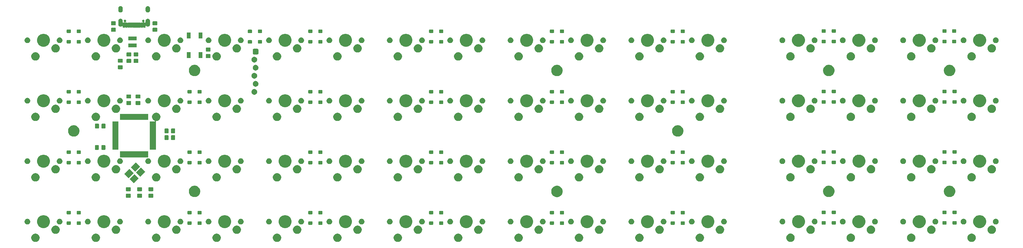
<source format=gbr>
G04 #@! TF.GenerationSoftware,KiCad,Pcbnew,(5.1.2-1)-1*
G04 #@! TF.CreationDate,2020-01-25T14:32:53-06:00*
G04 #@! TF.ProjectId,therick64BA,74686572-6963-46b3-9634-42412e6b6963,rev?*
G04 #@! TF.SameCoordinates,Original*
G04 #@! TF.FileFunction,Soldermask,Bot*
G04 #@! TF.FilePolarity,Negative*
%FSLAX46Y46*%
G04 Gerber Fmt 4.6, Leading zero omitted, Abs format (unit mm)*
G04 Created by KiCad (PCBNEW (5.1.2-1)-1) date 2020-01-25 14:32:53*
%MOMM*%
%LPD*%
G04 APERTURE LIST*
%ADD10C,0.100000*%
G04 APERTURE END LIST*
D10*
G36*
X348529815Y-105397083D02*
G01*
X348657422Y-105422465D01*
X348798248Y-105480797D01*
X348897827Y-105522044D01*
X348897828Y-105522045D01*
X349114189Y-105666612D01*
X349298188Y-105850611D01*
X349394785Y-105995179D01*
X349442756Y-106066973D01*
X349484003Y-106166552D01*
X349542335Y-106307378D01*
X349542335Y-106307380D01*
X349590574Y-106549891D01*
X349593100Y-106562593D01*
X349593100Y-106822807D01*
X349542335Y-107078022D01*
X349484003Y-107218848D01*
X349442756Y-107318427D01*
X349442755Y-107318428D01*
X349298188Y-107534789D01*
X349114189Y-107718788D01*
X348969621Y-107815385D01*
X348897827Y-107863356D01*
X348798248Y-107904603D01*
X348657422Y-107962935D01*
X348529814Y-107988318D01*
X348402209Y-108013700D01*
X348141991Y-108013700D01*
X348014386Y-107988318D01*
X347886778Y-107962935D01*
X347745952Y-107904603D01*
X347646373Y-107863356D01*
X347574579Y-107815385D01*
X347430011Y-107718788D01*
X347246012Y-107534789D01*
X347101445Y-107318428D01*
X347101444Y-107318427D01*
X347060197Y-107218848D01*
X347001865Y-107078022D01*
X346951100Y-106822807D01*
X346951100Y-106562593D01*
X346953627Y-106549891D01*
X347001865Y-106307380D01*
X347001865Y-106307378D01*
X347060197Y-106166552D01*
X347101444Y-106066973D01*
X347149415Y-105995179D01*
X347246012Y-105850611D01*
X347430011Y-105666612D01*
X347646372Y-105522045D01*
X347646373Y-105522044D01*
X347745952Y-105480797D01*
X347886778Y-105422465D01*
X348014386Y-105397082D01*
X348141991Y-105371700D01*
X348402209Y-105371700D01*
X348529815Y-105397083D01*
X348529815Y-105397083D01*
G37*
G36*
X329479815Y-105397083D02*
G01*
X329607422Y-105422465D01*
X329748248Y-105480797D01*
X329847827Y-105522044D01*
X329847828Y-105522045D01*
X330064189Y-105666612D01*
X330248188Y-105850611D01*
X330344785Y-105995179D01*
X330392756Y-106066973D01*
X330434003Y-106166552D01*
X330492335Y-106307378D01*
X330492335Y-106307380D01*
X330540574Y-106549891D01*
X330543100Y-106562593D01*
X330543100Y-106822807D01*
X330492335Y-107078022D01*
X330434003Y-107218848D01*
X330392756Y-107318427D01*
X330392755Y-107318428D01*
X330248188Y-107534789D01*
X330064189Y-107718788D01*
X329919621Y-107815385D01*
X329847827Y-107863356D01*
X329748248Y-107904603D01*
X329607422Y-107962935D01*
X329479814Y-107988318D01*
X329352209Y-108013700D01*
X329091991Y-108013700D01*
X328964386Y-107988318D01*
X328836778Y-107962935D01*
X328695952Y-107904603D01*
X328596373Y-107863356D01*
X328524579Y-107815385D01*
X328380011Y-107718788D01*
X328196012Y-107534789D01*
X328051445Y-107318428D01*
X328051444Y-107318427D01*
X328010197Y-107218848D01*
X327951865Y-107078022D01*
X327901100Y-106822807D01*
X327901100Y-106562593D01*
X327903627Y-106549891D01*
X327951865Y-106307380D01*
X327951865Y-106307378D01*
X328010197Y-106166552D01*
X328051444Y-106066973D01*
X328099415Y-105995179D01*
X328196012Y-105850611D01*
X328380011Y-105666612D01*
X328596372Y-105522045D01*
X328596373Y-105522044D01*
X328695952Y-105480797D01*
X328836778Y-105422465D01*
X328964386Y-105397082D01*
X329091991Y-105371700D01*
X329352209Y-105371700D01*
X329479815Y-105397083D01*
X329479815Y-105397083D01*
G37*
G36*
X310429815Y-105397083D02*
G01*
X310557422Y-105422465D01*
X310698248Y-105480797D01*
X310797827Y-105522044D01*
X310797828Y-105522045D01*
X311014189Y-105666612D01*
X311198188Y-105850611D01*
X311294785Y-105995179D01*
X311342756Y-106066973D01*
X311384003Y-106166552D01*
X311442335Y-106307378D01*
X311442335Y-106307380D01*
X311490574Y-106549891D01*
X311493100Y-106562593D01*
X311493100Y-106822807D01*
X311442335Y-107078022D01*
X311384003Y-107218848D01*
X311342756Y-107318427D01*
X311342755Y-107318428D01*
X311198188Y-107534789D01*
X311014189Y-107718788D01*
X310869621Y-107815385D01*
X310797827Y-107863356D01*
X310698248Y-107904603D01*
X310557422Y-107962935D01*
X310429814Y-107988318D01*
X310302209Y-108013700D01*
X310041991Y-108013700D01*
X309914386Y-107988318D01*
X309786778Y-107962935D01*
X309645952Y-107904603D01*
X309546373Y-107863356D01*
X309474579Y-107815385D01*
X309330011Y-107718788D01*
X309146012Y-107534789D01*
X309001445Y-107318428D01*
X309001444Y-107318427D01*
X308960197Y-107218848D01*
X308901865Y-107078022D01*
X308851100Y-106822807D01*
X308851100Y-106562593D01*
X308853627Y-106549891D01*
X308901865Y-106307380D01*
X308901865Y-106307378D01*
X308960197Y-106166552D01*
X309001444Y-106066973D01*
X309049415Y-105995179D01*
X309146012Y-105850611D01*
X309330011Y-105666612D01*
X309546372Y-105522045D01*
X309546373Y-105522044D01*
X309645952Y-105480797D01*
X309786778Y-105422465D01*
X309914386Y-105397082D01*
X310041991Y-105371700D01*
X310302209Y-105371700D01*
X310429815Y-105397083D01*
X310429815Y-105397083D01*
G37*
G36*
X262804815Y-105397083D02*
G01*
X262932422Y-105422465D01*
X263073248Y-105480797D01*
X263172827Y-105522044D01*
X263172828Y-105522045D01*
X263389189Y-105666612D01*
X263573188Y-105850611D01*
X263669785Y-105995179D01*
X263717756Y-106066973D01*
X263759003Y-106166552D01*
X263817335Y-106307378D01*
X263817335Y-106307380D01*
X263865574Y-106549891D01*
X263868100Y-106562593D01*
X263868100Y-106822807D01*
X263817335Y-107078022D01*
X263759003Y-107218848D01*
X263717756Y-107318427D01*
X263717755Y-107318428D01*
X263573188Y-107534789D01*
X263389189Y-107718788D01*
X263244621Y-107815385D01*
X263172827Y-107863356D01*
X263073248Y-107904603D01*
X262932422Y-107962935D01*
X262804814Y-107988318D01*
X262677209Y-108013700D01*
X262416991Y-108013700D01*
X262289386Y-107988318D01*
X262161778Y-107962935D01*
X262020952Y-107904603D01*
X261921373Y-107863356D01*
X261849579Y-107815385D01*
X261705011Y-107718788D01*
X261521012Y-107534789D01*
X261376445Y-107318428D01*
X261376444Y-107318427D01*
X261335197Y-107218848D01*
X261276865Y-107078022D01*
X261226100Y-106822807D01*
X261226100Y-106562593D01*
X261228627Y-106549891D01*
X261276865Y-106307380D01*
X261276865Y-106307378D01*
X261335197Y-106166552D01*
X261376444Y-106066973D01*
X261424415Y-105995179D01*
X261521012Y-105850611D01*
X261705011Y-105666612D01*
X261921372Y-105522045D01*
X261921373Y-105522044D01*
X262020952Y-105480797D01*
X262161778Y-105422465D01*
X262289386Y-105397082D01*
X262416991Y-105371700D01*
X262677209Y-105371700D01*
X262804815Y-105397083D01*
X262804815Y-105397083D01*
G37*
G36*
X243754815Y-105397083D02*
G01*
X243882422Y-105422465D01*
X244023248Y-105480797D01*
X244122827Y-105522044D01*
X244122828Y-105522045D01*
X244339189Y-105666612D01*
X244523188Y-105850611D01*
X244619785Y-105995179D01*
X244667756Y-106066973D01*
X244709003Y-106166552D01*
X244767335Y-106307378D01*
X244767335Y-106307380D01*
X244815574Y-106549891D01*
X244818100Y-106562593D01*
X244818100Y-106822807D01*
X244767335Y-107078022D01*
X244709003Y-107218848D01*
X244667756Y-107318427D01*
X244667755Y-107318428D01*
X244523188Y-107534789D01*
X244339189Y-107718788D01*
X244194621Y-107815385D01*
X244122827Y-107863356D01*
X244023248Y-107904603D01*
X243882422Y-107962935D01*
X243754814Y-107988318D01*
X243627209Y-108013700D01*
X243366991Y-108013700D01*
X243239386Y-107988318D01*
X243111778Y-107962935D01*
X242970952Y-107904603D01*
X242871373Y-107863356D01*
X242799579Y-107815385D01*
X242655011Y-107718788D01*
X242471012Y-107534789D01*
X242326445Y-107318428D01*
X242326444Y-107318427D01*
X242285197Y-107218848D01*
X242226865Y-107078022D01*
X242176100Y-106822807D01*
X242176100Y-106562593D01*
X242178627Y-106549891D01*
X242226865Y-106307380D01*
X242226865Y-106307378D01*
X242285197Y-106166552D01*
X242326444Y-106066973D01*
X242374415Y-105995179D01*
X242471012Y-105850611D01*
X242655011Y-105666612D01*
X242871372Y-105522045D01*
X242871373Y-105522044D01*
X242970952Y-105480797D01*
X243111778Y-105422465D01*
X243239386Y-105397082D01*
X243366991Y-105371700D01*
X243627209Y-105371700D01*
X243754815Y-105397083D01*
X243754815Y-105397083D01*
G37*
G36*
X224704815Y-105397083D02*
G01*
X224832422Y-105422465D01*
X224973248Y-105480797D01*
X225072827Y-105522044D01*
X225072828Y-105522045D01*
X225289189Y-105666612D01*
X225473188Y-105850611D01*
X225569785Y-105995179D01*
X225617756Y-106066973D01*
X225659003Y-106166552D01*
X225717335Y-106307378D01*
X225717335Y-106307380D01*
X225765574Y-106549891D01*
X225768100Y-106562593D01*
X225768100Y-106822807D01*
X225717335Y-107078022D01*
X225659003Y-107218848D01*
X225617756Y-107318427D01*
X225617755Y-107318428D01*
X225473188Y-107534789D01*
X225289189Y-107718788D01*
X225144621Y-107815385D01*
X225072827Y-107863356D01*
X224973248Y-107904603D01*
X224832422Y-107962935D01*
X224704814Y-107988318D01*
X224577209Y-108013700D01*
X224316991Y-108013700D01*
X224189386Y-107988318D01*
X224061778Y-107962935D01*
X223920952Y-107904603D01*
X223821373Y-107863356D01*
X223749579Y-107815385D01*
X223605011Y-107718788D01*
X223421012Y-107534789D01*
X223276445Y-107318428D01*
X223276444Y-107318427D01*
X223235197Y-107218848D01*
X223176865Y-107078022D01*
X223126100Y-106822807D01*
X223126100Y-106562593D01*
X223128627Y-106549891D01*
X223176865Y-106307380D01*
X223176865Y-106307378D01*
X223235197Y-106166552D01*
X223276444Y-106066973D01*
X223324415Y-105995179D01*
X223421012Y-105850611D01*
X223605011Y-105666612D01*
X223821372Y-105522045D01*
X223821373Y-105522044D01*
X223920952Y-105480797D01*
X224061778Y-105422465D01*
X224189386Y-105397082D01*
X224316991Y-105371700D01*
X224577209Y-105371700D01*
X224704815Y-105397083D01*
X224704815Y-105397083D01*
G37*
G36*
X205654815Y-105397083D02*
G01*
X205782422Y-105422465D01*
X205923248Y-105480797D01*
X206022827Y-105522044D01*
X206022828Y-105522045D01*
X206239189Y-105666612D01*
X206423188Y-105850611D01*
X206519785Y-105995179D01*
X206567756Y-106066973D01*
X206609003Y-106166552D01*
X206667335Y-106307378D01*
X206667335Y-106307380D01*
X206715574Y-106549891D01*
X206718100Y-106562593D01*
X206718100Y-106822807D01*
X206667335Y-107078022D01*
X206609003Y-107218848D01*
X206567756Y-107318427D01*
X206567755Y-107318428D01*
X206423188Y-107534789D01*
X206239189Y-107718788D01*
X206094621Y-107815385D01*
X206022827Y-107863356D01*
X205923248Y-107904603D01*
X205782422Y-107962935D01*
X205654814Y-107988318D01*
X205527209Y-108013700D01*
X205266991Y-108013700D01*
X205139386Y-107988318D01*
X205011778Y-107962935D01*
X204870952Y-107904603D01*
X204771373Y-107863356D01*
X204699579Y-107815385D01*
X204555011Y-107718788D01*
X204371012Y-107534789D01*
X204226445Y-107318428D01*
X204226444Y-107318427D01*
X204185197Y-107218848D01*
X204126865Y-107078022D01*
X204076100Y-106822807D01*
X204076100Y-106562593D01*
X204078627Y-106549891D01*
X204126865Y-106307380D01*
X204126865Y-106307378D01*
X204185197Y-106166552D01*
X204226444Y-106066973D01*
X204274415Y-105995179D01*
X204371012Y-105850611D01*
X204555011Y-105666612D01*
X204771372Y-105522045D01*
X204771373Y-105522044D01*
X204870952Y-105480797D01*
X205011778Y-105422465D01*
X205139386Y-105397082D01*
X205266991Y-105371700D01*
X205527209Y-105371700D01*
X205654815Y-105397083D01*
X205654815Y-105397083D01*
G37*
G36*
X186604815Y-105397083D02*
G01*
X186732422Y-105422465D01*
X186873248Y-105480797D01*
X186972827Y-105522044D01*
X186972828Y-105522045D01*
X187189189Y-105666612D01*
X187373188Y-105850611D01*
X187469785Y-105995179D01*
X187517756Y-106066973D01*
X187559003Y-106166552D01*
X187617335Y-106307378D01*
X187617335Y-106307380D01*
X187665574Y-106549891D01*
X187668100Y-106562593D01*
X187668100Y-106822807D01*
X187617335Y-107078022D01*
X187559003Y-107218848D01*
X187517756Y-107318427D01*
X187517755Y-107318428D01*
X187373188Y-107534789D01*
X187189189Y-107718788D01*
X187044621Y-107815385D01*
X186972827Y-107863356D01*
X186873248Y-107904603D01*
X186732422Y-107962935D01*
X186604814Y-107988318D01*
X186477209Y-108013700D01*
X186216991Y-108013700D01*
X186089386Y-107988318D01*
X185961778Y-107962935D01*
X185820952Y-107904603D01*
X185721373Y-107863356D01*
X185649579Y-107815385D01*
X185505011Y-107718788D01*
X185321012Y-107534789D01*
X185176445Y-107318428D01*
X185176444Y-107318427D01*
X185135197Y-107218848D01*
X185076865Y-107078022D01*
X185026100Y-106822807D01*
X185026100Y-106562593D01*
X185028627Y-106549891D01*
X185076865Y-106307380D01*
X185076865Y-106307378D01*
X185135197Y-106166552D01*
X185176444Y-106066973D01*
X185224415Y-105995179D01*
X185321012Y-105850611D01*
X185505011Y-105666612D01*
X185721372Y-105522045D01*
X185721373Y-105522044D01*
X185820952Y-105480797D01*
X185961778Y-105422465D01*
X186089386Y-105397082D01*
X186216991Y-105371700D01*
X186477209Y-105371700D01*
X186604815Y-105397083D01*
X186604815Y-105397083D01*
G37*
G36*
X167554815Y-105397083D02*
G01*
X167682422Y-105422465D01*
X167823248Y-105480797D01*
X167922827Y-105522044D01*
X167922828Y-105522045D01*
X168139189Y-105666612D01*
X168323188Y-105850611D01*
X168419785Y-105995179D01*
X168467756Y-106066973D01*
X168509003Y-106166552D01*
X168567335Y-106307378D01*
X168567335Y-106307380D01*
X168615574Y-106549891D01*
X168618100Y-106562593D01*
X168618100Y-106822807D01*
X168567335Y-107078022D01*
X168509003Y-107218848D01*
X168467756Y-107318427D01*
X168467755Y-107318428D01*
X168323188Y-107534789D01*
X168139189Y-107718788D01*
X167994621Y-107815385D01*
X167922827Y-107863356D01*
X167823248Y-107904603D01*
X167682422Y-107962935D01*
X167554814Y-107988318D01*
X167427209Y-108013700D01*
X167166991Y-108013700D01*
X167039386Y-107988318D01*
X166911778Y-107962935D01*
X166770952Y-107904603D01*
X166671373Y-107863356D01*
X166599579Y-107815385D01*
X166455011Y-107718788D01*
X166271012Y-107534789D01*
X166126445Y-107318428D01*
X166126444Y-107318427D01*
X166085197Y-107218848D01*
X166026865Y-107078022D01*
X165976100Y-106822807D01*
X165976100Y-106562593D01*
X165978627Y-106549891D01*
X166026865Y-106307380D01*
X166026865Y-106307378D01*
X166085197Y-106166552D01*
X166126444Y-106066973D01*
X166174415Y-105995179D01*
X166271012Y-105850611D01*
X166455011Y-105666612D01*
X166671372Y-105522045D01*
X166671373Y-105522044D01*
X166770952Y-105480797D01*
X166911778Y-105422465D01*
X167039386Y-105397082D01*
X167166991Y-105371700D01*
X167427209Y-105371700D01*
X167554815Y-105397083D01*
X167554815Y-105397083D01*
G37*
G36*
X148504815Y-105397083D02*
G01*
X148632422Y-105422465D01*
X148773248Y-105480797D01*
X148872827Y-105522044D01*
X148872828Y-105522045D01*
X149089189Y-105666612D01*
X149273188Y-105850611D01*
X149369785Y-105995179D01*
X149417756Y-106066973D01*
X149459003Y-106166552D01*
X149517335Y-106307378D01*
X149517335Y-106307380D01*
X149565574Y-106549891D01*
X149568100Y-106562593D01*
X149568100Y-106822807D01*
X149517335Y-107078022D01*
X149459003Y-107218848D01*
X149417756Y-107318427D01*
X149417755Y-107318428D01*
X149273188Y-107534789D01*
X149089189Y-107718788D01*
X148944621Y-107815385D01*
X148872827Y-107863356D01*
X148773248Y-107904603D01*
X148632422Y-107962935D01*
X148504814Y-107988318D01*
X148377209Y-108013700D01*
X148116991Y-108013700D01*
X147989386Y-107988318D01*
X147861778Y-107962935D01*
X147720952Y-107904603D01*
X147621373Y-107863356D01*
X147549579Y-107815385D01*
X147405011Y-107718788D01*
X147221012Y-107534789D01*
X147076445Y-107318428D01*
X147076444Y-107318427D01*
X147035197Y-107218848D01*
X146976865Y-107078022D01*
X146926100Y-106822807D01*
X146926100Y-106562593D01*
X146928627Y-106549891D01*
X146976865Y-106307380D01*
X146976865Y-106307378D01*
X147035197Y-106166552D01*
X147076444Y-106066973D01*
X147124415Y-105995179D01*
X147221012Y-105850611D01*
X147405011Y-105666612D01*
X147621372Y-105522045D01*
X147621373Y-105522044D01*
X147720952Y-105480797D01*
X147861778Y-105422465D01*
X147989386Y-105397082D01*
X148116991Y-105371700D01*
X148377209Y-105371700D01*
X148504815Y-105397083D01*
X148504815Y-105397083D01*
G37*
G36*
X129454815Y-105397083D02*
G01*
X129582422Y-105422465D01*
X129723248Y-105480797D01*
X129822827Y-105522044D01*
X129822828Y-105522045D01*
X130039189Y-105666612D01*
X130223188Y-105850611D01*
X130319785Y-105995179D01*
X130367756Y-106066973D01*
X130409003Y-106166552D01*
X130467335Y-106307378D01*
X130467335Y-106307380D01*
X130515574Y-106549891D01*
X130518100Y-106562593D01*
X130518100Y-106822807D01*
X130467335Y-107078022D01*
X130409003Y-107218848D01*
X130367756Y-107318427D01*
X130367755Y-107318428D01*
X130223188Y-107534789D01*
X130039189Y-107718788D01*
X129894621Y-107815385D01*
X129822827Y-107863356D01*
X129723248Y-107904603D01*
X129582422Y-107962935D01*
X129454814Y-107988318D01*
X129327209Y-108013700D01*
X129066991Y-108013700D01*
X128939386Y-107988318D01*
X128811778Y-107962935D01*
X128670952Y-107904603D01*
X128571373Y-107863356D01*
X128499579Y-107815385D01*
X128355011Y-107718788D01*
X128171012Y-107534789D01*
X128026445Y-107318428D01*
X128026444Y-107318427D01*
X127985197Y-107218848D01*
X127926865Y-107078022D01*
X127876100Y-106822807D01*
X127876100Y-106562593D01*
X127878627Y-106549891D01*
X127926865Y-106307380D01*
X127926865Y-106307378D01*
X127985197Y-106166552D01*
X128026444Y-106066973D01*
X128074415Y-105995179D01*
X128171012Y-105850611D01*
X128355011Y-105666612D01*
X128571372Y-105522045D01*
X128571373Y-105522044D01*
X128670952Y-105480797D01*
X128811778Y-105422465D01*
X128939386Y-105397082D01*
X129066991Y-105371700D01*
X129327209Y-105371700D01*
X129454815Y-105397083D01*
X129454815Y-105397083D01*
G37*
G36*
X110404815Y-105397083D02*
G01*
X110532422Y-105422465D01*
X110673248Y-105480797D01*
X110772827Y-105522044D01*
X110772828Y-105522045D01*
X110989189Y-105666612D01*
X111173188Y-105850611D01*
X111269785Y-105995179D01*
X111317756Y-106066973D01*
X111359003Y-106166552D01*
X111417335Y-106307378D01*
X111417335Y-106307380D01*
X111465574Y-106549891D01*
X111468100Y-106562593D01*
X111468100Y-106822807D01*
X111417335Y-107078022D01*
X111359003Y-107218848D01*
X111317756Y-107318427D01*
X111317755Y-107318428D01*
X111173188Y-107534789D01*
X110989189Y-107718788D01*
X110844621Y-107815385D01*
X110772827Y-107863356D01*
X110673248Y-107904603D01*
X110532422Y-107962935D01*
X110404814Y-107988318D01*
X110277209Y-108013700D01*
X110016991Y-108013700D01*
X109889386Y-107988318D01*
X109761778Y-107962935D01*
X109620952Y-107904603D01*
X109521373Y-107863356D01*
X109449579Y-107815385D01*
X109305011Y-107718788D01*
X109121012Y-107534789D01*
X108976445Y-107318428D01*
X108976444Y-107318427D01*
X108935197Y-107218848D01*
X108876865Y-107078022D01*
X108826100Y-106822807D01*
X108826100Y-106562593D01*
X108828627Y-106549891D01*
X108876865Y-106307380D01*
X108876865Y-106307378D01*
X108935197Y-106166552D01*
X108976444Y-106066973D01*
X109024415Y-105995179D01*
X109121012Y-105850611D01*
X109305011Y-105666612D01*
X109521372Y-105522045D01*
X109521373Y-105522044D01*
X109620952Y-105480797D01*
X109761778Y-105422465D01*
X109889386Y-105397082D01*
X110016991Y-105371700D01*
X110277209Y-105371700D01*
X110404815Y-105397083D01*
X110404815Y-105397083D01*
G37*
G36*
X91354815Y-105397083D02*
G01*
X91482422Y-105422465D01*
X91623248Y-105480797D01*
X91722827Y-105522044D01*
X91722828Y-105522045D01*
X91939189Y-105666612D01*
X92123188Y-105850611D01*
X92219785Y-105995179D01*
X92267756Y-106066973D01*
X92309003Y-106166552D01*
X92367335Y-106307378D01*
X92367335Y-106307380D01*
X92415574Y-106549891D01*
X92418100Y-106562593D01*
X92418100Y-106822807D01*
X92367335Y-107078022D01*
X92309003Y-107218848D01*
X92267756Y-107318427D01*
X92267755Y-107318428D01*
X92123188Y-107534789D01*
X91939189Y-107718788D01*
X91794621Y-107815385D01*
X91722827Y-107863356D01*
X91623248Y-107904603D01*
X91482422Y-107962935D01*
X91354814Y-107988318D01*
X91227209Y-108013700D01*
X90966991Y-108013700D01*
X90839386Y-107988318D01*
X90711778Y-107962935D01*
X90570952Y-107904603D01*
X90471373Y-107863356D01*
X90399579Y-107815385D01*
X90255011Y-107718788D01*
X90071012Y-107534789D01*
X89926445Y-107318428D01*
X89926444Y-107318427D01*
X89885197Y-107218848D01*
X89826865Y-107078022D01*
X89776100Y-106822807D01*
X89776100Y-106562593D01*
X89778627Y-106549891D01*
X89826865Y-106307380D01*
X89826865Y-106307378D01*
X89885197Y-106166552D01*
X89926444Y-106066973D01*
X89974415Y-105995179D01*
X90071012Y-105850611D01*
X90255011Y-105666612D01*
X90471372Y-105522045D01*
X90471373Y-105522044D01*
X90570952Y-105480797D01*
X90711778Y-105422465D01*
X90839386Y-105397082D01*
X90966991Y-105371700D01*
X91227209Y-105371700D01*
X91354815Y-105397083D01*
X91354815Y-105397083D01*
G37*
G36*
X72304815Y-105397083D02*
G01*
X72432422Y-105422465D01*
X72573248Y-105480797D01*
X72672827Y-105522044D01*
X72672828Y-105522045D01*
X72889189Y-105666612D01*
X73073188Y-105850611D01*
X73169785Y-105995179D01*
X73217756Y-106066973D01*
X73259003Y-106166552D01*
X73317335Y-106307378D01*
X73317335Y-106307380D01*
X73365574Y-106549891D01*
X73368100Y-106562593D01*
X73368100Y-106822807D01*
X73317335Y-107078022D01*
X73259003Y-107218848D01*
X73217756Y-107318427D01*
X73217755Y-107318428D01*
X73073188Y-107534789D01*
X72889189Y-107718788D01*
X72744621Y-107815385D01*
X72672827Y-107863356D01*
X72573248Y-107904603D01*
X72432422Y-107962935D01*
X72304814Y-107988318D01*
X72177209Y-108013700D01*
X71916991Y-108013700D01*
X71789386Y-107988318D01*
X71661778Y-107962935D01*
X71520952Y-107904603D01*
X71421373Y-107863356D01*
X71349579Y-107815385D01*
X71205011Y-107718788D01*
X71021012Y-107534789D01*
X70876445Y-107318428D01*
X70876444Y-107318427D01*
X70835197Y-107218848D01*
X70776865Y-107078022D01*
X70726100Y-106822807D01*
X70726100Y-106562593D01*
X70728627Y-106549891D01*
X70776865Y-106307380D01*
X70776865Y-106307378D01*
X70835197Y-106166552D01*
X70876444Y-106066973D01*
X70924415Y-105995179D01*
X71021012Y-105850611D01*
X71205011Y-105666612D01*
X71421372Y-105522045D01*
X71421373Y-105522044D01*
X71520952Y-105480797D01*
X71661778Y-105422465D01*
X71789386Y-105397082D01*
X71916991Y-105371700D01*
X72177209Y-105371700D01*
X72304815Y-105397083D01*
X72304815Y-105397083D01*
G37*
G36*
X53254815Y-105397083D02*
G01*
X53382422Y-105422465D01*
X53523248Y-105480797D01*
X53622827Y-105522044D01*
X53622828Y-105522045D01*
X53839189Y-105666612D01*
X54023188Y-105850611D01*
X54119785Y-105995179D01*
X54167756Y-106066973D01*
X54209003Y-106166552D01*
X54267335Y-106307378D01*
X54267335Y-106307380D01*
X54315574Y-106549891D01*
X54318100Y-106562593D01*
X54318100Y-106822807D01*
X54267335Y-107078022D01*
X54209003Y-107218848D01*
X54167756Y-107318427D01*
X54167755Y-107318428D01*
X54023188Y-107534789D01*
X53839189Y-107718788D01*
X53694621Y-107815385D01*
X53622827Y-107863356D01*
X53523248Y-107904603D01*
X53382422Y-107962935D01*
X53254814Y-107988318D01*
X53127209Y-108013700D01*
X52866991Y-108013700D01*
X52739386Y-107988318D01*
X52611778Y-107962935D01*
X52470952Y-107904603D01*
X52371373Y-107863356D01*
X52299579Y-107815385D01*
X52155011Y-107718788D01*
X51971012Y-107534789D01*
X51826445Y-107318428D01*
X51826444Y-107318427D01*
X51785197Y-107218848D01*
X51726865Y-107078022D01*
X51676100Y-106822807D01*
X51676100Y-106562593D01*
X51678627Y-106549891D01*
X51726865Y-106307380D01*
X51726865Y-106307378D01*
X51785197Y-106166552D01*
X51826444Y-106066973D01*
X51874415Y-105995179D01*
X51971012Y-105850611D01*
X52155011Y-105666612D01*
X52371372Y-105522045D01*
X52371373Y-105522044D01*
X52470952Y-105480797D01*
X52611778Y-105422465D01*
X52739386Y-105397082D01*
X52866991Y-105371700D01*
X53127209Y-105371700D01*
X53254815Y-105397083D01*
X53254815Y-105397083D01*
G37*
G36*
X291405214Y-105384382D02*
G01*
X291532822Y-105409765D01*
X291673648Y-105468097D01*
X291773227Y-105509344D01*
X291773228Y-105509345D01*
X291989589Y-105653912D01*
X292173588Y-105837911D01*
X292182074Y-105850612D01*
X292318156Y-106054273D01*
X292323416Y-106066972D01*
X292417735Y-106294678D01*
X292443117Y-106422285D01*
X292468500Y-106549891D01*
X292468500Y-106810109D01*
X292443117Y-106937715D01*
X292417735Y-107065322D01*
X292412475Y-107078020D01*
X292318156Y-107305727D01*
X292318155Y-107305728D01*
X292173588Y-107522089D01*
X291989589Y-107706088D01*
X291845021Y-107802685D01*
X291773227Y-107850656D01*
X291673648Y-107891903D01*
X291532822Y-107950235D01*
X291405215Y-107975617D01*
X291277609Y-108001000D01*
X291017391Y-108001000D01*
X290889785Y-107975617D01*
X290762178Y-107950235D01*
X290621352Y-107891903D01*
X290521773Y-107850656D01*
X290449979Y-107802685D01*
X290305411Y-107706088D01*
X290121412Y-107522089D01*
X289976845Y-107305728D01*
X289976844Y-107305727D01*
X289882525Y-107078020D01*
X289877265Y-107065322D01*
X289851883Y-106937715D01*
X289826500Y-106810109D01*
X289826500Y-106549891D01*
X289851883Y-106422285D01*
X289877265Y-106294678D01*
X289971584Y-106066972D01*
X289976844Y-106054273D01*
X290112926Y-105850612D01*
X290121412Y-105837911D01*
X290305411Y-105653912D01*
X290521772Y-105509345D01*
X290521773Y-105509344D01*
X290621352Y-105468097D01*
X290762178Y-105409765D01*
X290889785Y-105384383D01*
X291017391Y-105359000D01*
X291277609Y-105359000D01*
X291405214Y-105384382D01*
X291405214Y-105384382D01*
G37*
G36*
X59604815Y-102857083D02*
G01*
X59732422Y-102882465D01*
X59873248Y-102940797D01*
X59972827Y-102982044D01*
X59972828Y-102982045D01*
X60189189Y-103126612D01*
X60373188Y-103310611D01*
X60441045Y-103412167D01*
X60517756Y-103526973D01*
X60559003Y-103626552D01*
X60617335Y-103767378D01*
X60617335Y-103767380D01*
X60665574Y-104009891D01*
X60668100Y-104022593D01*
X60668100Y-104282807D01*
X60617335Y-104538022D01*
X60559003Y-104678848D01*
X60517756Y-104778427D01*
X60517755Y-104778428D01*
X60373188Y-104994789D01*
X60189189Y-105178788D01*
X60044621Y-105275385D01*
X59972827Y-105323356D01*
X59886774Y-105359000D01*
X59732422Y-105422935D01*
X59604815Y-105448317D01*
X59477209Y-105473700D01*
X59216991Y-105473700D01*
X59089385Y-105448317D01*
X58961778Y-105422935D01*
X58807426Y-105359000D01*
X58721373Y-105323356D01*
X58649579Y-105275385D01*
X58505011Y-105178788D01*
X58321012Y-104994789D01*
X58176445Y-104778428D01*
X58176444Y-104778427D01*
X58135197Y-104678848D01*
X58076865Y-104538022D01*
X58026100Y-104282807D01*
X58026100Y-104022593D01*
X58028627Y-104009891D01*
X58076865Y-103767380D01*
X58076865Y-103767378D01*
X58135197Y-103626552D01*
X58176444Y-103526973D01*
X58253155Y-103412167D01*
X58321012Y-103310611D01*
X58505011Y-103126612D01*
X58721372Y-102982045D01*
X58721373Y-102982044D01*
X58820952Y-102940797D01*
X58961778Y-102882465D01*
X59089385Y-102857083D01*
X59216991Y-102831700D01*
X59477209Y-102831700D01*
X59604815Y-102857083D01*
X59604815Y-102857083D01*
G37*
G36*
X135804815Y-102857083D02*
G01*
X135932422Y-102882465D01*
X136073248Y-102940797D01*
X136172827Y-102982044D01*
X136172828Y-102982045D01*
X136389189Y-103126612D01*
X136573188Y-103310611D01*
X136641045Y-103412167D01*
X136717756Y-103526973D01*
X136759003Y-103626552D01*
X136817335Y-103767378D01*
X136817335Y-103767380D01*
X136865574Y-104009891D01*
X136868100Y-104022593D01*
X136868100Y-104282807D01*
X136817335Y-104538022D01*
X136759003Y-104678848D01*
X136717756Y-104778427D01*
X136717755Y-104778428D01*
X136573188Y-104994789D01*
X136389189Y-105178788D01*
X136244621Y-105275385D01*
X136172827Y-105323356D01*
X136086774Y-105359000D01*
X135932422Y-105422935D01*
X135804815Y-105448317D01*
X135677209Y-105473700D01*
X135416991Y-105473700D01*
X135289385Y-105448317D01*
X135161778Y-105422935D01*
X135007426Y-105359000D01*
X134921373Y-105323356D01*
X134849579Y-105275385D01*
X134705011Y-105178788D01*
X134521012Y-104994789D01*
X134376445Y-104778428D01*
X134376444Y-104778427D01*
X134335197Y-104678848D01*
X134276865Y-104538022D01*
X134226100Y-104282807D01*
X134226100Y-104022593D01*
X134228627Y-104009891D01*
X134276865Y-103767380D01*
X134276865Y-103767378D01*
X134335197Y-103626552D01*
X134376444Y-103526973D01*
X134453155Y-103412167D01*
X134521012Y-103310611D01*
X134705011Y-103126612D01*
X134921372Y-102982045D01*
X134921373Y-102982044D01*
X135020952Y-102940797D01*
X135161778Y-102882465D01*
X135289385Y-102857083D01*
X135416991Y-102831700D01*
X135677209Y-102831700D01*
X135804815Y-102857083D01*
X135804815Y-102857083D01*
G37*
G36*
X354879815Y-102857083D02*
G01*
X355007422Y-102882465D01*
X355148248Y-102940797D01*
X355247827Y-102982044D01*
X355247828Y-102982045D01*
X355464189Y-103126612D01*
X355648188Y-103310611D01*
X355716045Y-103412167D01*
X355792756Y-103526973D01*
X355834003Y-103626552D01*
X355892335Y-103767378D01*
X355892335Y-103767380D01*
X355940574Y-104009891D01*
X355943100Y-104022593D01*
X355943100Y-104282807D01*
X355892335Y-104538022D01*
X355834003Y-104678848D01*
X355792756Y-104778427D01*
X355792755Y-104778428D01*
X355648188Y-104994789D01*
X355464189Y-105178788D01*
X355319621Y-105275385D01*
X355247827Y-105323356D01*
X355161774Y-105359000D01*
X355007422Y-105422935D01*
X354879815Y-105448317D01*
X354752209Y-105473700D01*
X354491991Y-105473700D01*
X354364385Y-105448317D01*
X354236778Y-105422935D01*
X354082426Y-105359000D01*
X353996373Y-105323356D01*
X353924579Y-105275385D01*
X353780011Y-105178788D01*
X353596012Y-104994789D01*
X353451445Y-104778428D01*
X353451444Y-104778427D01*
X353410197Y-104678848D01*
X353351865Y-104538022D01*
X353301100Y-104282807D01*
X353301100Y-104022593D01*
X353303627Y-104009891D01*
X353351865Y-103767380D01*
X353351865Y-103767378D01*
X353410197Y-103626552D01*
X353451444Y-103526973D01*
X353528155Y-103412167D01*
X353596012Y-103310611D01*
X353780011Y-103126612D01*
X353996372Y-102982045D01*
X353996373Y-102982044D01*
X354095952Y-102940797D01*
X354236778Y-102882465D01*
X354364385Y-102857083D01*
X354491991Y-102831700D01*
X354752209Y-102831700D01*
X354879815Y-102857083D01*
X354879815Y-102857083D01*
G37*
G36*
X78654815Y-102857083D02*
G01*
X78782422Y-102882465D01*
X78923248Y-102940797D01*
X79022827Y-102982044D01*
X79022828Y-102982045D01*
X79239189Y-103126612D01*
X79423188Y-103310611D01*
X79491045Y-103412167D01*
X79567756Y-103526973D01*
X79609003Y-103626552D01*
X79667335Y-103767378D01*
X79667335Y-103767380D01*
X79715574Y-104009891D01*
X79718100Y-104022593D01*
X79718100Y-104282807D01*
X79667335Y-104538022D01*
X79609003Y-104678848D01*
X79567756Y-104778427D01*
X79567755Y-104778428D01*
X79423188Y-104994789D01*
X79239189Y-105178788D01*
X79094621Y-105275385D01*
X79022827Y-105323356D01*
X78936774Y-105359000D01*
X78782422Y-105422935D01*
X78654815Y-105448317D01*
X78527209Y-105473700D01*
X78266991Y-105473700D01*
X78139385Y-105448317D01*
X78011778Y-105422935D01*
X77857426Y-105359000D01*
X77771373Y-105323356D01*
X77699579Y-105275385D01*
X77555011Y-105178788D01*
X77371012Y-104994789D01*
X77226445Y-104778428D01*
X77226444Y-104778427D01*
X77185197Y-104678848D01*
X77126865Y-104538022D01*
X77076100Y-104282807D01*
X77076100Y-104022593D01*
X77078627Y-104009891D01*
X77126865Y-103767380D01*
X77126865Y-103767378D01*
X77185197Y-103626552D01*
X77226444Y-103526973D01*
X77303155Y-103412167D01*
X77371012Y-103310611D01*
X77555011Y-103126612D01*
X77771372Y-102982045D01*
X77771373Y-102982044D01*
X77870952Y-102940797D01*
X78011778Y-102882465D01*
X78139385Y-102857083D01*
X78266991Y-102831700D01*
X78527209Y-102831700D01*
X78654815Y-102857083D01*
X78654815Y-102857083D01*
G37*
G36*
X335829815Y-102857083D02*
G01*
X335957422Y-102882465D01*
X336098248Y-102940797D01*
X336197827Y-102982044D01*
X336197828Y-102982045D01*
X336414189Y-103126612D01*
X336598188Y-103310611D01*
X336666045Y-103412167D01*
X336742756Y-103526973D01*
X336784003Y-103626552D01*
X336842335Y-103767378D01*
X336842335Y-103767380D01*
X336890574Y-104009891D01*
X336893100Y-104022593D01*
X336893100Y-104282807D01*
X336842335Y-104538022D01*
X336784003Y-104678848D01*
X336742756Y-104778427D01*
X336742755Y-104778428D01*
X336598188Y-104994789D01*
X336414189Y-105178788D01*
X336269621Y-105275385D01*
X336197827Y-105323356D01*
X336111774Y-105359000D01*
X335957422Y-105422935D01*
X335829815Y-105448317D01*
X335702209Y-105473700D01*
X335441991Y-105473700D01*
X335314385Y-105448317D01*
X335186778Y-105422935D01*
X335032426Y-105359000D01*
X334946373Y-105323356D01*
X334874579Y-105275385D01*
X334730011Y-105178788D01*
X334546012Y-104994789D01*
X334401445Y-104778428D01*
X334401444Y-104778427D01*
X334360197Y-104678848D01*
X334301865Y-104538022D01*
X334251100Y-104282807D01*
X334251100Y-104022593D01*
X334253627Y-104009891D01*
X334301865Y-103767380D01*
X334301865Y-103767378D01*
X334360197Y-103626552D01*
X334401444Y-103526973D01*
X334478155Y-103412167D01*
X334546012Y-103310611D01*
X334730011Y-103126612D01*
X334946372Y-102982045D01*
X334946373Y-102982044D01*
X335045952Y-102940797D01*
X335186778Y-102882465D01*
X335314385Y-102857083D01*
X335441991Y-102831700D01*
X335702209Y-102831700D01*
X335829815Y-102857083D01*
X335829815Y-102857083D01*
G37*
G36*
X97704815Y-102857083D02*
G01*
X97832422Y-102882465D01*
X97973248Y-102940797D01*
X98072827Y-102982044D01*
X98072828Y-102982045D01*
X98289189Y-103126612D01*
X98473188Y-103310611D01*
X98541045Y-103412167D01*
X98617756Y-103526973D01*
X98659003Y-103626552D01*
X98717335Y-103767378D01*
X98717335Y-103767380D01*
X98765574Y-104009891D01*
X98768100Y-104022593D01*
X98768100Y-104282807D01*
X98717335Y-104538022D01*
X98659003Y-104678848D01*
X98617756Y-104778427D01*
X98617755Y-104778428D01*
X98473188Y-104994789D01*
X98289189Y-105178788D01*
X98144621Y-105275385D01*
X98072827Y-105323356D01*
X97986774Y-105359000D01*
X97832422Y-105422935D01*
X97704815Y-105448317D01*
X97577209Y-105473700D01*
X97316991Y-105473700D01*
X97189385Y-105448317D01*
X97061778Y-105422935D01*
X96907426Y-105359000D01*
X96821373Y-105323356D01*
X96749579Y-105275385D01*
X96605011Y-105178788D01*
X96421012Y-104994789D01*
X96276445Y-104778428D01*
X96276444Y-104778427D01*
X96235197Y-104678848D01*
X96176865Y-104538022D01*
X96126100Y-104282807D01*
X96126100Y-104022593D01*
X96128627Y-104009891D01*
X96176865Y-103767380D01*
X96176865Y-103767378D01*
X96235197Y-103626552D01*
X96276444Y-103526973D01*
X96353155Y-103412167D01*
X96421012Y-103310611D01*
X96605011Y-103126612D01*
X96821372Y-102982045D01*
X96821373Y-102982044D01*
X96920952Y-102940797D01*
X97061778Y-102882465D01*
X97189385Y-102857083D01*
X97316991Y-102831700D01*
X97577209Y-102831700D01*
X97704815Y-102857083D01*
X97704815Y-102857083D01*
G37*
G36*
X316779815Y-102857083D02*
G01*
X316907422Y-102882465D01*
X317048248Y-102940797D01*
X317147827Y-102982044D01*
X317147828Y-102982045D01*
X317364189Y-103126612D01*
X317548188Y-103310611D01*
X317616045Y-103412167D01*
X317692756Y-103526973D01*
X317734003Y-103626552D01*
X317792335Y-103767378D01*
X317792335Y-103767380D01*
X317840574Y-104009891D01*
X317843100Y-104022593D01*
X317843100Y-104282807D01*
X317792335Y-104538022D01*
X317734003Y-104678848D01*
X317692756Y-104778427D01*
X317692755Y-104778428D01*
X317548188Y-104994789D01*
X317364189Y-105178788D01*
X317219621Y-105275385D01*
X317147827Y-105323356D01*
X317061774Y-105359000D01*
X316907422Y-105422935D01*
X316779815Y-105448317D01*
X316652209Y-105473700D01*
X316391991Y-105473700D01*
X316264385Y-105448317D01*
X316136778Y-105422935D01*
X315982426Y-105359000D01*
X315896373Y-105323356D01*
X315824579Y-105275385D01*
X315680011Y-105178788D01*
X315496012Y-104994789D01*
X315351445Y-104778428D01*
X315351444Y-104778427D01*
X315310197Y-104678848D01*
X315251865Y-104538022D01*
X315201100Y-104282807D01*
X315201100Y-104022593D01*
X315203627Y-104009891D01*
X315251865Y-103767380D01*
X315251865Y-103767378D01*
X315310197Y-103626552D01*
X315351444Y-103526973D01*
X315428155Y-103412167D01*
X315496012Y-103310611D01*
X315680011Y-103126612D01*
X315896372Y-102982045D01*
X315896373Y-102982044D01*
X315995952Y-102940797D01*
X316136778Y-102882465D01*
X316264385Y-102857083D01*
X316391991Y-102831700D01*
X316652209Y-102831700D01*
X316779815Y-102857083D01*
X316779815Y-102857083D01*
G37*
G36*
X116754815Y-102857083D02*
G01*
X116882422Y-102882465D01*
X117023248Y-102940797D01*
X117122827Y-102982044D01*
X117122828Y-102982045D01*
X117339189Y-103126612D01*
X117523188Y-103310611D01*
X117591045Y-103412167D01*
X117667756Y-103526973D01*
X117709003Y-103626552D01*
X117767335Y-103767378D01*
X117767335Y-103767380D01*
X117815574Y-104009891D01*
X117818100Y-104022593D01*
X117818100Y-104282807D01*
X117767335Y-104538022D01*
X117709003Y-104678848D01*
X117667756Y-104778427D01*
X117667755Y-104778428D01*
X117523188Y-104994789D01*
X117339189Y-105178788D01*
X117194621Y-105275385D01*
X117122827Y-105323356D01*
X117036774Y-105359000D01*
X116882422Y-105422935D01*
X116754815Y-105448317D01*
X116627209Y-105473700D01*
X116366991Y-105473700D01*
X116239385Y-105448317D01*
X116111778Y-105422935D01*
X115957426Y-105359000D01*
X115871373Y-105323356D01*
X115799579Y-105275385D01*
X115655011Y-105178788D01*
X115471012Y-104994789D01*
X115326445Y-104778428D01*
X115326444Y-104778427D01*
X115285197Y-104678848D01*
X115226865Y-104538022D01*
X115176100Y-104282807D01*
X115176100Y-104022593D01*
X115178627Y-104009891D01*
X115226865Y-103767380D01*
X115226865Y-103767378D01*
X115285197Y-103626552D01*
X115326444Y-103526973D01*
X115403155Y-103412167D01*
X115471012Y-103310611D01*
X115655011Y-103126612D01*
X115871372Y-102982045D01*
X115871373Y-102982044D01*
X115970952Y-102940797D01*
X116111778Y-102882465D01*
X116239385Y-102857083D01*
X116366991Y-102831700D01*
X116627209Y-102831700D01*
X116754815Y-102857083D01*
X116754815Y-102857083D01*
G37*
G36*
X269154815Y-102857083D02*
G01*
X269282422Y-102882465D01*
X269423248Y-102940797D01*
X269522827Y-102982044D01*
X269522828Y-102982045D01*
X269739189Y-103126612D01*
X269923188Y-103310611D01*
X269991045Y-103412167D01*
X270067756Y-103526973D01*
X270109003Y-103626552D01*
X270167335Y-103767378D01*
X270167335Y-103767380D01*
X270215574Y-104009891D01*
X270218100Y-104022593D01*
X270218100Y-104282807D01*
X270167335Y-104538022D01*
X270109003Y-104678848D01*
X270067756Y-104778427D01*
X270067755Y-104778428D01*
X269923188Y-104994789D01*
X269739189Y-105178788D01*
X269594621Y-105275385D01*
X269522827Y-105323356D01*
X269436774Y-105359000D01*
X269282422Y-105422935D01*
X269154815Y-105448317D01*
X269027209Y-105473700D01*
X268766991Y-105473700D01*
X268639385Y-105448317D01*
X268511778Y-105422935D01*
X268357426Y-105359000D01*
X268271373Y-105323356D01*
X268199579Y-105275385D01*
X268055011Y-105178788D01*
X267871012Y-104994789D01*
X267726445Y-104778428D01*
X267726444Y-104778427D01*
X267685197Y-104678848D01*
X267626865Y-104538022D01*
X267576100Y-104282807D01*
X267576100Y-104022593D01*
X267578627Y-104009891D01*
X267626865Y-103767380D01*
X267626865Y-103767378D01*
X267685197Y-103626552D01*
X267726444Y-103526973D01*
X267803155Y-103412167D01*
X267871012Y-103310611D01*
X268055011Y-103126612D01*
X268271372Y-102982045D01*
X268271373Y-102982044D01*
X268370952Y-102940797D01*
X268511778Y-102882465D01*
X268639385Y-102857083D01*
X268766991Y-102831700D01*
X269027209Y-102831700D01*
X269154815Y-102857083D01*
X269154815Y-102857083D01*
G37*
G36*
X250104815Y-102857083D02*
G01*
X250232422Y-102882465D01*
X250373248Y-102940797D01*
X250472827Y-102982044D01*
X250472828Y-102982045D01*
X250689189Y-103126612D01*
X250873188Y-103310611D01*
X250941045Y-103412167D01*
X251017756Y-103526973D01*
X251059003Y-103626552D01*
X251117335Y-103767378D01*
X251117335Y-103767380D01*
X251165574Y-104009891D01*
X251168100Y-104022593D01*
X251168100Y-104282807D01*
X251117335Y-104538022D01*
X251059003Y-104678848D01*
X251017756Y-104778427D01*
X251017755Y-104778428D01*
X250873188Y-104994789D01*
X250689189Y-105178788D01*
X250544621Y-105275385D01*
X250472827Y-105323356D01*
X250386774Y-105359000D01*
X250232422Y-105422935D01*
X250104815Y-105448317D01*
X249977209Y-105473700D01*
X249716991Y-105473700D01*
X249589385Y-105448317D01*
X249461778Y-105422935D01*
X249307426Y-105359000D01*
X249221373Y-105323356D01*
X249149579Y-105275385D01*
X249005011Y-105178788D01*
X248821012Y-104994789D01*
X248676445Y-104778428D01*
X248676444Y-104778427D01*
X248635197Y-104678848D01*
X248576865Y-104538022D01*
X248526100Y-104282807D01*
X248526100Y-104022593D01*
X248528627Y-104009891D01*
X248576865Y-103767380D01*
X248576865Y-103767378D01*
X248635197Y-103626552D01*
X248676444Y-103526973D01*
X248753155Y-103412167D01*
X248821012Y-103310611D01*
X249005011Y-103126612D01*
X249221372Y-102982045D01*
X249221373Y-102982044D01*
X249320952Y-102940797D01*
X249461778Y-102882465D01*
X249589385Y-102857083D01*
X249716991Y-102831700D01*
X249977209Y-102831700D01*
X250104815Y-102857083D01*
X250104815Y-102857083D01*
G37*
G36*
X154854815Y-102857083D02*
G01*
X154982422Y-102882465D01*
X155123248Y-102940797D01*
X155222827Y-102982044D01*
X155222828Y-102982045D01*
X155439189Y-103126612D01*
X155623188Y-103310611D01*
X155691045Y-103412167D01*
X155767756Y-103526973D01*
X155809003Y-103626552D01*
X155867335Y-103767378D01*
X155867335Y-103767380D01*
X155915574Y-104009891D01*
X155918100Y-104022593D01*
X155918100Y-104282807D01*
X155867335Y-104538022D01*
X155809003Y-104678848D01*
X155767756Y-104778427D01*
X155767755Y-104778428D01*
X155623188Y-104994789D01*
X155439189Y-105178788D01*
X155294621Y-105275385D01*
X155222827Y-105323356D01*
X155136774Y-105359000D01*
X154982422Y-105422935D01*
X154854815Y-105448317D01*
X154727209Y-105473700D01*
X154466991Y-105473700D01*
X154339385Y-105448317D01*
X154211778Y-105422935D01*
X154057426Y-105359000D01*
X153971373Y-105323356D01*
X153899579Y-105275385D01*
X153755011Y-105178788D01*
X153571012Y-104994789D01*
X153426445Y-104778428D01*
X153426444Y-104778427D01*
X153385197Y-104678848D01*
X153326865Y-104538022D01*
X153276100Y-104282807D01*
X153276100Y-104022593D01*
X153278627Y-104009891D01*
X153326865Y-103767380D01*
X153326865Y-103767378D01*
X153385197Y-103626552D01*
X153426444Y-103526973D01*
X153503155Y-103412167D01*
X153571012Y-103310611D01*
X153755011Y-103126612D01*
X153971372Y-102982045D01*
X153971373Y-102982044D01*
X154070952Y-102940797D01*
X154211778Y-102882465D01*
X154339385Y-102857083D01*
X154466991Y-102831700D01*
X154727209Y-102831700D01*
X154854815Y-102857083D01*
X154854815Y-102857083D01*
G37*
G36*
X231054815Y-102857083D02*
G01*
X231182422Y-102882465D01*
X231323248Y-102940797D01*
X231422827Y-102982044D01*
X231422828Y-102982045D01*
X231639189Y-103126612D01*
X231823188Y-103310611D01*
X231891045Y-103412167D01*
X231967756Y-103526973D01*
X232009003Y-103626552D01*
X232067335Y-103767378D01*
X232067335Y-103767380D01*
X232115574Y-104009891D01*
X232118100Y-104022593D01*
X232118100Y-104282807D01*
X232067335Y-104538022D01*
X232009003Y-104678848D01*
X231967756Y-104778427D01*
X231967755Y-104778428D01*
X231823188Y-104994789D01*
X231639189Y-105178788D01*
X231494621Y-105275385D01*
X231422827Y-105323356D01*
X231336774Y-105359000D01*
X231182422Y-105422935D01*
X231054815Y-105448317D01*
X230927209Y-105473700D01*
X230666991Y-105473700D01*
X230539385Y-105448317D01*
X230411778Y-105422935D01*
X230257426Y-105359000D01*
X230171373Y-105323356D01*
X230099579Y-105275385D01*
X229955011Y-105178788D01*
X229771012Y-104994789D01*
X229626445Y-104778428D01*
X229626444Y-104778427D01*
X229585197Y-104678848D01*
X229526865Y-104538022D01*
X229476100Y-104282807D01*
X229476100Y-104022593D01*
X229478627Y-104009891D01*
X229526865Y-103767380D01*
X229526865Y-103767378D01*
X229585197Y-103626552D01*
X229626444Y-103526973D01*
X229703155Y-103412167D01*
X229771012Y-103310611D01*
X229955011Y-103126612D01*
X230171372Y-102982045D01*
X230171373Y-102982044D01*
X230270952Y-102940797D01*
X230411778Y-102882465D01*
X230539385Y-102857083D01*
X230666991Y-102831700D01*
X230927209Y-102831700D01*
X231054815Y-102857083D01*
X231054815Y-102857083D01*
G37*
G36*
X173904815Y-102857083D02*
G01*
X174032422Y-102882465D01*
X174173248Y-102940797D01*
X174272827Y-102982044D01*
X174272828Y-102982045D01*
X174489189Y-103126612D01*
X174673188Y-103310611D01*
X174741045Y-103412167D01*
X174817756Y-103526973D01*
X174859003Y-103626552D01*
X174917335Y-103767378D01*
X174917335Y-103767380D01*
X174965574Y-104009891D01*
X174968100Y-104022593D01*
X174968100Y-104282807D01*
X174917335Y-104538022D01*
X174859003Y-104678848D01*
X174817756Y-104778427D01*
X174817755Y-104778428D01*
X174673188Y-104994789D01*
X174489189Y-105178788D01*
X174344621Y-105275385D01*
X174272827Y-105323356D01*
X174186774Y-105359000D01*
X174032422Y-105422935D01*
X173904815Y-105448317D01*
X173777209Y-105473700D01*
X173516991Y-105473700D01*
X173389385Y-105448317D01*
X173261778Y-105422935D01*
X173107426Y-105359000D01*
X173021373Y-105323356D01*
X172949579Y-105275385D01*
X172805011Y-105178788D01*
X172621012Y-104994789D01*
X172476445Y-104778428D01*
X172476444Y-104778427D01*
X172435197Y-104678848D01*
X172376865Y-104538022D01*
X172326100Y-104282807D01*
X172326100Y-104022593D01*
X172328627Y-104009891D01*
X172376865Y-103767380D01*
X172376865Y-103767378D01*
X172435197Y-103626552D01*
X172476444Y-103526973D01*
X172553155Y-103412167D01*
X172621012Y-103310611D01*
X172805011Y-103126612D01*
X173021372Y-102982045D01*
X173021373Y-102982044D01*
X173120952Y-102940797D01*
X173261778Y-102882465D01*
X173389385Y-102857083D01*
X173516991Y-102831700D01*
X173777209Y-102831700D01*
X173904815Y-102857083D01*
X173904815Y-102857083D01*
G37*
G36*
X212004815Y-102857083D02*
G01*
X212132422Y-102882465D01*
X212273248Y-102940797D01*
X212372827Y-102982044D01*
X212372828Y-102982045D01*
X212589189Y-103126612D01*
X212773188Y-103310611D01*
X212841045Y-103412167D01*
X212917756Y-103526973D01*
X212959003Y-103626552D01*
X213017335Y-103767378D01*
X213017335Y-103767380D01*
X213065574Y-104009891D01*
X213068100Y-104022593D01*
X213068100Y-104282807D01*
X213017335Y-104538022D01*
X212959003Y-104678848D01*
X212917756Y-104778427D01*
X212917755Y-104778428D01*
X212773188Y-104994789D01*
X212589189Y-105178788D01*
X212444621Y-105275385D01*
X212372827Y-105323356D01*
X212286774Y-105359000D01*
X212132422Y-105422935D01*
X212004815Y-105448317D01*
X211877209Y-105473700D01*
X211616991Y-105473700D01*
X211489385Y-105448317D01*
X211361778Y-105422935D01*
X211207426Y-105359000D01*
X211121373Y-105323356D01*
X211049579Y-105275385D01*
X210905011Y-105178788D01*
X210721012Y-104994789D01*
X210576445Y-104778428D01*
X210576444Y-104778427D01*
X210535197Y-104678848D01*
X210476865Y-104538022D01*
X210426100Y-104282807D01*
X210426100Y-104022593D01*
X210428627Y-104009891D01*
X210476865Y-103767380D01*
X210476865Y-103767378D01*
X210535197Y-103626552D01*
X210576444Y-103526973D01*
X210653155Y-103412167D01*
X210721012Y-103310611D01*
X210905011Y-103126612D01*
X211121372Y-102982045D01*
X211121373Y-102982044D01*
X211220952Y-102940797D01*
X211361778Y-102882465D01*
X211489385Y-102857083D01*
X211616991Y-102831700D01*
X211877209Y-102831700D01*
X212004815Y-102857083D01*
X212004815Y-102857083D01*
G37*
G36*
X192954815Y-102857083D02*
G01*
X193082422Y-102882465D01*
X193223248Y-102940797D01*
X193322827Y-102982044D01*
X193322828Y-102982045D01*
X193539189Y-103126612D01*
X193723188Y-103310611D01*
X193791045Y-103412167D01*
X193867756Y-103526973D01*
X193909003Y-103626552D01*
X193967335Y-103767378D01*
X193967335Y-103767380D01*
X194015574Y-104009891D01*
X194018100Y-104022593D01*
X194018100Y-104282807D01*
X193967335Y-104538022D01*
X193909003Y-104678848D01*
X193867756Y-104778427D01*
X193867755Y-104778428D01*
X193723188Y-104994789D01*
X193539189Y-105178788D01*
X193394621Y-105275385D01*
X193322827Y-105323356D01*
X193236774Y-105359000D01*
X193082422Y-105422935D01*
X192954815Y-105448317D01*
X192827209Y-105473700D01*
X192566991Y-105473700D01*
X192439385Y-105448317D01*
X192311778Y-105422935D01*
X192157426Y-105359000D01*
X192071373Y-105323356D01*
X191999579Y-105275385D01*
X191855011Y-105178788D01*
X191671012Y-104994789D01*
X191526445Y-104778428D01*
X191526444Y-104778427D01*
X191485197Y-104678848D01*
X191426865Y-104538022D01*
X191376100Y-104282807D01*
X191376100Y-104022593D01*
X191378627Y-104009891D01*
X191426865Y-103767380D01*
X191426865Y-103767378D01*
X191485197Y-103626552D01*
X191526444Y-103526973D01*
X191603155Y-103412167D01*
X191671012Y-103310611D01*
X191855011Y-103126612D01*
X192071372Y-102982045D01*
X192071373Y-102982044D01*
X192170952Y-102940797D01*
X192311778Y-102882465D01*
X192439385Y-102857083D01*
X192566991Y-102831700D01*
X192827209Y-102831700D01*
X192954815Y-102857083D01*
X192954815Y-102857083D01*
G37*
G36*
X297755215Y-102844383D02*
G01*
X297882822Y-102869765D01*
X297995041Y-102916248D01*
X298123227Y-102969344D01*
X298123228Y-102969345D01*
X298339589Y-103113912D01*
X298523588Y-103297911D01*
X298532074Y-103310612D01*
X298668156Y-103514273D01*
X298694973Y-103579015D01*
X298767735Y-103754678D01*
X298793118Y-103882286D01*
X298818500Y-104009891D01*
X298818500Y-104270109D01*
X298793117Y-104397715D01*
X298767735Y-104525322D01*
X298762475Y-104538020D01*
X298668156Y-104765727D01*
X298668155Y-104765728D01*
X298523588Y-104982089D01*
X298339589Y-105166088D01*
X298195021Y-105262685D01*
X298123227Y-105310656D01*
X298023648Y-105351903D01*
X297882822Y-105410235D01*
X297755215Y-105435617D01*
X297627609Y-105461000D01*
X297367391Y-105461000D01*
X297239785Y-105435617D01*
X297112178Y-105410235D01*
X296971352Y-105351903D01*
X296871773Y-105310656D01*
X296799979Y-105262685D01*
X296655411Y-105166088D01*
X296471412Y-104982089D01*
X296326845Y-104765728D01*
X296326844Y-104765727D01*
X296232525Y-104538020D01*
X296227265Y-104525322D01*
X296201883Y-104397715D01*
X296176500Y-104270109D01*
X296176500Y-104009891D01*
X296201882Y-103882286D01*
X296227265Y-103754678D01*
X296300027Y-103579015D01*
X296326844Y-103514273D01*
X296462926Y-103310612D01*
X296471412Y-103297911D01*
X296655411Y-103113912D01*
X296871772Y-102969345D01*
X296871773Y-102969344D01*
X296999959Y-102916248D01*
X297112178Y-102869765D01*
X297239785Y-102844383D01*
X297367391Y-102819000D01*
X297627609Y-102819000D01*
X297755215Y-102844383D01*
X297755215Y-102844383D01*
G37*
G36*
X332358574Y-99646384D02*
G01*
X332576574Y-99736683D01*
X332730723Y-99800533D01*
X333065648Y-100024323D01*
X333350477Y-100309152D01*
X333574267Y-100644077D01*
X333638117Y-100798226D01*
X333728416Y-101016226D01*
X333807000Y-101411294D01*
X333807000Y-101814106D01*
X333728416Y-102209174D01*
X333649670Y-102399284D01*
X333574267Y-102581323D01*
X333350477Y-102916248D01*
X333065648Y-103201077D01*
X332730723Y-103424867D01*
X332576574Y-103488717D01*
X332358574Y-103579016D01*
X331963506Y-103657600D01*
X331560694Y-103657600D01*
X331165626Y-103579016D01*
X330947626Y-103488717D01*
X330793477Y-103424867D01*
X330458552Y-103201077D01*
X330173723Y-102916248D01*
X329949933Y-102581323D01*
X329874530Y-102399284D01*
X329795784Y-102209174D01*
X329717200Y-101814106D01*
X329717200Y-101411294D01*
X329795784Y-101016226D01*
X329886083Y-100798226D01*
X329949933Y-100644077D01*
X330173723Y-100309152D01*
X330458552Y-100024323D01*
X330793477Y-99800533D01*
X330947626Y-99736683D01*
X331165626Y-99646384D01*
X331560694Y-99567800D01*
X331963506Y-99567800D01*
X332358574Y-99646384D01*
X332358574Y-99646384D01*
G37*
G36*
X265683574Y-99646384D02*
G01*
X265901574Y-99736683D01*
X266055723Y-99800533D01*
X266390648Y-100024323D01*
X266675477Y-100309152D01*
X266899267Y-100644077D01*
X266963117Y-100798226D01*
X267053416Y-101016226D01*
X267132000Y-101411294D01*
X267132000Y-101814106D01*
X267053416Y-102209174D01*
X266974670Y-102399284D01*
X266899267Y-102581323D01*
X266675477Y-102916248D01*
X266390648Y-103201077D01*
X266055723Y-103424867D01*
X265901574Y-103488717D01*
X265683574Y-103579016D01*
X265288506Y-103657600D01*
X264885694Y-103657600D01*
X264490626Y-103579016D01*
X264272626Y-103488717D01*
X264118477Y-103424867D01*
X263783552Y-103201077D01*
X263498723Y-102916248D01*
X263274933Y-102581323D01*
X263199530Y-102399284D01*
X263120784Y-102209174D01*
X263042200Y-101814106D01*
X263042200Y-101411294D01*
X263120784Y-101016226D01*
X263211083Y-100798226D01*
X263274933Y-100644077D01*
X263498723Y-100309152D01*
X263783552Y-100024323D01*
X264118477Y-99800533D01*
X264272626Y-99736683D01*
X264490626Y-99646384D01*
X264885694Y-99567800D01*
X265288506Y-99567800D01*
X265683574Y-99646384D01*
X265683574Y-99646384D01*
G37*
G36*
X75183574Y-99646384D02*
G01*
X75401574Y-99736683D01*
X75555723Y-99800533D01*
X75890648Y-100024323D01*
X76175477Y-100309152D01*
X76399267Y-100644077D01*
X76463117Y-100798226D01*
X76553416Y-101016226D01*
X76632000Y-101411294D01*
X76632000Y-101814106D01*
X76553416Y-102209174D01*
X76474670Y-102399284D01*
X76399267Y-102581323D01*
X76175477Y-102916248D01*
X75890648Y-103201077D01*
X75555723Y-103424867D01*
X75401574Y-103488717D01*
X75183574Y-103579016D01*
X74788506Y-103657600D01*
X74385694Y-103657600D01*
X73990626Y-103579016D01*
X73772626Y-103488717D01*
X73618477Y-103424867D01*
X73283552Y-103201077D01*
X72998723Y-102916248D01*
X72774933Y-102581323D01*
X72699530Y-102399284D01*
X72620784Y-102209174D01*
X72542200Y-101814106D01*
X72542200Y-101411294D01*
X72620784Y-101016226D01*
X72711083Y-100798226D01*
X72774933Y-100644077D01*
X72998723Y-100309152D01*
X73283552Y-100024323D01*
X73618477Y-99800533D01*
X73772626Y-99736683D01*
X73990626Y-99646384D01*
X74385694Y-99567800D01*
X74788506Y-99567800D01*
X75183574Y-99646384D01*
X75183574Y-99646384D01*
G37*
G36*
X313308574Y-99646384D02*
G01*
X313526574Y-99736683D01*
X313680723Y-99800533D01*
X314015648Y-100024323D01*
X314300477Y-100309152D01*
X314524267Y-100644077D01*
X314588117Y-100798226D01*
X314678416Y-101016226D01*
X314757000Y-101411294D01*
X314757000Y-101814106D01*
X314678416Y-102209174D01*
X314599670Y-102399284D01*
X314524267Y-102581323D01*
X314300477Y-102916248D01*
X314015648Y-103201077D01*
X313680723Y-103424867D01*
X313526574Y-103488717D01*
X313308574Y-103579016D01*
X312913506Y-103657600D01*
X312510694Y-103657600D01*
X312115626Y-103579016D01*
X311897626Y-103488717D01*
X311743477Y-103424867D01*
X311408552Y-103201077D01*
X311123723Y-102916248D01*
X310899933Y-102581323D01*
X310824530Y-102399284D01*
X310745784Y-102209174D01*
X310667200Y-101814106D01*
X310667200Y-101411294D01*
X310745784Y-101016226D01*
X310836083Y-100798226D01*
X310899933Y-100644077D01*
X311123723Y-100309152D01*
X311408552Y-100024323D01*
X311743477Y-99800533D01*
X311897626Y-99736683D01*
X312115626Y-99646384D01*
X312510694Y-99567800D01*
X312913506Y-99567800D01*
X313308574Y-99646384D01*
X313308574Y-99646384D01*
G37*
G36*
X246633574Y-99646384D02*
G01*
X246851574Y-99736683D01*
X247005723Y-99800533D01*
X247340648Y-100024323D01*
X247625477Y-100309152D01*
X247849267Y-100644077D01*
X247913117Y-100798226D01*
X248003416Y-101016226D01*
X248082000Y-101411294D01*
X248082000Y-101814106D01*
X248003416Y-102209174D01*
X247924670Y-102399284D01*
X247849267Y-102581323D01*
X247625477Y-102916248D01*
X247340648Y-103201077D01*
X247005723Y-103424867D01*
X246851574Y-103488717D01*
X246633574Y-103579016D01*
X246238506Y-103657600D01*
X245835694Y-103657600D01*
X245440626Y-103579016D01*
X245222626Y-103488717D01*
X245068477Y-103424867D01*
X244733552Y-103201077D01*
X244448723Y-102916248D01*
X244224933Y-102581323D01*
X244149530Y-102399284D01*
X244070784Y-102209174D01*
X243992200Y-101814106D01*
X243992200Y-101411294D01*
X244070784Y-101016226D01*
X244161083Y-100798226D01*
X244224933Y-100644077D01*
X244448723Y-100309152D01*
X244733552Y-100024323D01*
X245068477Y-99800533D01*
X245222626Y-99736683D01*
X245440626Y-99646384D01*
X245835694Y-99567800D01*
X246238506Y-99567800D01*
X246633574Y-99646384D01*
X246633574Y-99646384D01*
G37*
G36*
X351408574Y-99646384D02*
G01*
X351626574Y-99736683D01*
X351780723Y-99800533D01*
X352115648Y-100024323D01*
X352400477Y-100309152D01*
X352624267Y-100644077D01*
X352688117Y-100798226D01*
X352778416Y-101016226D01*
X352857000Y-101411294D01*
X352857000Y-101814106D01*
X352778416Y-102209174D01*
X352699670Y-102399284D01*
X352624267Y-102581323D01*
X352400477Y-102916248D01*
X352115648Y-103201077D01*
X351780723Y-103424867D01*
X351626574Y-103488717D01*
X351408574Y-103579016D01*
X351013506Y-103657600D01*
X350610694Y-103657600D01*
X350215626Y-103579016D01*
X349997626Y-103488717D01*
X349843477Y-103424867D01*
X349508552Y-103201077D01*
X349223723Y-102916248D01*
X348999933Y-102581323D01*
X348924530Y-102399284D01*
X348845784Y-102209174D01*
X348767200Y-101814106D01*
X348767200Y-101411294D01*
X348845784Y-101016226D01*
X348936083Y-100798226D01*
X348999933Y-100644077D01*
X349223723Y-100309152D01*
X349508552Y-100024323D01*
X349843477Y-99800533D01*
X349997626Y-99736683D01*
X350215626Y-99646384D01*
X350610694Y-99567800D01*
X351013506Y-99567800D01*
X351408574Y-99646384D01*
X351408574Y-99646384D01*
G37*
G36*
X227583574Y-99646384D02*
G01*
X227801574Y-99736683D01*
X227955723Y-99800533D01*
X228290648Y-100024323D01*
X228575477Y-100309152D01*
X228799267Y-100644077D01*
X228863117Y-100798226D01*
X228953416Y-101016226D01*
X229032000Y-101411294D01*
X229032000Y-101814106D01*
X228953416Y-102209174D01*
X228874670Y-102399284D01*
X228799267Y-102581323D01*
X228575477Y-102916248D01*
X228290648Y-103201077D01*
X227955723Y-103424867D01*
X227801574Y-103488717D01*
X227583574Y-103579016D01*
X227188506Y-103657600D01*
X226785694Y-103657600D01*
X226390626Y-103579016D01*
X226172626Y-103488717D01*
X226018477Y-103424867D01*
X225683552Y-103201077D01*
X225398723Y-102916248D01*
X225174933Y-102581323D01*
X225099530Y-102399284D01*
X225020784Y-102209174D01*
X224942200Y-101814106D01*
X224942200Y-101411294D01*
X225020784Y-101016226D01*
X225111083Y-100798226D01*
X225174933Y-100644077D01*
X225398723Y-100309152D01*
X225683552Y-100024323D01*
X226018477Y-99800533D01*
X226172626Y-99736683D01*
X226390626Y-99646384D01*
X226785694Y-99567800D01*
X227188506Y-99567800D01*
X227583574Y-99646384D01*
X227583574Y-99646384D01*
G37*
G36*
X56133574Y-99646384D02*
G01*
X56351574Y-99736683D01*
X56505723Y-99800533D01*
X56840648Y-100024323D01*
X57125477Y-100309152D01*
X57349267Y-100644077D01*
X57413117Y-100798226D01*
X57503416Y-101016226D01*
X57582000Y-101411294D01*
X57582000Y-101814106D01*
X57503416Y-102209174D01*
X57424670Y-102399284D01*
X57349267Y-102581323D01*
X57125477Y-102916248D01*
X56840648Y-103201077D01*
X56505723Y-103424867D01*
X56351574Y-103488717D01*
X56133574Y-103579016D01*
X55738506Y-103657600D01*
X55335694Y-103657600D01*
X54940626Y-103579016D01*
X54722626Y-103488717D01*
X54568477Y-103424867D01*
X54233552Y-103201077D01*
X53948723Y-102916248D01*
X53724933Y-102581323D01*
X53649530Y-102399284D01*
X53570784Y-102209174D01*
X53492200Y-101814106D01*
X53492200Y-101411294D01*
X53570784Y-101016226D01*
X53661083Y-100798226D01*
X53724933Y-100644077D01*
X53948723Y-100309152D01*
X54233552Y-100024323D01*
X54568477Y-99800533D01*
X54722626Y-99736683D01*
X54940626Y-99646384D01*
X55335694Y-99567800D01*
X55738506Y-99567800D01*
X56133574Y-99646384D01*
X56133574Y-99646384D01*
G37*
G36*
X208533574Y-99646384D02*
G01*
X208751574Y-99736683D01*
X208905723Y-99800533D01*
X209240648Y-100024323D01*
X209525477Y-100309152D01*
X209749267Y-100644077D01*
X209813117Y-100798226D01*
X209903416Y-101016226D01*
X209982000Y-101411294D01*
X209982000Y-101814106D01*
X209903416Y-102209174D01*
X209824670Y-102399284D01*
X209749267Y-102581323D01*
X209525477Y-102916248D01*
X209240648Y-103201077D01*
X208905723Y-103424867D01*
X208751574Y-103488717D01*
X208533574Y-103579016D01*
X208138506Y-103657600D01*
X207735694Y-103657600D01*
X207340626Y-103579016D01*
X207122626Y-103488717D01*
X206968477Y-103424867D01*
X206633552Y-103201077D01*
X206348723Y-102916248D01*
X206124933Y-102581323D01*
X206049530Y-102399284D01*
X205970784Y-102209174D01*
X205892200Y-101814106D01*
X205892200Y-101411294D01*
X205970784Y-101016226D01*
X206061083Y-100798226D01*
X206124933Y-100644077D01*
X206348723Y-100309152D01*
X206633552Y-100024323D01*
X206968477Y-99800533D01*
X207122626Y-99736683D01*
X207340626Y-99646384D01*
X207735694Y-99567800D01*
X208138506Y-99567800D01*
X208533574Y-99646384D01*
X208533574Y-99646384D01*
G37*
G36*
X189483574Y-99646384D02*
G01*
X189701574Y-99736683D01*
X189855723Y-99800533D01*
X190190648Y-100024323D01*
X190475477Y-100309152D01*
X190699267Y-100644077D01*
X190763117Y-100798226D01*
X190853416Y-101016226D01*
X190932000Y-101411294D01*
X190932000Y-101814106D01*
X190853416Y-102209174D01*
X190774670Y-102399284D01*
X190699267Y-102581323D01*
X190475477Y-102916248D01*
X190190648Y-103201077D01*
X189855723Y-103424867D01*
X189701574Y-103488717D01*
X189483574Y-103579016D01*
X189088506Y-103657600D01*
X188685694Y-103657600D01*
X188290626Y-103579016D01*
X188072626Y-103488717D01*
X187918477Y-103424867D01*
X187583552Y-103201077D01*
X187298723Y-102916248D01*
X187074933Y-102581323D01*
X186999530Y-102399284D01*
X186920784Y-102209174D01*
X186842200Y-101814106D01*
X186842200Y-101411294D01*
X186920784Y-101016226D01*
X187011083Y-100798226D01*
X187074933Y-100644077D01*
X187298723Y-100309152D01*
X187583552Y-100024323D01*
X187918477Y-99800533D01*
X188072626Y-99736683D01*
X188290626Y-99646384D01*
X188685694Y-99567800D01*
X189088506Y-99567800D01*
X189483574Y-99646384D01*
X189483574Y-99646384D01*
G37*
G36*
X94233574Y-99646384D02*
G01*
X94451574Y-99736683D01*
X94605723Y-99800533D01*
X94940648Y-100024323D01*
X95225477Y-100309152D01*
X95449267Y-100644077D01*
X95513117Y-100798226D01*
X95603416Y-101016226D01*
X95682000Y-101411294D01*
X95682000Y-101814106D01*
X95603416Y-102209174D01*
X95524670Y-102399284D01*
X95449267Y-102581323D01*
X95225477Y-102916248D01*
X94940648Y-103201077D01*
X94605723Y-103424867D01*
X94451574Y-103488717D01*
X94233574Y-103579016D01*
X93838506Y-103657600D01*
X93435694Y-103657600D01*
X93040626Y-103579016D01*
X92822626Y-103488717D01*
X92668477Y-103424867D01*
X92333552Y-103201077D01*
X92048723Y-102916248D01*
X91824933Y-102581323D01*
X91749530Y-102399284D01*
X91670784Y-102209174D01*
X91592200Y-101814106D01*
X91592200Y-101411294D01*
X91670784Y-101016226D01*
X91761083Y-100798226D01*
X91824933Y-100644077D01*
X92048723Y-100309152D01*
X92333552Y-100024323D01*
X92668477Y-99800533D01*
X92822626Y-99736683D01*
X93040626Y-99646384D01*
X93435694Y-99567800D01*
X93838506Y-99567800D01*
X94233574Y-99646384D01*
X94233574Y-99646384D01*
G37*
G36*
X170433574Y-99646384D02*
G01*
X170651574Y-99736683D01*
X170805723Y-99800533D01*
X171140648Y-100024323D01*
X171425477Y-100309152D01*
X171649267Y-100644077D01*
X171713117Y-100798226D01*
X171803416Y-101016226D01*
X171882000Y-101411294D01*
X171882000Y-101814106D01*
X171803416Y-102209174D01*
X171724670Y-102399284D01*
X171649267Y-102581323D01*
X171425477Y-102916248D01*
X171140648Y-103201077D01*
X170805723Y-103424867D01*
X170651574Y-103488717D01*
X170433574Y-103579016D01*
X170038506Y-103657600D01*
X169635694Y-103657600D01*
X169240626Y-103579016D01*
X169022626Y-103488717D01*
X168868477Y-103424867D01*
X168533552Y-103201077D01*
X168248723Y-102916248D01*
X168024933Y-102581323D01*
X167949530Y-102399284D01*
X167870784Y-102209174D01*
X167792200Y-101814106D01*
X167792200Y-101411294D01*
X167870784Y-101016226D01*
X167961083Y-100798226D01*
X168024933Y-100644077D01*
X168248723Y-100309152D01*
X168533552Y-100024323D01*
X168868477Y-99800533D01*
X169022626Y-99736683D01*
X169240626Y-99646384D01*
X169635694Y-99567800D01*
X170038506Y-99567800D01*
X170433574Y-99646384D01*
X170433574Y-99646384D01*
G37*
G36*
X113283574Y-99646384D02*
G01*
X113501574Y-99736683D01*
X113655723Y-99800533D01*
X113990648Y-100024323D01*
X114275477Y-100309152D01*
X114499267Y-100644077D01*
X114563117Y-100798226D01*
X114653416Y-101016226D01*
X114732000Y-101411294D01*
X114732000Y-101814106D01*
X114653416Y-102209174D01*
X114574670Y-102399284D01*
X114499267Y-102581323D01*
X114275477Y-102916248D01*
X113990648Y-103201077D01*
X113655723Y-103424867D01*
X113501574Y-103488717D01*
X113283574Y-103579016D01*
X112888506Y-103657600D01*
X112485694Y-103657600D01*
X112090626Y-103579016D01*
X111872626Y-103488717D01*
X111718477Y-103424867D01*
X111383552Y-103201077D01*
X111098723Y-102916248D01*
X110874933Y-102581323D01*
X110799530Y-102399284D01*
X110720784Y-102209174D01*
X110642200Y-101814106D01*
X110642200Y-101411294D01*
X110720784Y-101016226D01*
X110811083Y-100798226D01*
X110874933Y-100644077D01*
X111098723Y-100309152D01*
X111383552Y-100024323D01*
X111718477Y-99800533D01*
X111872626Y-99736683D01*
X112090626Y-99646384D01*
X112485694Y-99567800D01*
X112888506Y-99567800D01*
X113283574Y-99646384D01*
X113283574Y-99646384D01*
G37*
G36*
X132333574Y-99646384D02*
G01*
X132551574Y-99736683D01*
X132705723Y-99800533D01*
X133040648Y-100024323D01*
X133325477Y-100309152D01*
X133549267Y-100644077D01*
X133613117Y-100798226D01*
X133703416Y-101016226D01*
X133782000Y-101411294D01*
X133782000Y-101814106D01*
X133703416Y-102209174D01*
X133624670Y-102399284D01*
X133549267Y-102581323D01*
X133325477Y-102916248D01*
X133040648Y-103201077D01*
X132705723Y-103424867D01*
X132551574Y-103488717D01*
X132333574Y-103579016D01*
X131938506Y-103657600D01*
X131535694Y-103657600D01*
X131140626Y-103579016D01*
X130922626Y-103488717D01*
X130768477Y-103424867D01*
X130433552Y-103201077D01*
X130148723Y-102916248D01*
X129924933Y-102581323D01*
X129849530Y-102399284D01*
X129770784Y-102209174D01*
X129692200Y-101814106D01*
X129692200Y-101411294D01*
X129770784Y-101016226D01*
X129861083Y-100798226D01*
X129924933Y-100644077D01*
X130148723Y-100309152D01*
X130433552Y-100024323D01*
X130768477Y-99800533D01*
X130922626Y-99736683D01*
X131140626Y-99646384D01*
X131535694Y-99567800D01*
X131938506Y-99567800D01*
X132333574Y-99646384D01*
X132333574Y-99646384D01*
G37*
G36*
X151383574Y-99646384D02*
G01*
X151601574Y-99736683D01*
X151755723Y-99800533D01*
X152090648Y-100024323D01*
X152375477Y-100309152D01*
X152599267Y-100644077D01*
X152663117Y-100798226D01*
X152753416Y-101016226D01*
X152832000Y-101411294D01*
X152832000Y-101814106D01*
X152753416Y-102209174D01*
X152674670Y-102399284D01*
X152599267Y-102581323D01*
X152375477Y-102916248D01*
X152090648Y-103201077D01*
X151755723Y-103424867D01*
X151601574Y-103488717D01*
X151383574Y-103579016D01*
X150988506Y-103657600D01*
X150585694Y-103657600D01*
X150190626Y-103579016D01*
X149972626Y-103488717D01*
X149818477Y-103424867D01*
X149483552Y-103201077D01*
X149198723Y-102916248D01*
X148974933Y-102581323D01*
X148899530Y-102399284D01*
X148820784Y-102209174D01*
X148742200Y-101814106D01*
X148742200Y-101411294D01*
X148820784Y-101016226D01*
X148911083Y-100798226D01*
X148974933Y-100644077D01*
X149198723Y-100309152D01*
X149483552Y-100024323D01*
X149818477Y-99800533D01*
X149972626Y-99736683D01*
X150190626Y-99646384D01*
X150585694Y-99567800D01*
X150988506Y-99567800D01*
X151383574Y-99646384D01*
X151383574Y-99646384D01*
G37*
G36*
X294283974Y-99633684D02*
G01*
X294501974Y-99723983D01*
X294656123Y-99787833D01*
X294991048Y-100011623D01*
X295275877Y-100296452D01*
X295499667Y-100631377D01*
X295546921Y-100745459D01*
X295653816Y-101003526D01*
X295732400Y-101398594D01*
X295732400Y-101801406D01*
X295653816Y-102196474D01*
X295573144Y-102391234D01*
X295499667Y-102568623D01*
X295275877Y-102903548D01*
X294991048Y-103188377D01*
X294656123Y-103412167D01*
X294625462Y-103424867D01*
X294283974Y-103566316D01*
X293888906Y-103644900D01*
X293486094Y-103644900D01*
X293091026Y-103566316D01*
X292749538Y-103424867D01*
X292718877Y-103412167D01*
X292383952Y-103188377D01*
X292099123Y-102903548D01*
X291875333Y-102568623D01*
X291801856Y-102391234D01*
X291721184Y-102196474D01*
X291642600Y-101801406D01*
X291642600Y-101398594D01*
X291721184Y-101003526D01*
X291828079Y-100745459D01*
X291875333Y-100631377D01*
X292099123Y-100296452D01*
X292383952Y-100011623D01*
X292718877Y-99787833D01*
X292873026Y-99723983D01*
X293091026Y-99633684D01*
X293486094Y-99555100D01*
X293888906Y-99555100D01*
X294283974Y-99633684D01*
X294283974Y-99633684D01*
G37*
G36*
X102079434Y-101513061D02*
G01*
X102119284Y-101525149D01*
X102155999Y-101544774D01*
X102188186Y-101571189D01*
X102214601Y-101603376D01*
X102234226Y-101640091D01*
X102246314Y-101679941D01*
X102251000Y-101727516D01*
X102251000Y-102391234D01*
X102246314Y-102438809D01*
X102234226Y-102478659D01*
X102214601Y-102515374D01*
X102188186Y-102547561D01*
X102155999Y-102573976D01*
X102119284Y-102593601D01*
X102079434Y-102605689D01*
X102031859Y-102610375D01*
X101168141Y-102610375D01*
X101120566Y-102605689D01*
X101080716Y-102593601D01*
X101044001Y-102573976D01*
X101011814Y-102547561D01*
X100985399Y-102515374D01*
X100965774Y-102478659D01*
X100953686Y-102438809D01*
X100949000Y-102391234D01*
X100949000Y-101727516D01*
X100953686Y-101679941D01*
X100965774Y-101640091D01*
X100985399Y-101603376D01*
X101011814Y-101571189D01*
X101044001Y-101544774D01*
X101080716Y-101525149D01*
X101120566Y-101513061D01*
X101168141Y-101508375D01*
X102031859Y-101508375D01*
X102079434Y-101513061D01*
X102079434Y-101513061D01*
G37*
G36*
X257654434Y-101513061D02*
G01*
X257694284Y-101525149D01*
X257730999Y-101544774D01*
X257763186Y-101571189D01*
X257789601Y-101603376D01*
X257809226Y-101640091D01*
X257821314Y-101679941D01*
X257826000Y-101727516D01*
X257826000Y-102391234D01*
X257821314Y-102438809D01*
X257809226Y-102478659D01*
X257789601Y-102515374D01*
X257763186Y-102547561D01*
X257730999Y-102573976D01*
X257694284Y-102593601D01*
X257654434Y-102605689D01*
X257606859Y-102610375D01*
X256743141Y-102610375D01*
X256695566Y-102605689D01*
X256655716Y-102593601D01*
X256619001Y-102573976D01*
X256586814Y-102547561D01*
X256560399Y-102515374D01*
X256540774Y-102478659D01*
X256528686Y-102438809D01*
X256524000Y-102391234D01*
X256524000Y-101727516D01*
X256528686Y-101679941D01*
X256540774Y-101640091D01*
X256560399Y-101603376D01*
X256586814Y-101571189D01*
X256619001Y-101544774D01*
X256655716Y-101525149D01*
X256695566Y-101513061D01*
X256743141Y-101508375D01*
X257606859Y-101508375D01*
X257654434Y-101513061D01*
X257654434Y-101513061D01*
G37*
G36*
X63980239Y-101513061D02*
G01*
X64020089Y-101525149D01*
X64056804Y-101544774D01*
X64088991Y-101571189D01*
X64115406Y-101603376D01*
X64135031Y-101640091D01*
X64147119Y-101679941D01*
X64151805Y-101727516D01*
X64151805Y-102391234D01*
X64147119Y-102438809D01*
X64135031Y-102478659D01*
X64115406Y-102515374D01*
X64088991Y-102547561D01*
X64056804Y-102573976D01*
X64020089Y-102593601D01*
X63980239Y-102605689D01*
X63932664Y-102610375D01*
X63068946Y-102610375D01*
X63021371Y-102605689D01*
X62981521Y-102593601D01*
X62944806Y-102573976D01*
X62912619Y-102547561D01*
X62886204Y-102515374D01*
X62866579Y-102478659D01*
X62854491Y-102438809D01*
X62849805Y-102391234D01*
X62849805Y-101727516D01*
X62854491Y-101679941D01*
X62866579Y-101640091D01*
X62886204Y-101603376D01*
X62912619Y-101571189D01*
X62944806Y-101544774D01*
X62981521Y-101525149D01*
X63021371Y-101513061D01*
X63068946Y-101508375D01*
X63932664Y-101508375D01*
X63980239Y-101513061D01*
X63980239Y-101513061D01*
G37*
G36*
X67154434Y-101513061D02*
G01*
X67194284Y-101525149D01*
X67230999Y-101544774D01*
X67263186Y-101571189D01*
X67289601Y-101603376D01*
X67309226Y-101640091D01*
X67321314Y-101679941D01*
X67326000Y-101727516D01*
X67326000Y-102391234D01*
X67321314Y-102438809D01*
X67309226Y-102478659D01*
X67289601Y-102515374D01*
X67263186Y-102547561D01*
X67230999Y-102573976D01*
X67194284Y-102593601D01*
X67154434Y-102605689D01*
X67106859Y-102610375D01*
X66243141Y-102610375D01*
X66195566Y-102605689D01*
X66155716Y-102593601D01*
X66119001Y-102573976D01*
X66086814Y-102547561D01*
X66060399Y-102515374D01*
X66040774Y-102478659D01*
X66028686Y-102438809D01*
X66024000Y-102391234D01*
X66024000Y-101727516D01*
X66028686Y-101679941D01*
X66040774Y-101640091D01*
X66060399Y-101603376D01*
X66086814Y-101571189D01*
X66119001Y-101544774D01*
X66155716Y-101525149D01*
X66195566Y-101513061D01*
X66243141Y-101508375D01*
X67106859Y-101508375D01*
X67154434Y-101513061D01*
X67154434Y-101513061D01*
G37*
G36*
X254479434Y-101513061D02*
G01*
X254519284Y-101525149D01*
X254555999Y-101544774D01*
X254588186Y-101571189D01*
X254614601Y-101603376D01*
X254634226Y-101640091D01*
X254646314Y-101679941D01*
X254651000Y-101727516D01*
X254651000Y-102391234D01*
X254646314Y-102438809D01*
X254634226Y-102478659D01*
X254614601Y-102515374D01*
X254588186Y-102547561D01*
X254555999Y-102573976D01*
X254519284Y-102593601D01*
X254479434Y-102605689D01*
X254431859Y-102610375D01*
X253568141Y-102610375D01*
X253520566Y-102605689D01*
X253480716Y-102593601D01*
X253444001Y-102573976D01*
X253411814Y-102547561D01*
X253385399Y-102515374D01*
X253365774Y-102478659D01*
X253353686Y-102438809D01*
X253349000Y-102391234D01*
X253349000Y-101727516D01*
X253353686Y-101679941D01*
X253365774Y-101640091D01*
X253385399Y-101603376D01*
X253411814Y-101571189D01*
X253444001Y-101544774D01*
X253480716Y-101525149D01*
X253520566Y-101513061D01*
X253568141Y-101508375D01*
X254431859Y-101508375D01*
X254479434Y-101513061D01*
X254479434Y-101513061D01*
G37*
G36*
X219554434Y-101513061D02*
G01*
X219594284Y-101525149D01*
X219630999Y-101544774D01*
X219663186Y-101571189D01*
X219689601Y-101603376D01*
X219709226Y-101640091D01*
X219721314Y-101679941D01*
X219726000Y-101727516D01*
X219726000Y-102391234D01*
X219721314Y-102438809D01*
X219709226Y-102478659D01*
X219689601Y-102515374D01*
X219663186Y-102547561D01*
X219630999Y-102573976D01*
X219594284Y-102593601D01*
X219554434Y-102605689D01*
X219506859Y-102610375D01*
X218643141Y-102610375D01*
X218595566Y-102605689D01*
X218555716Y-102593601D01*
X218519001Y-102573976D01*
X218486814Y-102547561D01*
X218460399Y-102515374D01*
X218440774Y-102478659D01*
X218428686Y-102438809D01*
X218424000Y-102391234D01*
X218424000Y-101727516D01*
X218428686Y-101679941D01*
X218440774Y-101640091D01*
X218460399Y-101603376D01*
X218486814Y-101571189D01*
X218519001Y-101544774D01*
X218555716Y-101525149D01*
X218595566Y-101513061D01*
X218643141Y-101508375D01*
X219506859Y-101508375D01*
X219554434Y-101513061D01*
X219554434Y-101513061D01*
G37*
G36*
X216379434Y-101513061D02*
G01*
X216419284Y-101525149D01*
X216455999Y-101544774D01*
X216488186Y-101571189D01*
X216514601Y-101603376D01*
X216534226Y-101640091D01*
X216546314Y-101679941D01*
X216551000Y-101727516D01*
X216551000Y-102391234D01*
X216546314Y-102438809D01*
X216534226Y-102478659D01*
X216514601Y-102515374D01*
X216488186Y-102547561D01*
X216455999Y-102573976D01*
X216419284Y-102593601D01*
X216379434Y-102605689D01*
X216331859Y-102610375D01*
X215468141Y-102610375D01*
X215420566Y-102605689D01*
X215380716Y-102593601D01*
X215344001Y-102573976D01*
X215311814Y-102547561D01*
X215285399Y-102515374D01*
X215265774Y-102478659D01*
X215253686Y-102438809D01*
X215249000Y-102391234D01*
X215249000Y-101727516D01*
X215253686Y-101679941D01*
X215265774Y-101640091D01*
X215285399Y-101603376D01*
X215311814Y-101571189D01*
X215344001Y-101544774D01*
X215380716Y-101525149D01*
X215420566Y-101513061D01*
X215468141Y-101508375D01*
X216331859Y-101508375D01*
X216379434Y-101513061D01*
X216379434Y-101513061D01*
G37*
G36*
X181454434Y-101513061D02*
G01*
X181494284Y-101525149D01*
X181530999Y-101544774D01*
X181563186Y-101571189D01*
X181589601Y-101603376D01*
X181609226Y-101640091D01*
X181621314Y-101679941D01*
X181626000Y-101727516D01*
X181626000Y-102391234D01*
X181621314Y-102438809D01*
X181609226Y-102478659D01*
X181589601Y-102515374D01*
X181563186Y-102547561D01*
X181530999Y-102573976D01*
X181494284Y-102593601D01*
X181454434Y-102605689D01*
X181406859Y-102610375D01*
X180543141Y-102610375D01*
X180495566Y-102605689D01*
X180455716Y-102593601D01*
X180419001Y-102573976D01*
X180386814Y-102547561D01*
X180360399Y-102515374D01*
X180340774Y-102478659D01*
X180328686Y-102438809D01*
X180324000Y-102391234D01*
X180324000Y-101727516D01*
X180328686Y-101679941D01*
X180340774Y-101640091D01*
X180360399Y-101603376D01*
X180386814Y-101571189D01*
X180419001Y-101544774D01*
X180455716Y-101525149D01*
X180495566Y-101513061D01*
X180543141Y-101508375D01*
X181406859Y-101508375D01*
X181454434Y-101513061D01*
X181454434Y-101513061D01*
G37*
G36*
X178279434Y-101513061D02*
G01*
X178319284Y-101525149D01*
X178355999Y-101544774D01*
X178388186Y-101571189D01*
X178414601Y-101603376D01*
X178434226Y-101640091D01*
X178446314Y-101679941D01*
X178451000Y-101727516D01*
X178451000Y-102391234D01*
X178446314Y-102438809D01*
X178434226Y-102478659D01*
X178414601Y-102515374D01*
X178388186Y-102547561D01*
X178355999Y-102573976D01*
X178319284Y-102593601D01*
X178279434Y-102605689D01*
X178231859Y-102610375D01*
X177368141Y-102610375D01*
X177320566Y-102605689D01*
X177280716Y-102593601D01*
X177244001Y-102573976D01*
X177211814Y-102547561D01*
X177185399Y-102515374D01*
X177165774Y-102478659D01*
X177153686Y-102438809D01*
X177149000Y-102391234D01*
X177149000Y-101727516D01*
X177153686Y-101679941D01*
X177165774Y-101640091D01*
X177185399Y-101603376D01*
X177211814Y-101571189D01*
X177244001Y-101544774D01*
X177280716Y-101525149D01*
X177320566Y-101513061D01*
X177368141Y-101508375D01*
X178231859Y-101508375D01*
X178279434Y-101513061D01*
X178279434Y-101513061D01*
G37*
G36*
X143354434Y-101513061D02*
G01*
X143394284Y-101525149D01*
X143430999Y-101544774D01*
X143463186Y-101571189D01*
X143489601Y-101603376D01*
X143509226Y-101640091D01*
X143521314Y-101679941D01*
X143526000Y-101727516D01*
X143526000Y-102391234D01*
X143521314Y-102438809D01*
X143509226Y-102478659D01*
X143489601Y-102515374D01*
X143463186Y-102547561D01*
X143430999Y-102573976D01*
X143394284Y-102593601D01*
X143354434Y-102605689D01*
X143306859Y-102610375D01*
X142443141Y-102610375D01*
X142395566Y-102605689D01*
X142355716Y-102593601D01*
X142319001Y-102573976D01*
X142286814Y-102547561D01*
X142260399Y-102515374D01*
X142240774Y-102478659D01*
X142228686Y-102438809D01*
X142224000Y-102391234D01*
X142224000Y-101727516D01*
X142228686Y-101679941D01*
X142240774Y-101640091D01*
X142260399Y-101603376D01*
X142286814Y-101571189D01*
X142319001Y-101544774D01*
X142355716Y-101525149D01*
X142395566Y-101513061D01*
X142443141Y-101508375D01*
X143306859Y-101508375D01*
X143354434Y-101513061D01*
X143354434Y-101513061D01*
G37*
G36*
X140179434Y-101513061D02*
G01*
X140219284Y-101525149D01*
X140255999Y-101544774D01*
X140288186Y-101571189D01*
X140314601Y-101603376D01*
X140334226Y-101640091D01*
X140346314Y-101679941D01*
X140351000Y-101727516D01*
X140351000Y-102391234D01*
X140346314Y-102438809D01*
X140334226Y-102478659D01*
X140314601Y-102515374D01*
X140288186Y-102547561D01*
X140255999Y-102573976D01*
X140219284Y-102593601D01*
X140179434Y-102605689D01*
X140131859Y-102610375D01*
X139268141Y-102610375D01*
X139220566Y-102605689D01*
X139180716Y-102593601D01*
X139144001Y-102573976D01*
X139111814Y-102547561D01*
X139085399Y-102515374D01*
X139065774Y-102478659D01*
X139053686Y-102438809D01*
X139049000Y-102391234D01*
X139049000Y-101727516D01*
X139053686Y-101679941D01*
X139065774Y-101640091D01*
X139085399Y-101603376D01*
X139111814Y-101571189D01*
X139144001Y-101544774D01*
X139180716Y-101525149D01*
X139220566Y-101513061D01*
X139268141Y-101508375D01*
X140131859Y-101508375D01*
X140179434Y-101513061D01*
X140179434Y-101513061D01*
G37*
G36*
X105254434Y-101513061D02*
G01*
X105294284Y-101525149D01*
X105330999Y-101544774D01*
X105363186Y-101571189D01*
X105389601Y-101603376D01*
X105409226Y-101640091D01*
X105421314Y-101679941D01*
X105426000Y-101727516D01*
X105426000Y-102391234D01*
X105421314Y-102438809D01*
X105409226Y-102478659D01*
X105389601Y-102515374D01*
X105363186Y-102547561D01*
X105330999Y-102573976D01*
X105294284Y-102593601D01*
X105254434Y-102605689D01*
X105206859Y-102610375D01*
X104343141Y-102610375D01*
X104295566Y-102605689D01*
X104255716Y-102593601D01*
X104219001Y-102573976D01*
X104186814Y-102547561D01*
X104160399Y-102515374D01*
X104140774Y-102478659D01*
X104128686Y-102438809D01*
X104124000Y-102391234D01*
X104124000Y-101727516D01*
X104128686Y-101679941D01*
X104140774Y-101640091D01*
X104160399Y-101603376D01*
X104186814Y-101571189D01*
X104219001Y-101544774D01*
X104255716Y-101525149D01*
X104295566Y-101513061D01*
X104343141Y-101508375D01*
X105206859Y-101508375D01*
X105254434Y-101513061D01*
X105254434Y-101513061D01*
G37*
G36*
X343379434Y-101433686D02*
G01*
X343419284Y-101445774D01*
X343455999Y-101465399D01*
X343488186Y-101491814D01*
X343514601Y-101524001D01*
X343534226Y-101560716D01*
X343546314Y-101600566D01*
X343551000Y-101648141D01*
X343551000Y-102311859D01*
X343546314Y-102359434D01*
X343534226Y-102399284D01*
X343514601Y-102435999D01*
X343488186Y-102468186D01*
X343455999Y-102494601D01*
X343419284Y-102514226D01*
X343379434Y-102526314D01*
X343331859Y-102531000D01*
X342468141Y-102531000D01*
X342420566Y-102526314D01*
X342380716Y-102514226D01*
X342344001Y-102494601D01*
X342311814Y-102468186D01*
X342285399Y-102435999D01*
X342265774Y-102399284D01*
X342253686Y-102359434D01*
X342249000Y-102311859D01*
X342249000Y-101648141D01*
X342253686Y-101600566D01*
X342265774Y-101560716D01*
X342285399Y-101524001D01*
X342311814Y-101491814D01*
X342344001Y-101465399D01*
X342380716Y-101445774D01*
X342420566Y-101433686D01*
X342468141Y-101429000D01*
X343331859Y-101429000D01*
X343379434Y-101433686D01*
X343379434Y-101433686D01*
G37*
G36*
X302104434Y-101433686D02*
G01*
X302144284Y-101445774D01*
X302180999Y-101465399D01*
X302213186Y-101491814D01*
X302239601Y-101524001D01*
X302259226Y-101560716D01*
X302271314Y-101600566D01*
X302276000Y-101648141D01*
X302276000Y-102311859D01*
X302271314Y-102359434D01*
X302259226Y-102399284D01*
X302239601Y-102435999D01*
X302213186Y-102468186D01*
X302180999Y-102494601D01*
X302144284Y-102514226D01*
X302104434Y-102526314D01*
X302056859Y-102531000D01*
X301193141Y-102531000D01*
X301145566Y-102526314D01*
X301105716Y-102514226D01*
X301069001Y-102494601D01*
X301036814Y-102468186D01*
X301010399Y-102435999D01*
X300990774Y-102399284D01*
X300978686Y-102359434D01*
X300974000Y-102311859D01*
X300974000Y-101648141D01*
X300978686Y-101600566D01*
X300990774Y-101560716D01*
X301010399Y-101524001D01*
X301036814Y-101491814D01*
X301069001Y-101465399D01*
X301105716Y-101445774D01*
X301145566Y-101433686D01*
X301193141Y-101429000D01*
X302056859Y-101429000D01*
X302104434Y-101433686D01*
X302104434Y-101433686D01*
G37*
G36*
X305279434Y-101433686D02*
G01*
X305319284Y-101445774D01*
X305355999Y-101465399D01*
X305388186Y-101491814D01*
X305414601Y-101524001D01*
X305434226Y-101560716D01*
X305446314Y-101600566D01*
X305451000Y-101648141D01*
X305451000Y-102311859D01*
X305446314Y-102359434D01*
X305434226Y-102399284D01*
X305414601Y-102435999D01*
X305388186Y-102468186D01*
X305355999Y-102494601D01*
X305319284Y-102514226D01*
X305279434Y-102526314D01*
X305231859Y-102531000D01*
X304368141Y-102531000D01*
X304320566Y-102526314D01*
X304280716Y-102514226D01*
X304244001Y-102494601D01*
X304211814Y-102468186D01*
X304185399Y-102435999D01*
X304165774Y-102399284D01*
X304153686Y-102359434D01*
X304149000Y-102311859D01*
X304149000Y-101648141D01*
X304153686Y-101600566D01*
X304165774Y-101560716D01*
X304185399Y-101524001D01*
X304211814Y-101491814D01*
X304244001Y-101465399D01*
X304280716Y-101445774D01*
X304320566Y-101433686D01*
X304368141Y-101429000D01*
X305231859Y-101429000D01*
X305279434Y-101433686D01*
X305279434Y-101433686D01*
G37*
G36*
X340204434Y-101433686D02*
G01*
X340244284Y-101445774D01*
X340280999Y-101465399D01*
X340313186Y-101491814D01*
X340339601Y-101524001D01*
X340359226Y-101560716D01*
X340371314Y-101600566D01*
X340376000Y-101648141D01*
X340376000Y-102311859D01*
X340371314Y-102359434D01*
X340359226Y-102399284D01*
X340339601Y-102435999D01*
X340313186Y-102468186D01*
X340280999Y-102494601D01*
X340244284Y-102514226D01*
X340204434Y-102526314D01*
X340156859Y-102531000D01*
X339293141Y-102531000D01*
X339245566Y-102526314D01*
X339205716Y-102514226D01*
X339169001Y-102494601D01*
X339136814Y-102468186D01*
X339110399Y-102435999D01*
X339090774Y-102399284D01*
X339078686Y-102359434D01*
X339074000Y-102311859D01*
X339074000Y-101648141D01*
X339078686Y-101600566D01*
X339090774Y-101560716D01*
X339110399Y-101524001D01*
X339136814Y-101491814D01*
X339169001Y-101465399D01*
X339205716Y-101445774D01*
X339245566Y-101433686D01*
X339293141Y-101429000D01*
X340156859Y-101429000D01*
X340204434Y-101433686D01*
X340204434Y-101433686D01*
G37*
G36*
X183983052Y-100728129D02*
G01*
X184070175Y-100745459D01*
X184179598Y-100790784D01*
X184234311Y-100813447D01*
X184363018Y-100899446D01*
X184382028Y-100912148D01*
X184507652Y-101037772D01*
X184507654Y-101037775D01*
X184606353Y-101185489D01*
X184606353Y-101185490D01*
X184674341Y-101349625D01*
X184686607Y-101411294D01*
X184709000Y-101523869D01*
X184709000Y-101701531D01*
X184692621Y-101783875D01*
X184674341Y-101875775D01*
X184629016Y-101985198D01*
X184606353Y-102039911D01*
X184516140Y-102174925D01*
X184507652Y-102187628D01*
X184382028Y-102313252D01*
X184382025Y-102313254D01*
X184234311Y-102411953D01*
X184179598Y-102434616D01*
X184070175Y-102479941D01*
X183983052Y-102497270D01*
X183895931Y-102514600D01*
X183718269Y-102514600D01*
X183631148Y-102497271D01*
X183544025Y-102479941D01*
X183434602Y-102434616D01*
X183379889Y-102411953D01*
X183232175Y-102313254D01*
X183232172Y-102313252D01*
X183106548Y-102187628D01*
X183098060Y-102174925D01*
X183007847Y-102039911D01*
X182985184Y-101985198D01*
X182939859Y-101875775D01*
X182921579Y-101783875D01*
X182905200Y-101701531D01*
X182905200Y-101523869D01*
X182927593Y-101411294D01*
X182939859Y-101349625D01*
X183007847Y-101185490D01*
X183007847Y-101185489D01*
X183106546Y-101037775D01*
X183106548Y-101037772D01*
X183232172Y-100912148D01*
X183251182Y-100899446D01*
X183379889Y-100813447D01*
X183434602Y-100790784D01*
X183544025Y-100745459D01*
X183631148Y-100728130D01*
X183718269Y-100710800D01*
X183895931Y-100710800D01*
X183983052Y-100728129D01*
X183983052Y-100728129D01*
G37*
G36*
X213193052Y-100728129D02*
G01*
X213280175Y-100745459D01*
X213389598Y-100790784D01*
X213444311Y-100813447D01*
X213573018Y-100899446D01*
X213592028Y-100912148D01*
X213717652Y-101037772D01*
X213717654Y-101037775D01*
X213816353Y-101185489D01*
X213816353Y-101185490D01*
X213884341Y-101349625D01*
X213896607Y-101411294D01*
X213919000Y-101523869D01*
X213919000Y-101701531D01*
X213902621Y-101783875D01*
X213884341Y-101875775D01*
X213839016Y-101985198D01*
X213816353Y-102039911D01*
X213726140Y-102174925D01*
X213717652Y-102187628D01*
X213592028Y-102313252D01*
X213592025Y-102313254D01*
X213444311Y-102411953D01*
X213389598Y-102434616D01*
X213280175Y-102479941D01*
X213193052Y-102497270D01*
X213105931Y-102514600D01*
X212928269Y-102514600D01*
X212841148Y-102497271D01*
X212754025Y-102479941D01*
X212644602Y-102434616D01*
X212589889Y-102411953D01*
X212442175Y-102313254D01*
X212442172Y-102313252D01*
X212316548Y-102187628D01*
X212308060Y-102174925D01*
X212217847Y-102039911D01*
X212195184Y-101985198D01*
X212149859Y-101875775D01*
X212131579Y-101783875D01*
X212115200Y-101701531D01*
X212115200Y-101523869D01*
X212137593Y-101411294D01*
X212149859Y-101349625D01*
X212217847Y-101185490D01*
X212217847Y-101185489D01*
X212316546Y-101037775D01*
X212316548Y-101037772D01*
X212442172Y-100912148D01*
X212461182Y-100899446D01*
X212589889Y-100813447D01*
X212644602Y-100790784D01*
X212754025Y-100745459D01*
X212841148Y-100728130D01*
X212928269Y-100710800D01*
X213105931Y-100710800D01*
X213193052Y-100728129D01*
X213193052Y-100728129D01*
G37*
G36*
X222083052Y-100728129D02*
G01*
X222170175Y-100745459D01*
X222279598Y-100790784D01*
X222334311Y-100813447D01*
X222463018Y-100899446D01*
X222482028Y-100912148D01*
X222607652Y-101037772D01*
X222607654Y-101037775D01*
X222706353Y-101185489D01*
X222706353Y-101185490D01*
X222774341Y-101349625D01*
X222786607Y-101411294D01*
X222809000Y-101523869D01*
X222809000Y-101701531D01*
X222792621Y-101783875D01*
X222774341Y-101875775D01*
X222729016Y-101985198D01*
X222706353Y-102039911D01*
X222616140Y-102174925D01*
X222607652Y-102187628D01*
X222482028Y-102313252D01*
X222482025Y-102313254D01*
X222334311Y-102411953D01*
X222279598Y-102434616D01*
X222170175Y-102479941D01*
X222083052Y-102497270D01*
X221995931Y-102514600D01*
X221818269Y-102514600D01*
X221731148Y-102497271D01*
X221644025Y-102479941D01*
X221534602Y-102434616D01*
X221479889Y-102411953D01*
X221332175Y-102313254D01*
X221332172Y-102313252D01*
X221206548Y-102187628D01*
X221198060Y-102174925D01*
X221107847Y-102039911D01*
X221085184Y-101985198D01*
X221039859Y-101875775D01*
X221021579Y-101783875D01*
X221005200Y-101701531D01*
X221005200Y-101523869D01*
X221027593Y-101411294D01*
X221039859Y-101349625D01*
X221107847Y-101185490D01*
X221107847Y-101185489D01*
X221206546Y-101037775D01*
X221206548Y-101037772D01*
X221332172Y-100912148D01*
X221351182Y-100899446D01*
X221479889Y-100813447D01*
X221534602Y-100790784D01*
X221644025Y-100745459D01*
X221731148Y-100728130D01*
X221818269Y-100710800D01*
X221995931Y-100710800D01*
X222083052Y-100728129D01*
X222083052Y-100728129D01*
G37*
G36*
X232243052Y-100728129D02*
G01*
X232330175Y-100745459D01*
X232439598Y-100790784D01*
X232494311Y-100813447D01*
X232623018Y-100899446D01*
X232642028Y-100912148D01*
X232767652Y-101037772D01*
X232767654Y-101037775D01*
X232866353Y-101185489D01*
X232866353Y-101185490D01*
X232934341Y-101349625D01*
X232946607Y-101411294D01*
X232969000Y-101523869D01*
X232969000Y-101701531D01*
X232952621Y-101783875D01*
X232934341Y-101875775D01*
X232889016Y-101985198D01*
X232866353Y-102039911D01*
X232776140Y-102174925D01*
X232767652Y-102187628D01*
X232642028Y-102313252D01*
X232642025Y-102313254D01*
X232494311Y-102411953D01*
X232439598Y-102434616D01*
X232330175Y-102479941D01*
X232243052Y-102497270D01*
X232155931Y-102514600D01*
X231978269Y-102514600D01*
X231891148Y-102497271D01*
X231804025Y-102479941D01*
X231694602Y-102434616D01*
X231639889Y-102411953D01*
X231492175Y-102313254D01*
X231492172Y-102313252D01*
X231366548Y-102187628D01*
X231358060Y-102174925D01*
X231267847Y-102039911D01*
X231245184Y-101985198D01*
X231199859Y-101875775D01*
X231181579Y-101783875D01*
X231165200Y-101701531D01*
X231165200Y-101523869D01*
X231187593Y-101411294D01*
X231199859Y-101349625D01*
X231267847Y-101185490D01*
X231267847Y-101185489D01*
X231366546Y-101037775D01*
X231366548Y-101037772D01*
X231492172Y-100912148D01*
X231511182Y-100899446D01*
X231639889Y-100813447D01*
X231694602Y-100790784D01*
X231804025Y-100745459D01*
X231891148Y-100728130D01*
X231978269Y-100710800D01*
X232155931Y-100710800D01*
X232243052Y-100728129D01*
X232243052Y-100728129D01*
G37*
G36*
X203033052Y-100728129D02*
G01*
X203120175Y-100745459D01*
X203229598Y-100790784D01*
X203284311Y-100813447D01*
X203413018Y-100899446D01*
X203432028Y-100912148D01*
X203557652Y-101037772D01*
X203557654Y-101037775D01*
X203656353Y-101185489D01*
X203656353Y-101185490D01*
X203724341Y-101349625D01*
X203736607Y-101411294D01*
X203759000Y-101523869D01*
X203759000Y-101701531D01*
X203742621Y-101783875D01*
X203724341Y-101875775D01*
X203679016Y-101985198D01*
X203656353Y-102039911D01*
X203566140Y-102174925D01*
X203557652Y-102187628D01*
X203432028Y-102313252D01*
X203432025Y-102313254D01*
X203284311Y-102411953D01*
X203229598Y-102434616D01*
X203120175Y-102479941D01*
X203033052Y-102497270D01*
X202945931Y-102514600D01*
X202768269Y-102514600D01*
X202681148Y-102497271D01*
X202594025Y-102479941D01*
X202484602Y-102434616D01*
X202429889Y-102411953D01*
X202282175Y-102313254D01*
X202282172Y-102313252D01*
X202156548Y-102187628D01*
X202148060Y-102174925D01*
X202057847Y-102039911D01*
X202035184Y-101985198D01*
X201989859Y-101875775D01*
X201971579Y-101783875D01*
X201955200Y-101701531D01*
X201955200Y-101523869D01*
X201977593Y-101411294D01*
X201989859Y-101349625D01*
X202057847Y-101185490D01*
X202057847Y-101185489D01*
X202156546Y-101037775D01*
X202156548Y-101037772D01*
X202282172Y-100912148D01*
X202301182Y-100899446D01*
X202429889Y-100813447D01*
X202484602Y-100790784D01*
X202594025Y-100745459D01*
X202681148Y-100728130D01*
X202768269Y-100710800D01*
X202945931Y-100710800D01*
X203033052Y-100728129D01*
X203033052Y-100728129D01*
G37*
G36*
X241133052Y-100728129D02*
G01*
X241220175Y-100745459D01*
X241329598Y-100790784D01*
X241384311Y-100813447D01*
X241513018Y-100899446D01*
X241532028Y-100912148D01*
X241657652Y-101037772D01*
X241657654Y-101037775D01*
X241756353Y-101185489D01*
X241756353Y-101185490D01*
X241824341Y-101349625D01*
X241836607Y-101411294D01*
X241859000Y-101523869D01*
X241859000Y-101701531D01*
X241842621Y-101783875D01*
X241824341Y-101875775D01*
X241779016Y-101985198D01*
X241756353Y-102039911D01*
X241666140Y-102174925D01*
X241657652Y-102187628D01*
X241532028Y-102313252D01*
X241532025Y-102313254D01*
X241384311Y-102411953D01*
X241329598Y-102434616D01*
X241220175Y-102479941D01*
X241133052Y-102497270D01*
X241045931Y-102514600D01*
X240868269Y-102514600D01*
X240781148Y-102497271D01*
X240694025Y-102479941D01*
X240584602Y-102434616D01*
X240529889Y-102411953D01*
X240382175Y-102313254D01*
X240382172Y-102313252D01*
X240256548Y-102187628D01*
X240248060Y-102174925D01*
X240157847Y-102039911D01*
X240135184Y-101985198D01*
X240089859Y-101875775D01*
X240071579Y-101783875D01*
X240055200Y-101701531D01*
X240055200Y-101523869D01*
X240077593Y-101411294D01*
X240089859Y-101349625D01*
X240157847Y-101185490D01*
X240157847Y-101185489D01*
X240256546Y-101037775D01*
X240256548Y-101037772D01*
X240382172Y-100912148D01*
X240401182Y-100899446D01*
X240529889Y-100813447D01*
X240584602Y-100790784D01*
X240694025Y-100745459D01*
X240781148Y-100728130D01*
X240868269Y-100710800D01*
X241045931Y-100710800D01*
X241133052Y-100728129D01*
X241133052Y-100728129D01*
G37*
G36*
X251293052Y-100728129D02*
G01*
X251380175Y-100745459D01*
X251489598Y-100790784D01*
X251544311Y-100813447D01*
X251673018Y-100899446D01*
X251692028Y-100912148D01*
X251817652Y-101037772D01*
X251817654Y-101037775D01*
X251916353Y-101185489D01*
X251916353Y-101185490D01*
X251984341Y-101349625D01*
X251996607Y-101411294D01*
X252019000Y-101523869D01*
X252019000Y-101701531D01*
X252002621Y-101783875D01*
X251984341Y-101875775D01*
X251939016Y-101985198D01*
X251916353Y-102039911D01*
X251826140Y-102174925D01*
X251817652Y-102187628D01*
X251692028Y-102313252D01*
X251692025Y-102313254D01*
X251544311Y-102411953D01*
X251489598Y-102434616D01*
X251380175Y-102479941D01*
X251293052Y-102497270D01*
X251205931Y-102514600D01*
X251028269Y-102514600D01*
X250941148Y-102497271D01*
X250854025Y-102479941D01*
X250744602Y-102434616D01*
X250689889Y-102411953D01*
X250542175Y-102313254D01*
X250542172Y-102313252D01*
X250416548Y-102187628D01*
X250408060Y-102174925D01*
X250317847Y-102039911D01*
X250295184Y-101985198D01*
X250249859Y-101875775D01*
X250231579Y-101783875D01*
X250215200Y-101701531D01*
X250215200Y-101523869D01*
X250237593Y-101411294D01*
X250249859Y-101349625D01*
X250317847Y-101185490D01*
X250317847Y-101185489D01*
X250416546Y-101037775D01*
X250416548Y-101037772D01*
X250542172Y-100912148D01*
X250561182Y-100899446D01*
X250689889Y-100813447D01*
X250744602Y-100790784D01*
X250854025Y-100745459D01*
X250941148Y-100728130D01*
X251028269Y-100710800D01*
X251205931Y-100710800D01*
X251293052Y-100728129D01*
X251293052Y-100728129D01*
G37*
G36*
X260183052Y-100728129D02*
G01*
X260270175Y-100745459D01*
X260379598Y-100790784D01*
X260434311Y-100813447D01*
X260563018Y-100899446D01*
X260582028Y-100912148D01*
X260707652Y-101037772D01*
X260707654Y-101037775D01*
X260806353Y-101185489D01*
X260806353Y-101185490D01*
X260874341Y-101349625D01*
X260886607Y-101411294D01*
X260909000Y-101523869D01*
X260909000Y-101701531D01*
X260892621Y-101783875D01*
X260874341Y-101875775D01*
X260829016Y-101985198D01*
X260806353Y-102039911D01*
X260716140Y-102174925D01*
X260707652Y-102187628D01*
X260582028Y-102313252D01*
X260582025Y-102313254D01*
X260434311Y-102411953D01*
X260379598Y-102434616D01*
X260270175Y-102479941D01*
X260183052Y-102497270D01*
X260095931Y-102514600D01*
X259918269Y-102514600D01*
X259831148Y-102497271D01*
X259744025Y-102479941D01*
X259634602Y-102434616D01*
X259579889Y-102411953D01*
X259432175Y-102313254D01*
X259432172Y-102313252D01*
X259306548Y-102187628D01*
X259298060Y-102174925D01*
X259207847Y-102039911D01*
X259185184Y-101985198D01*
X259139859Y-101875775D01*
X259121579Y-101783875D01*
X259105200Y-101701531D01*
X259105200Y-101523869D01*
X259127593Y-101411294D01*
X259139859Y-101349625D01*
X259207847Y-101185490D01*
X259207847Y-101185489D01*
X259306546Y-101037775D01*
X259306548Y-101037772D01*
X259432172Y-100912148D01*
X259451182Y-100899446D01*
X259579889Y-100813447D01*
X259634602Y-100790784D01*
X259744025Y-100745459D01*
X259831148Y-100728130D01*
X259918269Y-100710800D01*
X260095931Y-100710800D01*
X260183052Y-100728129D01*
X260183052Y-100728129D01*
G37*
G36*
X270343052Y-100728129D02*
G01*
X270430175Y-100745459D01*
X270539598Y-100790784D01*
X270594311Y-100813447D01*
X270723018Y-100899446D01*
X270742028Y-100912148D01*
X270867652Y-101037772D01*
X270867654Y-101037775D01*
X270966353Y-101185489D01*
X270966353Y-101185490D01*
X271034341Y-101349625D01*
X271046607Y-101411294D01*
X271069000Y-101523869D01*
X271069000Y-101701531D01*
X271052621Y-101783875D01*
X271034341Y-101875775D01*
X270989016Y-101985198D01*
X270966353Y-102039911D01*
X270876140Y-102174925D01*
X270867652Y-102187628D01*
X270742028Y-102313252D01*
X270742025Y-102313254D01*
X270594311Y-102411953D01*
X270539598Y-102434616D01*
X270430175Y-102479941D01*
X270343052Y-102497270D01*
X270255931Y-102514600D01*
X270078269Y-102514600D01*
X269991148Y-102497271D01*
X269904025Y-102479941D01*
X269794602Y-102434616D01*
X269739889Y-102411953D01*
X269592175Y-102313254D01*
X269592172Y-102313252D01*
X269466548Y-102187628D01*
X269458060Y-102174925D01*
X269367847Y-102039911D01*
X269345184Y-101985198D01*
X269299859Y-101875775D01*
X269281579Y-101783875D01*
X269265200Y-101701531D01*
X269265200Y-101523869D01*
X269287593Y-101411294D01*
X269299859Y-101349625D01*
X269367847Y-101185490D01*
X269367847Y-101185489D01*
X269466546Y-101037775D01*
X269466548Y-101037772D01*
X269592172Y-100912148D01*
X269611182Y-100899446D01*
X269739889Y-100813447D01*
X269794602Y-100790784D01*
X269904025Y-100745459D01*
X269991148Y-100728130D01*
X270078269Y-100710800D01*
X270255931Y-100710800D01*
X270343052Y-100728129D01*
X270343052Y-100728129D01*
G37*
G36*
X307808052Y-100728129D02*
G01*
X307895175Y-100745459D01*
X308004598Y-100790784D01*
X308059311Y-100813447D01*
X308188018Y-100899446D01*
X308207028Y-100912148D01*
X308332652Y-101037772D01*
X308332654Y-101037775D01*
X308431353Y-101185489D01*
X308431353Y-101185490D01*
X308499341Y-101349625D01*
X308511607Y-101411294D01*
X308534000Y-101523869D01*
X308534000Y-101701531D01*
X308517621Y-101783875D01*
X308499341Y-101875775D01*
X308454016Y-101985198D01*
X308431353Y-102039911D01*
X308341140Y-102174925D01*
X308332652Y-102187628D01*
X308207028Y-102313252D01*
X308207025Y-102313254D01*
X308059311Y-102411953D01*
X308004598Y-102434616D01*
X307895175Y-102479941D01*
X307808052Y-102497270D01*
X307720931Y-102514600D01*
X307543269Y-102514600D01*
X307456148Y-102497271D01*
X307369025Y-102479941D01*
X307259602Y-102434616D01*
X307204889Y-102411953D01*
X307057175Y-102313254D01*
X307057172Y-102313252D01*
X306931548Y-102187628D01*
X306923060Y-102174925D01*
X306832847Y-102039911D01*
X306810184Y-101985198D01*
X306764859Y-101875775D01*
X306746579Y-101783875D01*
X306730200Y-101701531D01*
X306730200Y-101523869D01*
X306752593Y-101411294D01*
X306764859Y-101349625D01*
X306832847Y-101185490D01*
X306832847Y-101185489D01*
X306931546Y-101037775D01*
X306931548Y-101037772D01*
X307057172Y-100912148D01*
X307076182Y-100899446D01*
X307204889Y-100813447D01*
X307259602Y-100790784D01*
X307369025Y-100745459D01*
X307456148Y-100728130D01*
X307543269Y-100710800D01*
X307720931Y-100710800D01*
X307808052Y-100728129D01*
X307808052Y-100728129D01*
G37*
G36*
X317968052Y-100728129D02*
G01*
X318055175Y-100745459D01*
X318164598Y-100790784D01*
X318219311Y-100813447D01*
X318348018Y-100899446D01*
X318367028Y-100912148D01*
X318492652Y-101037772D01*
X318492654Y-101037775D01*
X318591353Y-101185489D01*
X318591353Y-101185490D01*
X318659341Y-101349625D01*
X318671607Y-101411294D01*
X318694000Y-101523869D01*
X318694000Y-101701531D01*
X318677621Y-101783875D01*
X318659341Y-101875775D01*
X318614016Y-101985198D01*
X318591353Y-102039911D01*
X318501140Y-102174925D01*
X318492652Y-102187628D01*
X318367028Y-102313252D01*
X318367025Y-102313254D01*
X318219311Y-102411953D01*
X318164598Y-102434616D01*
X318055175Y-102479941D01*
X317968052Y-102497270D01*
X317880931Y-102514600D01*
X317703269Y-102514600D01*
X317616148Y-102497271D01*
X317529025Y-102479941D01*
X317419602Y-102434616D01*
X317364889Y-102411953D01*
X317217175Y-102313254D01*
X317217172Y-102313252D01*
X317091548Y-102187628D01*
X317083060Y-102174925D01*
X316992847Y-102039911D01*
X316970184Y-101985198D01*
X316924859Y-101875775D01*
X316906579Y-101783875D01*
X316890200Y-101701531D01*
X316890200Y-101523869D01*
X316912593Y-101411294D01*
X316924859Y-101349625D01*
X316992847Y-101185490D01*
X316992847Y-101185489D01*
X317091546Y-101037775D01*
X317091548Y-101037772D01*
X317217172Y-100912148D01*
X317236182Y-100899446D01*
X317364889Y-100813447D01*
X317419602Y-100790784D01*
X317529025Y-100745459D01*
X317616148Y-100728130D01*
X317703269Y-100710800D01*
X317880931Y-100710800D01*
X317968052Y-100728129D01*
X317968052Y-100728129D01*
G37*
G36*
X136993052Y-100728129D02*
G01*
X137080175Y-100745459D01*
X137189598Y-100790784D01*
X137244311Y-100813447D01*
X137373018Y-100899446D01*
X137392028Y-100912148D01*
X137517652Y-101037772D01*
X137517654Y-101037775D01*
X137616353Y-101185489D01*
X137616353Y-101185490D01*
X137684341Y-101349625D01*
X137696607Y-101411294D01*
X137719000Y-101523869D01*
X137719000Y-101701531D01*
X137702621Y-101783875D01*
X137684341Y-101875775D01*
X137639016Y-101985198D01*
X137616353Y-102039911D01*
X137526140Y-102174925D01*
X137517652Y-102187628D01*
X137392028Y-102313252D01*
X137392025Y-102313254D01*
X137244311Y-102411953D01*
X137189598Y-102434616D01*
X137080175Y-102479941D01*
X136993052Y-102497270D01*
X136905931Y-102514600D01*
X136728269Y-102514600D01*
X136641148Y-102497271D01*
X136554025Y-102479941D01*
X136444602Y-102434616D01*
X136389889Y-102411953D01*
X136242175Y-102313254D01*
X136242172Y-102313252D01*
X136116548Y-102187628D01*
X136108060Y-102174925D01*
X136017847Y-102039911D01*
X135995184Y-101985198D01*
X135949859Y-101875775D01*
X135931579Y-101783875D01*
X135915200Y-101701531D01*
X135915200Y-101523869D01*
X135937593Y-101411294D01*
X135949859Y-101349625D01*
X136017847Y-101185490D01*
X136017847Y-101185489D01*
X136116546Y-101037775D01*
X136116548Y-101037772D01*
X136242172Y-100912148D01*
X136261182Y-100899446D01*
X136389889Y-100813447D01*
X136444602Y-100790784D01*
X136554025Y-100745459D01*
X136641148Y-100728130D01*
X136728269Y-100710800D01*
X136905931Y-100710800D01*
X136993052Y-100728129D01*
X136993052Y-100728129D01*
G37*
G36*
X337018052Y-100728129D02*
G01*
X337105175Y-100745459D01*
X337214598Y-100790784D01*
X337269311Y-100813447D01*
X337398018Y-100899446D01*
X337417028Y-100912148D01*
X337542652Y-101037772D01*
X337542654Y-101037775D01*
X337641353Y-101185489D01*
X337641353Y-101185490D01*
X337709341Y-101349625D01*
X337721607Y-101411294D01*
X337744000Y-101523869D01*
X337744000Y-101701531D01*
X337727621Y-101783875D01*
X337709341Y-101875775D01*
X337664016Y-101985198D01*
X337641353Y-102039911D01*
X337551140Y-102174925D01*
X337542652Y-102187628D01*
X337417028Y-102313252D01*
X337417025Y-102313254D01*
X337269311Y-102411953D01*
X337214598Y-102434616D01*
X337105175Y-102479941D01*
X337018052Y-102497270D01*
X336930931Y-102514600D01*
X336753269Y-102514600D01*
X336666148Y-102497271D01*
X336579025Y-102479941D01*
X336469602Y-102434616D01*
X336414889Y-102411953D01*
X336267175Y-102313254D01*
X336267172Y-102313252D01*
X336141548Y-102187628D01*
X336133060Y-102174925D01*
X336042847Y-102039911D01*
X336020184Y-101985198D01*
X335974859Y-101875775D01*
X335956579Y-101783875D01*
X335940200Y-101701531D01*
X335940200Y-101523869D01*
X335962593Y-101411294D01*
X335974859Y-101349625D01*
X336042847Y-101185490D01*
X336042847Y-101185489D01*
X336141546Y-101037775D01*
X336141548Y-101037772D01*
X336267172Y-100912148D01*
X336286182Y-100899446D01*
X336414889Y-100813447D01*
X336469602Y-100790784D01*
X336579025Y-100745459D01*
X336666148Y-100728130D01*
X336753269Y-100710800D01*
X336930931Y-100710800D01*
X337018052Y-100728129D01*
X337018052Y-100728129D01*
G37*
G36*
X345908052Y-100728129D02*
G01*
X345995175Y-100745459D01*
X346104598Y-100790784D01*
X346159311Y-100813447D01*
X346288018Y-100899446D01*
X346307028Y-100912148D01*
X346432652Y-101037772D01*
X346432654Y-101037775D01*
X346531353Y-101185489D01*
X346531353Y-101185490D01*
X346599341Y-101349625D01*
X346611607Y-101411294D01*
X346634000Y-101523869D01*
X346634000Y-101701531D01*
X346617621Y-101783875D01*
X346599341Y-101875775D01*
X346554016Y-101985198D01*
X346531353Y-102039911D01*
X346441140Y-102174925D01*
X346432652Y-102187628D01*
X346307028Y-102313252D01*
X346307025Y-102313254D01*
X346159311Y-102411953D01*
X346104598Y-102434616D01*
X345995175Y-102479941D01*
X345908052Y-102497270D01*
X345820931Y-102514600D01*
X345643269Y-102514600D01*
X345556148Y-102497271D01*
X345469025Y-102479941D01*
X345359602Y-102434616D01*
X345304889Y-102411953D01*
X345157175Y-102313254D01*
X345157172Y-102313252D01*
X345031548Y-102187628D01*
X345023060Y-102174925D01*
X344932847Y-102039911D01*
X344910184Y-101985198D01*
X344864859Y-101875775D01*
X344846579Y-101783875D01*
X344830200Y-101701531D01*
X344830200Y-101523869D01*
X344852593Y-101411294D01*
X344864859Y-101349625D01*
X344932847Y-101185490D01*
X344932847Y-101185489D01*
X345031546Y-101037775D01*
X345031548Y-101037772D01*
X345157172Y-100912148D01*
X345176182Y-100899446D01*
X345304889Y-100813447D01*
X345359602Y-100790784D01*
X345469025Y-100745459D01*
X345556148Y-100728130D01*
X345643269Y-100710800D01*
X345820931Y-100710800D01*
X345908052Y-100728129D01*
X345908052Y-100728129D01*
G37*
G36*
X356068052Y-100728129D02*
G01*
X356155175Y-100745459D01*
X356264598Y-100790784D01*
X356319311Y-100813447D01*
X356448018Y-100899446D01*
X356467028Y-100912148D01*
X356592652Y-101037772D01*
X356592654Y-101037775D01*
X356691353Y-101185489D01*
X356691353Y-101185490D01*
X356759341Y-101349625D01*
X356771607Y-101411294D01*
X356794000Y-101523869D01*
X356794000Y-101701531D01*
X356777621Y-101783875D01*
X356759341Y-101875775D01*
X356714016Y-101985198D01*
X356691353Y-102039911D01*
X356601140Y-102174925D01*
X356592652Y-102187628D01*
X356467028Y-102313252D01*
X356467025Y-102313254D01*
X356319311Y-102411953D01*
X356264598Y-102434616D01*
X356155175Y-102479941D01*
X356068052Y-102497270D01*
X355980931Y-102514600D01*
X355803269Y-102514600D01*
X355716148Y-102497271D01*
X355629025Y-102479941D01*
X355519602Y-102434616D01*
X355464889Y-102411953D01*
X355317175Y-102313254D01*
X355317172Y-102313252D01*
X355191548Y-102187628D01*
X355183060Y-102174925D01*
X355092847Y-102039911D01*
X355070184Y-101985198D01*
X355024859Y-101875775D01*
X355006579Y-101783875D01*
X354990200Y-101701531D01*
X354990200Y-101523869D01*
X355012593Y-101411294D01*
X355024859Y-101349625D01*
X355092847Y-101185490D01*
X355092847Y-101185489D01*
X355191546Y-101037775D01*
X355191548Y-101037772D01*
X355317172Y-100912148D01*
X355336182Y-100899446D01*
X355464889Y-100813447D01*
X355519602Y-100790784D01*
X355629025Y-100745459D01*
X355716148Y-100728130D01*
X355803269Y-100710800D01*
X355980931Y-100710800D01*
X356068052Y-100728129D01*
X356068052Y-100728129D01*
G37*
G36*
X194143052Y-100728129D02*
G01*
X194230175Y-100745459D01*
X194339598Y-100790784D01*
X194394311Y-100813447D01*
X194523018Y-100899446D01*
X194542028Y-100912148D01*
X194667652Y-101037772D01*
X194667654Y-101037775D01*
X194766353Y-101185489D01*
X194766353Y-101185490D01*
X194834341Y-101349625D01*
X194846607Y-101411294D01*
X194869000Y-101523869D01*
X194869000Y-101701531D01*
X194852621Y-101783875D01*
X194834341Y-101875775D01*
X194789016Y-101985198D01*
X194766353Y-102039911D01*
X194676140Y-102174925D01*
X194667652Y-102187628D01*
X194542028Y-102313252D01*
X194542025Y-102313254D01*
X194394311Y-102411953D01*
X194339598Y-102434616D01*
X194230175Y-102479941D01*
X194143052Y-102497270D01*
X194055931Y-102514600D01*
X193878269Y-102514600D01*
X193791148Y-102497271D01*
X193704025Y-102479941D01*
X193594602Y-102434616D01*
X193539889Y-102411953D01*
X193392175Y-102313254D01*
X193392172Y-102313252D01*
X193266548Y-102187628D01*
X193258060Y-102174925D01*
X193167847Y-102039911D01*
X193145184Y-101985198D01*
X193099859Y-101875775D01*
X193081579Y-101783875D01*
X193065200Y-101701531D01*
X193065200Y-101523869D01*
X193087593Y-101411294D01*
X193099859Y-101349625D01*
X193167847Y-101185490D01*
X193167847Y-101185489D01*
X193266546Y-101037775D01*
X193266548Y-101037772D01*
X193392172Y-100912148D01*
X193411182Y-100899446D01*
X193539889Y-100813447D01*
X193594602Y-100790784D01*
X193704025Y-100745459D01*
X193791148Y-100728130D01*
X193878269Y-100710800D01*
X194055931Y-100710800D01*
X194143052Y-100728129D01*
X194143052Y-100728129D01*
G37*
G36*
X88733052Y-100728129D02*
G01*
X88820175Y-100745459D01*
X88929598Y-100790784D01*
X88984311Y-100813447D01*
X89113018Y-100899446D01*
X89132028Y-100912148D01*
X89257652Y-101037772D01*
X89257654Y-101037775D01*
X89356353Y-101185489D01*
X89356353Y-101185490D01*
X89424341Y-101349625D01*
X89436607Y-101411294D01*
X89459000Y-101523869D01*
X89459000Y-101701531D01*
X89442621Y-101783875D01*
X89424341Y-101875775D01*
X89379016Y-101985198D01*
X89356353Y-102039911D01*
X89266140Y-102174925D01*
X89257652Y-102187628D01*
X89132028Y-102313252D01*
X89132025Y-102313254D01*
X88984311Y-102411953D01*
X88929598Y-102434616D01*
X88820175Y-102479941D01*
X88733052Y-102497270D01*
X88645931Y-102514600D01*
X88468269Y-102514600D01*
X88381148Y-102497271D01*
X88294025Y-102479941D01*
X88184602Y-102434616D01*
X88129889Y-102411953D01*
X87982175Y-102313254D01*
X87982172Y-102313252D01*
X87856548Y-102187628D01*
X87848060Y-102174925D01*
X87757847Y-102039911D01*
X87735184Y-101985198D01*
X87689859Y-101875775D01*
X87671579Y-101783875D01*
X87655200Y-101701531D01*
X87655200Y-101523869D01*
X87677593Y-101411294D01*
X87689859Y-101349625D01*
X87757847Y-101185490D01*
X87757847Y-101185489D01*
X87856546Y-101037775D01*
X87856548Y-101037772D01*
X87982172Y-100912148D01*
X88001182Y-100899446D01*
X88129889Y-100813447D01*
X88184602Y-100790784D01*
X88294025Y-100745459D01*
X88381148Y-100728130D01*
X88468269Y-100710800D01*
X88645931Y-100710800D01*
X88733052Y-100728129D01*
X88733052Y-100728129D01*
G37*
G36*
X326858052Y-100728129D02*
G01*
X326945175Y-100745459D01*
X327054598Y-100790784D01*
X327109311Y-100813447D01*
X327238018Y-100899446D01*
X327257028Y-100912148D01*
X327382652Y-101037772D01*
X327382654Y-101037775D01*
X327481353Y-101185489D01*
X327481353Y-101185490D01*
X327549341Y-101349625D01*
X327561607Y-101411294D01*
X327584000Y-101523869D01*
X327584000Y-101701531D01*
X327567621Y-101783875D01*
X327549341Y-101875775D01*
X327504016Y-101985198D01*
X327481353Y-102039911D01*
X327391140Y-102174925D01*
X327382652Y-102187628D01*
X327257028Y-102313252D01*
X327257025Y-102313254D01*
X327109311Y-102411953D01*
X327054598Y-102434616D01*
X326945175Y-102479941D01*
X326858052Y-102497270D01*
X326770931Y-102514600D01*
X326593269Y-102514600D01*
X326506148Y-102497271D01*
X326419025Y-102479941D01*
X326309602Y-102434616D01*
X326254889Y-102411953D01*
X326107175Y-102313254D01*
X326107172Y-102313252D01*
X325981548Y-102187628D01*
X325973060Y-102174925D01*
X325882847Y-102039911D01*
X325860184Y-101985198D01*
X325814859Y-101875775D01*
X325796579Y-101783875D01*
X325780200Y-101701531D01*
X325780200Y-101523869D01*
X325802593Y-101411294D01*
X325814859Y-101349625D01*
X325882847Y-101185490D01*
X325882847Y-101185489D01*
X325981546Y-101037775D01*
X325981548Y-101037772D01*
X326107172Y-100912148D01*
X326126182Y-100899446D01*
X326254889Y-100813447D01*
X326309602Y-100790784D01*
X326419025Y-100745459D01*
X326506148Y-100728130D01*
X326593269Y-100710800D01*
X326770931Y-100710800D01*
X326858052Y-100728129D01*
X326858052Y-100728129D01*
G37*
G36*
X126833052Y-100728129D02*
G01*
X126920175Y-100745459D01*
X127029598Y-100790784D01*
X127084311Y-100813447D01*
X127213018Y-100899446D01*
X127232028Y-100912148D01*
X127357652Y-101037772D01*
X127357654Y-101037775D01*
X127456353Y-101185489D01*
X127456353Y-101185490D01*
X127524341Y-101349625D01*
X127536607Y-101411294D01*
X127559000Y-101523869D01*
X127559000Y-101701531D01*
X127542621Y-101783875D01*
X127524341Y-101875775D01*
X127479016Y-101985198D01*
X127456353Y-102039911D01*
X127366140Y-102174925D01*
X127357652Y-102187628D01*
X127232028Y-102313252D01*
X127232025Y-102313254D01*
X127084311Y-102411953D01*
X127029598Y-102434616D01*
X126920175Y-102479941D01*
X126833052Y-102497270D01*
X126745931Y-102514600D01*
X126568269Y-102514600D01*
X126481148Y-102497271D01*
X126394025Y-102479941D01*
X126284602Y-102434616D01*
X126229889Y-102411953D01*
X126082175Y-102313254D01*
X126082172Y-102313252D01*
X125956548Y-102187628D01*
X125948060Y-102174925D01*
X125857847Y-102039911D01*
X125835184Y-101985198D01*
X125789859Y-101875775D01*
X125771579Y-101783875D01*
X125755200Y-101701531D01*
X125755200Y-101523869D01*
X125777593Y-101411294D01*
X125789859Y-101349625D01*
X125857847Y-101185490D01*
X125857847Y-101185489D01*
X125956546Y-101037775D01*
X125956548Y-101037772D01*
X126082172Y-100912148D01*
X126101182Y-100899446D01*
X126229889Y-100813447D01*
X126284602Y-100790784D01*
X126394025Y-100745459D01*
X126481148Y-100728130D01*
X126568269Y-100710800D01*
X126745931Y-100710800D01*
X126833052Y-100728129D01*
X126833052Y-100728129D01*
G37*
G36*
X164933052Y-100728129D02*
G01*
X165020175Y-100745459D01*
X165129598Y-100790784D01*
X165184311Y-100813447D01*
X165313018Y-100899446D01*
X165332028Y-100912148D01*
X165457652Y-101037772D01*
X165457654Y-101037775D01*
X165556353Y-101185489D01*
X165556353Y-101185490D01*
X165624341Y-101349625D01*
X165636607Y-101411294D01*
X165659000Y-101523869D01*
X165659000Y-101701531D01*
X165642621Y-101783875D01*
X165624341Y-101875775D01*
X165579016Y-101985198D01*
X165556353Y-102039911D01*
X165466140Y-102174925D01*
X165457652Y-102187628D01*
X165332028Y-102313252D01*
X165332025Y-102313254D01*
X165184311Y-102411953D01*
X165129598Y-102434616D01*
X165020175Y-102479941D01*
X164933052Y-102497270D01*
X164845931Y-102514600D01*
X164668269Y-102514600D01*
X164581148Y-102497271D01*
X164494025Y-102479941D01*
X164384602Y-102434616D01*
X164329889Y-102411953D01*
X164182175Y-102313254D01*
X164182172Y-102313252D01*
X164056548Y-102187628D01*
X164048060Y-102174925D01*
X163957847Y-102039911D01*
X163935184Y-101985198D01*
X163889859Y-101875775D01*
X163871579Y-101783875D01*
X163855200Y-101701531D01*
X163855200Y-101523869D01*
X163877593Y-101411294D01*
X163889859Y-101349625D01*
X163957847Y-101185490D01*
X163957847Y-101185489D01*
X164056546Y-101037775D01*
X164056548Y-101037772D01*
X164182172Y-100912148D01*
X164201182Y-100899446D01*
X164329889Y-100813447D01*
X164384602Y-100790784D01*
X164494025Y-100745459D01*
X164581148Y-100728130D01*
X164668269Y-100710800D01*
X164845931Y-100710800D01*
X164933052Y-100728129D01*
X164933052Y-100728129D01*
G37*
G36*
X175093052Y-100728129D02*
G01*
X175180175Y-100745459D01*
X175289598Y-100790784D01*
X175344311Y-100813447D01*
X175473018Y-100899446D01*
X175492028Y-100912148D01*
X175617652Y-101037772D01*
X175617654Y-101037775D01*
X175716353Y-101185489D01*
X175716353Y-101185490D01*
X175784341Y-101349625D01*
X175796607Y-101411294D01*
X175819000Y-101523869D01*
X175819000Y-101701531D01*
X175802621Y-101783875D01*
X175784341Y-101875775D01*
X175739016Y-101985198D01*
X175716353Y-102039911D01*
X175626140Y-102174925D01*
X175617652Y-102187628D01*
X175492028Y-102313252D01*
X175492025Y-102313254D01*
X175344311Y-102411953D01*
X175289598Y-102434616D01*
X175180175Y-102479941D01*
X175093052Y-102497270D01*
X175005931Y-102514600D01*
X174828269Y-102514600D01*
X174741148Y-102497271D01*
X174654025Y-102479941D01*
X174544602Y-102434616D01*
X174489889Y-102411953D01*
X174342175Y-102313254D01*
X174342172Y-102313252D01*
X174216548Y-102187628D01*
X174208060Y-102174925D01*
X174117847Y-102039911D01*
X174095184Y-101985198D01*
X174049859Y-101875775D01*
X174031579Y-101783875D01*
X174015200Y-101701531D01*
X174015200Y-101523869D01*
X174037593Y-101411294D01*
X174049859Y-101349625D01*
X174117847Y-101185490D01*
X174117847Y-101185489D01*
X174216546Y-101037775D01*
X174216548Y-101037772D01*
X174342172Y-100912148D01*
X174361182Y-100899446D01*
X174489889Y-100813447D01*
X174544602Y-100790784D01*
X174654025Y-100745459D01*
X174741148Y-100728130D01*
X174828269Y-100710800D01*
X175005931Y-100710800D01*
X175093052Y-100728129D01*
X175093052Y-100728129D01*
G37*
G36*
X156043052Y-100728129D02*
G01*
X156130175Y-100745459D01*
X156239598Y-100790784D01*
X156294311Y-100813447D01*
X156423018Y-100899446D01*
X156442028Y-100912148D01*
X156567652Y-101037772D01*
X156567654Y-101037775D01*
X156666353Y-101185489D01*
X156666353Y-101185490D01*
X156734341Y-101349625D01*
X156746607Y-101411294D01*
X156769000Y-101523869D01*
X156769000Y-101701531D01*
X156752621Y-101783875D01*
X156734341Y-101875775D01*
X156689016Y-101985198D01*
X156666353Y-102039911D01*
X156576140Y-102174925D01*
X156567652Y-102187628D01*
X156442028Y-102313252D01*
X156442025Y-102313254D01*
X156294311Y-102411953D01*
X156239598Y-102434616D01*
X156130175Y-102479941D01*
X156043052Y-102497270D01*
X155955931Y-102514600D01*
X155778269Y-102514600D01*
X155691148Y-102497271D01*
X155604025Y-102479941D01*
X155494602Y-102434616D01*
X155439889Y-102411953D01*
X155292175Y-102313254D01*
X155292172Y-102313252D01*
X155166548Y-102187628D01*
X155158060Y-102174925D01*
X155067847Y-102039911D01*
X155045184Y-101985198D01*
X154999859Y-101875775D01*
X154981579Y-101783875D01*
X154965200Y-101701531D01*
X154965200Y-101523869D01*
X154987593Y-101411294D01*
X154999859Y-101349625D01*
X155067847Y-101185490D01*
X155067847Y-101185489D01*
X155166546Y-101037775D01*
X155166548Y-101037772D01*
X155292172Y-100912148D01*
X155311182Y-100899446D01*
X155439889Y-100813447D01*
X155494602Y-100790784D01*
X155604025Y-100745459D01*
X155691148Y-100728130D01*
X155778269Y-100710800D01*
X155955931Y-100710800D01*
X156043052Y-100728129D01*
X156043052Y-100728129D01*
G37*
G36*
X145883052Y-100728129D02*
G01*
X145970175Y-100745459D01*
X146079598Y-100790784D01*
X146134311Y-100813447D01*
X146263018Y-100899446D01*
X146282028Y-100912148D01*
X146407652Y-101037772D01*
X146407654Y-101037775D01*
X146506353Y-101185489D01*
X146506353Y-101185490D01*
X146574341Y-101349625D01*
X146586607Y-101411294D01*
X146609000Y-101523869D01*
X146609000Y-101701531D01*
X146592621Y-101783875D01*
X146574341Y-101875775D01*
X146529016Y-101985198D01*
X146506353Y-102039911D01*
X146416140Y-102174925D01*
X146407652Y-102187628D01*
X146282028Y-102313252D01*
X146282025Y-102313254D01*
X146134311Y-102411953D01*
X146079598Y-102434616D01*
X145970175Y-102479941D01*
X145883052Y-102497270D01*
X145795931Y-102514600D01*
X145618269Y-102514600D01*
X145531148Y-102497271D01*
X145444025Y-102479941D01*
X145334602Y-102434616D01*
X145279889Y-102411953D01*
X145132175Y-102313254D01*
X145132172Y-102313252D01*
X145006548Y-102187628D01*
X144998060Y-102174925D01*
X144907847Y-102039911D01*
X144885184Y-101985198D01*
X144839859Y-101875775D01*
X144821579Y-101783875D01*
X144805200Y-101701531D01*
X144805200Y-101523869D01*
X144827593Y-101411294D01*
X144839859Y-101349625D01*
X144907847Y-101185490D01*
X144907847Y-101185489D01*
X145006546Y-101037775D01*
X145006548Y-101037772D01*
X145132172Y-100912148D01*
X145151182Y-100899446D01*
X145279889Y-100813447D01*
X145334602Y-100790784D01*
X145444025Y-100745459D01*
X145531148Y-100728130D01*
X145618269Y-100710800D01*
X145795931Y-100710800D01*
X145883052Y-100728129D01*
X145883052Y-100728129D01*
G37*
G36*
X79843052Y-100728129D02*
G01*
X79930175Y-100745459D01*
X80039598Y-100790784D01*
X80094311Y-100813447D01*
X80223018Y-100899446D01*
X80242028Y-100912148D01*
X80367652Y-101037772D01*
X80367654Y-101037775D01*
X80466353Y-101185489D01*
X80466353Y-101185490D01*
X80534341Y-101349625D01*
X80546607Y-101411294D01*
X80569000Y-101523869D01*
X80569000Y-101701531D01*
X80552621Y-101783875D01*
X80534341Y-101875775D01*
X80489016Y-101985198D01*
X80466353Y-102039911D01*
X80376140Y-102174925D01*
X80367652Y-102187628D01*
X80242028Y-102313252D01*
X80242025Y-102313254D01*
X80094311Y-102411953D01*
X80039598Y-102434616D01*
X79930175Y-102479941D01*
X79843052Y-102497270D01*
X79755931Y-102514600D01*
X79578269Y-102514600D01*
X79491148Y-102497271D01*
X79404025Y-102479941D01*
X79294602Y-102434616D01*
X79239889Y-102411953D01*
X79092175Y-102313254D01*
X79092172Y-102313252D01*
X78966548Y-102187628D01*
X78958060Y-102174925D01*
X78867847Y-102039911D01*
X78845184Y-101985198D01*
X78799859Y-101875775D01*
X78781579Y-101783875D01*
X78765200Y-101701531D01*
X78765200Y-101523869D01*
X78787593Y-101411294D01*
X78799859Y-101349625D01*
X78867847Y-101185490D01*
X78867847Y-101185489D01*
X78966546Y-101037775D01*
X78966548Y-101037772D01*
X79092172Y-100912148D01*
X79111182Y-100899446D01*
X79239889Y-100813447D01*
X79294602Y-100790784D01*
X79404025Y-100745459D01*
X79491148Y-100728130D01*
X79578269Y-100710800D01*
X79755931Y-100710800D01*
X79843052Y-100728129D01*
X79843052Y-100728129D01*
G37*
G36*
X60793052Y-100728129D02*
G01*
X60880175Y-100745459D01*
X60989598Y-100790784D01*
X61044311Y-100813447D01*
X61173018Y-100899446D01*
X61192028Y-100912148D01*
X61317652Y-101037772D01*
X61317654Y-101037775D01*
X61416353Y-101185489D01*
X61416353Y-101185490D01*
X61484341Y-101349625D01*
X61496607Y-101411294D01*
X61519000Y-101523869D01*
X61519000Y-101701531D01*
X61502621Y-101783875D01*
X61484341Y-101875775D01*
X61439016Y-101985198D01*
X61416353Y-102039911D01*
X61326140Y-102174925D01*
X61317652Y-102187628D01*
X61192028Y-102313252D01*
X61192025Y-102313254D01*
X61044311Y-102411953D01*
X60989598Y-102434616D01*
X60880175Y-102479941D01*
X60793052Y-102497270D01*
X60705931Y-102514600D01*
X60528269Y-102514600D01*
X60441148Y-102497271D01*
X60354025Y-102479941D01*
X60244602Y-102434616D01*
X60189889Y-102411953D01*
X60042175Y-102313254D01*
X60042172Y-102313252D01*
X59916548Y-102187628D01*
X59908060Y-102174925D01*
X59817847Y-102039911D01*
X59795184Y-101985198D01*
X59749859Y-101875775D01*
X59731579Y-101783875D01*
X59715200Y-101701531D01*
X59715200Y-101523869D01*
X59737593Y-101411294D01*
X59749859Y-101349625D01*
X59817847Y-101185490D01*
X59817847Y-101185489D01*
X59916546Y-101037775D01*
X59916548Y-101037772D01*
X60042172Y-100912148D01*
X60061182Y-100899446D01*
X60189889Y-100813447D01*
X60244602Y-100790784D01*
X60354025Y-100745459D01*
X60441148Y-100728130D01*
X60528269Y-100710800D01*
X60705931Y-100710800D01*
X60793052Y-100728129D01*
X60793052Y-100728129D01*
G37*
G36*
X50633052Y-100728129D02*
G01*
X50720175Y-100745459D01*
X50829598Y-100790784D01*
X50884311Y-100813447D01*
X51013018Y-100899446D01*
X51032028Y-100912148D01*
X51157652Y-101037772D01*
X51157654Y-101037775D01*
X51256353Y-101185489D01*
X51256353Y-101185490D01*
X51324341Y-101349625D01*
X51336607Y-101411294D01*
X51359000Y-101523869D01*
X51359000Y-101701531D01*
X51342621Y-101783875D01*
X51324341Y-101875775D01*
X51279016Y-101985198D01*
X51256353Y-102039911D01*
X51166140Y-102174925D01*
X51157652Y-102187628D01*
X51032028Y-102313252D01*
X51032025Y-102313254D01*
X50884311Y-102411953D01*
X50829598Y-102434616D01*
X50720175Y-102479941D01*
X50633052Y-102497270D01*
X50545931Y-102514600D01*
X50368269Y-102514600D01*
X50281148Y-102497271D01*
X50194025Y-102479941D01*
X50084602Y-102434616D01*
X50029889Y-102411953D01*
X49882175Y-102313254D01*
X49882172Y-102313252D01*
X49756548Y-102187628D01*
X49748060Y-102174925D01*
X49657847Y-102039911D01*
X49635184Y-101985198D01*
X49589859Y-101875775D01*
X49571579Y-101783875D01*
X49555200Y-101701531D01*
X49555200Y-101523869D01*
X49577593Y-101411294D01*
X49589859Y-101349625D01*
X49657847Y-101185490D01*
X49657847Y-101185489D01*
X49756546Y-101037775D01*
X49756548Y-101037772D01*
X49882172Y-100912148D01*
X49901182Y-100899446D01*
X50029889Y-100813447D01*
X50084602Y-100790784D01*
X50194025Y-100745459D01*
X50281148Y-100728130D01*
X50368269Y-100710800D01*
X50545931Y-100710800D01*
X50633052Y-100728129D01*
X50633052Y-100728129D01*
G37*
G36*
X69683052Y-100728129D02*
G01*
X69770175Y-100745459D01*
X69879598Y-100790784D01*
X69934311Y-100813447D01*
X70063018Y-100899446D01*
X70082028Y-100912148D01*
X70207652Y-101037772D01*
X70207654Y-101037775D01*
X70306353Y-101185489D01*
X70306353Y-101185490D01*
X70374341Y-101349625D01*
X70386607Y-101411294D01*
X70409000Y-101523869D01*
X70409000Y-101701531D01*
X70392621Y-101783875D01*
X70374341Y-101875775D01*
X70329016Y-101985198D01*
X70306353Y-102039911D01*
X70216140Y-102174925D01*
X70207652Y-102187628D01*
X70082028Y-102313252D01*
X70082025Y-102313254D01*
X69934311Y-102411953D01*
X69879598Y-102434616D01*
X69770175Y-102479941D01*
X69683052Y-102497270D01*
X69595931Y-102514600D01*
X69418269Y-102514600D01*
X69331148Y-102497271D01*
X69244025Y-102479941D01*
X69134602Y-102434616D01*
X69079889Y-102411953D01*
X68932175Y-102313254D01*
X68932172Y-102313252D01*
X68806548Y-102187628D01*
X68798060Y-102174925D01*
X68707847Y-102039911D01*
X68685184Y-101985198D01*
X68639859Y-101875775D01*
X68621579Y-101783875D01*
X68605200Y-101701531D01*
X68605200Y-101523869D01*
X68627593Y-101411294D01*
X68639859Y-101349625D01*
X68707847Y-101185490D01*
X68707847Y-101185489D01*
X68806546Y-101037775D01*
X68806548Y-101037772D01*
X68932172Y-100912148D01*
X68951182Y-100899446D01*
X69079889Y-100813447D01*
X69134602Y-100790784D01*
X69244025Y-100745459D01*
X69331148Y-100728130D01*
X69418269Y-100710800D01*
X69595931Y-100710800D01*
X69683052Y-100728129D01*
X69683052Y-100728129D01*
G37*
G36*
X98893052Y-100728129D02*
G01*
X98980175Y-100745459D01*
X99089598Y-100790784D01*
X99144311Y-100813447D01*
X99273018Y-100899446D01*
X99292028Y-100912148D01*
X99417652Y-101037772D01*
X99417654Y-101037775D01*
X99516353Y-101185489D01*
X99516353Y-101185490D01*
X99584341Y-101349625D01*
X99596607Y-101411294D01*
X99619000Y-101523869D01*
X99619000Y-101701531D01*
X99602621Y-101783875D01*
X99584341Y-101875775D01*
X99539016Y-101985198D01*
X99516353Y-102039911D01*
X99426140Y-102174925D01*
X99417652Y-102187628D01*
X99292028Y-102313252D01*
X99292025Y-102313254D01*
X99144311Y-102411953D01*
X99089598Y-102434616D01*
X98980175Y-102479941D01*
X98893052Y-102497270D01*
X98805931Y-102514600D01*
X98628269Y-102514600D01*
X98541148Y-102497271D01*
X98454025Y-102479941D01*
X98344602Y-102434616D01*
X98289889Y-102411953D01*
X98142175Y-102313254D01*
X98142172Y-102313252D01*
X98016548Y-102187628D01*
X98008060Y-102174925D01*
X97917847Y-102039911D01*
X97895184Y-101985198D01*
X97849859Y-101875775D01*
X97831579Y-101783875D01*
X97815200Y-101701531D01*
X97815200Y-101523869D01*
X97837593Y-101411294D01*
X97849859Y-101349625D01*
X97917847Y-101185490D01*
X97917847Y-101185489D01*
X98016546Y-101037775D01*
X98016548Y-101037772D01*
X98142172Y-100912148D01*
X98161182Y-100899446D01*
X98289889Y-100813447D01*
X98344602Y-100790784D01*
X98454025Y-100745459D01*
X98541148Y-100728130D01*
X98628269Y-100710800D01*
X98805931Y-100710800D01*
X98893052Y-100728129D01*
X98893052Y-100728129D01*
G37*
G36*
X117943052Y-100728129D02*
G01*
X118030175Y-100745459D01*
X118139598Y-100790784D01*
X118194311Y-100813447D01*
X118323018Y-100899446D01*
X118342028Y-100912148D01*
X118467652Y-101037772D01*
X118467654Y-101037775D01*
X118566353Y-101185489D01*
X118566353Y-101185490D01*
X118634341Y-101349625D01*
X118646607Y-101411294D01*
X118669000Y-101523869D01*
X118669000Y-101701531D01*
X118652621Y-101783875D01*
X118634341Y-101875775D01*
X118589016Y-101985198D01*
X118566353Y-102039911D01*
X118476140Y-102174925D01*
X118467652Y-102187628D01*
X118342028Y-102313252D01*
X118342025Y-102313254D01*
X118194311Y-102411953D01*
X118139598Y-102434616D01*
X118030175Y-102479941D01*
X117943052Y-102497270D01*
X117855931Y-102514600D01*
X117678269Y-102514600D01*
X117591148Y-102497271D01*
X117504025Y-102479941D01*
X117394602Y-102434616D01*
X117339889Y-102411953D01*
X117192175Y-102313254D01*
X117192172Y-102313252D01*
X117066548Y-102187628D01*
X117058060Y-102174925D01*
X116967847Y-102039911D01*
X116945184Y-101985198D01*
X116899859Y-101875775D01*
X116881579Y-101783875D01*
X116865200Y-101701531D01*
X116865200Y-101523869D01*
X116887593Y-101411294D01*
X116899859Y-101349625D01*
X116967847Y-101185490D01*
X116967847Y-101185489D01*
X117066546Y-101037775D01*
X117066548Y-101037772D01*
X117192172Y-100912148D01*
X117211182Y-100899446D01*
X117339889Y-100813447D01*
X117394602Y-100790784D01*
X117504025Y-100745459D01*
X117591148Y-100728130D01*
X117678269Y-100710800D01*
X117855931Y-100710800D01*
X117943052Y-100728129D01*
X117943052Y-100728129D01*
G37*
G36*
X107783052Y-100728129D02*
G01*
X107870175Y-100745459D01*
X107979598Y-100790784D01*
X108034311Y-100813447D01*
X108163018Y-100899446D01*
X108182028Y-100912148D01*
X108307652Y-101037772D01*
X108307654Y-101037775D01*
X108406353Y-101185489D01*
X108406353Y-101185490D01*
X108474341Y-101349625D01*
X108486607Y-101411294D01*
X108509000Y-101523869D01*
X108509000Y-101701531D01*
X108492621Y-101783875D01*
X108474341Y-101875775D01*
X108429016Y-101985198D01*
X108406353Y-102039911D01*
X108316140Y-102174925D01*
X108307652Y-102187628D01*
X108182028Y-102313252D01*
X108182025Y-102313254D01*
X108034311Y-102411953D01*
X107979598Y-102434616D01*
X107870175Y-102479941D01*
X107783052Y-102497270D01*
X107695931Y-102514600D01*
X107518269Y-102514600D01*
X107431148Y-102497271D01*
X107344025Y-102479941D01*
X107234602Y-102434616D01*
X107179889Y-102411953D01*
X107032175Y-102313254D01*
X107032172Y-102313252D01*
X106906548Y-102187628D01*
X106898060Y-102174925D01*
X106807847Y-102039911D01*
X106785184Y-101985198D01*
X106739859Y-101875775D01*
X106721579Y-101783875D01*
X106705200Y-101701531D01*
X106705200Y-101523869D01*
X106727593Y-101411294D01*
X106739859Y-101349625D01*
X106807847Y-101185490D01*
X106807847Y-101185489D01*
X106906546Y-101037775D01*
X106906548Y-101037772D01*
X107032172Y-100912148D01*
X107051182Y-100899446D01*
X107179889Y-100813447D01*
X107234602Y-100790784D01*
X107344025Y-100745459D01*
X107431148Y-100728130D01*
X107518269Y-100710800D01*
X107695931Y-100710800D01*
X107783052Y-100728129D01*
X107783052Y-100728129D01*
G37*
G36*
X298943452Y-100715430D02*
G01*
X299030575Y-100732759D01*
X299139998Y-100778084D01*
X299194711Y-100800747D01*
X299341433Y-100898783D01*
X299342428Y-100899448D01*
X299468052Y-101025072D01*
X299468054Y-101025075D01*
X299566753Y-101172789D01*
X299566753Y-101172790D01*
X299634741Y-101336925D01*
X299647007Y-101398594D01*
X299669400Y-101511169D01*
X299669400Y-101688831D01*
X299666283Y-101704500D01*
X299634741Y-101863075D01*
X299629481Y-101875773D01*
X299566753Y-102027211D01*
X299558267Y-102039911D01*
X299468052Y-102174928D01*
X299342428Y-102300552D01*
X299342425Y-102300554D01*
X299194711Y-102399253D01*
X299164050Y-102411953D01*
X299030575Y-102467241D01*
X298943455Y-102484570D01*
X298856331Y-102501900D01*
X298678669Y-102501900D01*
X298591548Y-102484570D01*
X298504425Y-102467241D01*
X298370950Y-102411953D01*
X298340289Y-102399253D01*
X298192575Y-102300554D01*
X298192572Y-102300552D01*
X298066948Y-102174928D01*
X297976733Y-102039911D01*
X297968247Y-102027211D01*
X297905519Y-101875773D01*
X297900259Y-101863075D01*
X297868717Y-101704500D01*
X297865600Y-101688831D01*
X297865600Y-101511169D01*
X297887993Y-101398594D01*
X297900259Y-101336925D01*
X297968247Y-101172790D01*
X297968247Y-101172789D01*
X298066946Y-101025075D01*
X298066948Y-101025072D01*
X298192572Y-100899448D01*
X298193567Y-100898783D01*
X298340289Y-100800747D01*
X298395002Y-100778084D01*
X298504425Y-100732759D01*
X298591548Y-100715429D01*
X298678669Y-100698100D01*
X298856331Y-100698100D01*
X298943452Y-100715430D01*
X298943452Y-100715430D01*
G37*
G36*
X288783452Y-100715430D02*
G01*
X288870575Y-100732759D01*
X288979998Y-100778084D01*
X289034711Y-100800747D01*
X289181433Y-100898783D01*
X289182428Y-100899448D01*
X289308052Y-101025072D01*
X289308054Y-101025075D01*
X289406753Y-101172789D01*
X289406753Y-101172790D01*
X289474741Y-101336925D01*
X289487007Y-101398594D01*
X289509400Y-101511169D01*
X289509400Y-101688831D01*
X289506283Y-101704500D01*
X289474741Y-101863075D01*
X289469481Y-101875773D01*
X289406753Y-102027211D01*
X289398267Y-102039911D01*
X289308052Y-102174928D01*
X289182428Y-102300552D01*
X289182425Y-102300554D01*
X289034711Y-102399253D01*
X289004050Y-102411953D01*
X288870575Y-102467241D01*
X288783455Y-102484570D01*
X288696331Y-102501900D01*
X288518669Y-102501900D01*
X288431548Y-102484570D01*
X288344425Y-102467241D01*
X288210950Y-102411953D01*
X288180289Y-102399253D01*
X288032575Y-102300554D01*
X288032572Y-102300552D01*
X287906948Y-102174928D01*
X287816733Y-102039911D01*
X287808247Y-102027211D01*
X287745519Y-101875773D01*
X287740259Y-101863075D01*
X287708717Y-101704500D01*
X287705600Y-101688831D01*
X287705600Y-101511169D01*
X287727993Y-101398594D01*
X287740259Y-101336925D01*
X287808247Y-101172790D01*
X287808247Y-101172789D01*
X287906946Y-101025075D01*
X287906948Y-101025072D01*
X288032572Y-100899448D01*
X288033567Y-100898783D01*
X288180289Y-100800747D01*
X288235002Y-100778084D01*
X288344425Y-100732759D01*
X288431548Y-100715429D01*
X288518669Y-100698100D01*
X288696331Y-100698100D01*
X288783452Y-100715430D01*
X288783452Y-100715430D01*
G37*
G36*
X254479434Y-98213061D02*
G01*
X254519284Y-98225149D01*
X254555999Y-98244774D01*
X254588186Y-98271189D01*
X254614601Y-98303376D01*
X254634226Y-98340091D01*
X254646314Y-98379941D01*
X254651000Y-98427516D01*
X254651000Y-99091234D01*
X254646314Y-99138809D01*
X254634226Y-99178659D01*
X254614601Y-99215374D01*
X254588186Y-99247561D01*
X254555999Y-99273976D01*
X254519284Y-99293601D01*
X254479434Y-99305689D01*
X254431859Y-99310375D01*
X253568141Y-99310375D01*
X253520566Y-99305689D01*
X253480716Y-99293601D01*
X253444001Y-99273976D01*
X253411814Y-99247561D01*
X253385399Y-99215374D01*
X253365774Y-99178659D01*
X253353686Y-99138809D01*
X253349000Y-99091234D01*
X253349000Y-98427516D01*
X253353686Y-98379941D01*
X253365774Y-98340091D01*
X253385399Y-98303376D01*
X253411814Y-98271189D01*
X253444001Y-98244774D01*
X253480716Y-98225149D01*
X253520566Y-98213061D01*
X253568141Y-98208375D01*
X254431859Y-98208375D01*
X254479434Y-98213061D01*
X254479434Y-98213061D01*
G37*
G36*
X102079434Y-98213061D02*
G01*
X102119284Y-98225149D01*
X102155999Y-98244774D01*
X102188186Y-98271189D01*
X102214601Y-98303376D01*
X102234226Y-98340091D01*
X102246314Y-98379941D01*
X102251000Y-98427516D01*
X102251000Y-99091234D01*
X102246314Y-99138809D01*
X102234226Y-99178659D01*
X102214601Y-99215374D01*
X102188186Y-99247561D01*
X102155999Y-99273976D01*
X102119284Y-99293601D01*
X102079434Y-99305689D01*
X102031859Y-99310375D01*
X101168141Y-99310375D01*
X101120566Y-99305689D01*
X101080716Y-99293601D01*
X101044001Y-99273976D01*
X101011814Y-99247561D01*
X100985399Y-99215374D01*
X100965774Y-99178659D01*
X100953686Y-99138809D01*
X100949000Y-99091234D01*
X100949000Y-98427516D01*
X100953686Y-98379941D01*
X100965774Y-98340091D01*
X100985399Y-98303376D01*
X101011814Y-98271189D01*
X101044001Y-98244774D01*
X101080716Y-98225149D01*
X101120566Y-98213061D01*
X101168141Y-98208375D01*
X102031859Y-98208375D01*
X102079434Y-98213061D01*
X102079434Y-98213061D01*
G37*
G36*
X257654434Y-98213061D02*
G01*
X257694284Y-98225149D01*
X257730999Y-98244774D01*
X257763186Y-98271189D01*
X257789601Y-98303376D01*
X257809226Y-98340091D01*
X257821314Y-98379941D01*
X257826000Y-98427516D01*
X257826000Y-99091234D01*
X257821314Y-99138809D01*
X257809226Y-99178659D01*
X257789601Y-99215374D01*
X257763186Y-99247561D01*
X257730999Y-99273976D01*
X257694284Y-99293601D01*
X257654434Y-99305689D01*
X257606859Y-99310375D01*
X256743141Y-99310375D01*
X256695566Y-99305689D01*
X256655716Y-99293601D01*
X256619001Y-99273976D01*
X256586814Y-99247561D01*
X256560399Y-99215374D01*
X256540774Y-99178659D01*
X256528686Y-99138809D01*
X256524000Y-99091234D01*
X256524000Y-98427516D01*
X256528686Y-98379941D01*
X256540774Y-98340091D01*
X256560399Y-98303376D01*
X256586814Y-98271189D01*
X256619001Y-98244774D01*
X256655716Y-98225149D01*
X256695566Y-98213061D01*
X256743141Y-98208375D01*
X257606859Y-98208375D01*
X257654434Y-98213061D01*
X257654434Y-98213061D01*
G37*
G36*
X219554434Y-98213061D02*
G01*
X219594284Y-98225149D01*
X219630999Y-98244774D01*
X219663186Y-98271189D01*
X219689601Y-98303376D01*
X219709226Y-98340091D01*
X219721314Y-98379941D01*
X219726000Y-98427516D01*
X219726000Y-99091234D01*
X219721314Y-99138809D01*
X219709226Y-99178659D01*
X219689601Y-99215374D01*
X219663186Y-99247561D01*
X219630999Y-99273976D01*
X219594284Y-99293601D01*
X219554434Y-99305689D01*
X219506859Y-99310375D01*
X218643141Y-99310375D01*
X218595566Y-99305689D01*
X218555716Y-99293601D01*
X218519001Y-99273976D01*
X218486814Y-99247561D01*
X218460399Y-99215374D01*
X218440774Y-99178659D01*
X218428686Y-99138809D01*
X218424000Y-99091234D01*
X218424000Y-98427516D01*
X218428686Y-98379941D01*
X218440774Y-98340091D01*
X218460399Y-98303376D01*
X218486814Y-98271189D01*
X218519001Y-98244774D01*
X218555716Y-98225149D01*
X218595566Y-98213061D01*
X218643141Y-98208375D01*
X219506859Y-98208375D01*
X219554434Y-98213061D01*
X219554434Y-98213061D01*
G37*
G36*
X63980239Y-98213061D02*
G01*
X64020089Y-98225149D01*
X64056804Y-98244774D01*
X64088991Y-98271189D01*
X64115406Y-98303376D01*
X64135031Y-98340091D01*
X64147119Y-98379941D01*
X64151805Y-98427516D01*
X64151805Y-99091234D01*
X64147119Y-99138809D01*
X64135031Y-99178659D01*
X64115406Y-99215374D01*
X64088991Y-99247561D01*
X64056804Y-99273976D01*
X64020089Y-99293601D01*
X63980239Y-99305689D01*
X63932664Y-99310375D01*
X63068946Y-99310375D01*
X63021371Y-99305689D01*
X62981521Y-99293601D01*
X62944806Y-99273976D01*
X62912619Y-99247561D01*
X62886204Y-99215374D01*
X62866579Y-99178659D01*
X62854491Y-99138809D01*
X62849805Y-99091234D01*
X62849805Y-98427516D01*
X62854491Y-98379941D01*
X62866579Y-98340091D01*
X62886204Y-98303376D01*
X62912619Y-98271189D01*
X62944806Y-98244774D01*
X62981521Y-98225149D01*
X63021371Y-98213061D01*
X63068946Y-98208375D01*
X63932664Y-98208375D01*
X63980239Y-98213061D01*
X63980239Y-98213061D01*
G37*
G36*
X216379434Y-98213061D02*
G01*
X216419284Y-98225149D01*
X216455999Y-98244774D01*
X216488186Y-98271189D01*
X216514601Y-98303376D01*
X216534226Y-98340091D01*
X216546314Y-98379941D01*
X216551000Y-98427516D01*
X216551000Y-99091234D01*
X216546314Y-99138809D01*
X216534226Y-99178659D01*
X216514601Y-99215374D01*
X216488186Y-99247561D01*
X216455999Y-99273976D01*
X216419284Y-99293601D01*
X216379434Y-99305689D01*
X216331859Y-99310375D01*
X215468141Y-99310375D01*
X215420566Y-99305689D01*
X215380716Y-99293601D01*
X215344001Y-99273976D01*
X215311814Y-99247561D01*
X215285399Y-99215374D01*
X215265774Y-99178659D01*
X215253686Y-99138809D01*
X215249000Y-99091234D01*
X215249000Y-98427516D01*
X215253686Y-98379941D01*
X215265774Y-98340091D01*
X215285399Y-98303376D01*
X215311814Y-98271189D01*
X215344001Y-98244774D01*
X215380716Y-98225149D01*
X215420566Y-98213061D01*
X215468141Y-98208375D01*
X216331859Y-98208375D01*
X216379434Y-98213061D01*
X216379434Y-98213061D01*
G37*
G36*
X67154434Y-98213061D02*
G01*
X67194284Y-98225149D01*
X67230999Y-98244774D01*
X67263186Y-98271189D01*
X67289601Y-98303376D01*
X67309226Y-98340091D01*
X67321314Y-98379941D01*
X67326000Y-98427516D01*
X67326000Y-99091234D01*
X67321314Y-99138809D01*
X67309226Y-99178659D01*
X67289601Y-99215374D01*
X67263186Y-99247561D01*
X67230999Y-99273976D01*
X67194284Y-99293601D01*
X67154434Y-99305689D01*
X67106859Y-99310375D01*
X66243141Y-99310375D01*
X66195566Y-99305689D01*
X66155716Y-99293601D01*
X66119001Y-99273976D01*
X66086814Y-99247561D01*
X66060399Y-99215374D01*
X66040774Y-99178659D01*
X66028686Y-99138809D01*
X66024000Y-99091234D01*
X66024000Y-98427516D01*
X66028686Y-98379941D01*
X66040774Y-98340091D01*
X66060399Y-98303376D01*
X66086814Y-98271189D01*
X66119001Y-98244774D01*
X66155716Y-98225149D01*
X66195566Y-98213061D01*
X66243141Y-98208375D01*
X67106859Y-98208375D01*
X67154434Y-98213061D01*
X67154434Y-98213061D01*
G37*
G36*
X181454434Y-98213061D02*
G01*
X181494284Y-98225149D01*
X181530999Y-98244774D01*
X181563186Y-98271189D01*
X181589601Y-98303376D01*
X181609226Y-98340091D01*
X181621314Y-98379941D01*
X181626000Y-98427516D01*
X181626000Y-99091234D01*
X181621314Y-99138809D01*
X181609226Y-99178659D01*
X181589601Y-99215374D01*
X181563186Y-99247561D01*
X181530999Y-99273976D01*
X181494284Y-99293601D01*
X181454434Y-99305689D01*
X181406859Y-99310375D01*
X180543141Y-99310375D01*
X180495566Y-99305689D01*
X180455716Y-99293601D01*
X180419001Y-99273976D01*
X180386814Y-99247561D01*
X180360399Y-99215374D01*
X180340774Y-99178659D01*
X180328686Y-99138809D01*
X180324000Y-99091234D01*
X180324000Y-98427516D01*
X180328686Y-98379941D01*
X180340774Y-98340091D01*
X180360399Y-98303376D01*
X180386814Y-98271189D01*
X180419001Y-98244774D01*
X180455716Y-98225149D01*
X180495566Y-98213061D01*
X180543141Y-98208375D01*
X181406859Y-98208375D01*
X181454434Y-98213061D01*
X181454434Y-98213061D01*
G37*
G36*
X178279434Y-98213061D02*
G01*
X178319284Y-98225149D01*
X178355999Y-98244774D01*
X178388186Y-98271189D01*
X178414601Y-98303376D01*
X178434226Y-98340091D01*
X178446314Y-98379941D01*
X178451000Y-98427516D01*
X178451000Y-99091234D01*
X178446314Y-99138809D01*
X178434226Y-99178659D01*
X178414601Y-99215374D01*
X178388186Y-99247561D01*
X178355999Y-99273976D01*
X178319284Y-99293601D01*
X178279434Y-99305689D01*
X178231859Y-99310375D01*
X177368141Y-99310375D01*
X177320566Y-99305689D01*
X177280716Y-99293601D01*
X177244001Y-99273976D01*
X177211814Y-99247561D01*
X177185399Y-99215374D01*
X177165774Y-99178659D01*
X177153686Y-99138809D01*
X177149000Y-99091234D01*
X177149000Y-98427516D01*
X177153686Y-98379941D01*
X177165774Y-98340091D01*
X177185399Y-98303376D01*
X177211814Y-98271189D01*
X177244001Y-98244774D01*
X177280716Y-98225149D01*
X177320566Y-98213061D01*
X177368141Y-98208375D01*
X178231859Y-98208375D01*
X178279434Y-98213061D01*
X178279434Y-98213061D01*
G37*
G36*
X143354434Y-98213061D02*
G01*
X143394284Y-98225149D01*
X143430999Y-98244774D01*
X143463186Y-98271189D01*
X143489601Y-98303376D01*
X143509226Y-98340091D01*
X143521314Y-98379941D01*
X143526000Y-98427516D01*
X143526000Y-99091234D01*
X143521314Y-99138809D01*
X143509226Y-99178659D01*
X143489601Y-99215374D01*
X143463186Y-99247561D01*
X143430999Y-99273976D01*
X143394284Y-99293601D01*
X143354434Y-99305689D01*
X143306859Y-99310375D01*
X142443141Y-99310375D01*
X142395566Y-99305689D01*
X142355716Y-99293601D01*
X142319001Y-99273976D01*
X142286814Y-99247561D01*
X142260399Y-99215374D01*
X142240774Y-99178659D01*
X142228686Y-99138809D01*
X142224000Y-99091234D01*
X142224000Y-98427516D01*
X142228686Y-98379941D01*
X142240774Y-98340091D01*
X142260399Y-98303376D01*
X142286814Y-98271189D01*
X142319001Y-98244774D01*
X142355716Y-98225149D01*
X142395566Y-98213061D01*
X142443141Y-98208375D01*
X143306859Y-98208375D01*
X143354434Y-98213061D01*
X143354434Y-98213061D01*
G37*
G36*
X140179434Y-98213061D02*
G01*
X140219284Y-98225149D01*
X140255999Y-98244774D01*
X140288186Y-98271189D01*
X140314601Y-98303376D01*
X140334226Y-98340091D01*
X140346314Y-98379941D01*
X140351000Y-98427516D01*
X140351000Y-99091234D01*
X140346314Y-99138809D01*
X140334226Y-99178659D01*
X140314601Y-99215374D01*
X140288186Y-99247561D01*
X140255999Y-99273976D01*
X140219284Y-99293601D01*
X140179434Y-99305689D01*
X140131859Y-99310375D01*
X139268141Y-99310375D01*
X139220566Y-99305689D01*
X139180716Y-99293601D01*
X139144001Y-99273976D01*
X139111814Y-99247561D01*
X139085399Y-99215374D01*
X139065774Y-99178659D01*
X139053686Y-99138809D01*
X139049000Y-99091234D01*
X139049000Y-98427516D01*
X139053686Y-98379941D01*
X139065774Y-98340091D01*
X139085399Y-98303376D01*
X139111814Y-98271189D01*
X139144001Y-98244774D01*
X139180716Y-98225149D01*
X139220566Y-98213061D01*
X139268141Y-98208375D01*
X140131859Y-98208375D01*
X140179434Y-98213061D01*
X140179434Y-98213061D01*
G37*
G36*
X105254434Y-98213061D02*
G01*
X105294284Y-98225149D01*
X105330999Y-98244774D01*
X105363186Y-98271189D01*
X105389601Y-98303376D01*
X105409226Y-98340091D01*
X105421314Y-98379941D01*
X105426000Y-98427516D01*
X105426000Y-99091234D01*
X105421314Y-99138809D01*
X105409226Y-99178659D01*
X105389601Y-99215374D01*
X105363186Y-99247561D01*
X105330999Y-99273976D01*
X105294284Y-99293601D01*
X105254434Y-99305689D01*
X105206859Y-99310375D01*
X104343141Y-99310375D01*
X104295566Y-99305689D01*
X104255716Y-99293601D01*
X104219001Y-99273976D01*
X104186814Y-99247561D01*
X104160399Y-99215374D01*
X104140774Y-99178659D01*
X104128686Y-99138809D01*
X104124000Y-99091234D01*
X104124000Y-98427516D01*
X104128686Y-98379941D01*
X104140774Y-98340091D01*
X104160399Y-98303376D01*
X104186814Y-98271189D01*
X104219001Y-98244774D01*
X104255716Y-98225149D01*
X104295566Y-98213061D01*
X104343141Y-98208375D01*
X105206859Y-98208375D01*
X105254434Y-98213061D01*
X105254434Y-98213061D01*
G37*
G36*
X305279434Y-98133686D02*
G01*
X305319284Y-98145774D01*
X305355999Y-98165399D01*
X305388186Y-98191814D01*
X305414601Y-98224001D01*
X305434226Y-98260716D01*
X305446314Y-98300566D01*
X305451000Y-98348141D01*
X305451000Y-99011859D01*
X305446314Y-99059434D01*
X305434226Y-99099284D01*
X305414601Y-99135999D01*
X305388186Y-99168186D01*
X305355999Y-99194601D01*
X305319284Y-99214226D01*
X305279434Y-99226314D01*
X305231859Y-99231000D01*
X304368141Y-99231000D01*
X304320566Y-99226314D01*
X304280716Y-99214226D01*
X304244001Y-99194601D01*
X304211814Y-99168186D01*
X304185399Y-99135999D01*
X304165774Y-99099284D01*
X304153686Y-99059434D01*
X304149000Y-99011859D01*
X304149000Y-98348141D01*
X304153686Y-98300566D01*
X304165774Y-98260716D01*
X304185399Y-98224001D01*
X304211814Y-98191814D01*
X304244001Y-98165399D01*
X304280716Y-98145774D01*
X304320566Y-98133686D01*
X304368141Y-98129000D01*
X305231859Y-98129000D01*
X305279434Y-98133686D01*
X305279434Y-98133686D01*
G37*
G36*
X302104434Y-98133686D02*
G01*
X302144284Y-98145774D01*
X302180999Y-98165399D01*
X302213186Y-98191814D01*
X302239601Y-98224001D01*
X302259226Y-98260716D01*
X302271314Y-98300566D01*
X302276000Y-98348141D01*
X302276000Y-99011859D01*
X302271314Y-99059434D01*
X302259226Y-99099284D01*
X302239601Y-99135999D01*
X302213186Y-99168186D01*
X302180999Y-99194601D01*
X302144284Y-99214226D01*
X302104434Y-99226314D01*
X302056859Y-99231000D01*
X301193141Y-99231000D01*
X301145566Y-99226314D01*
X301105716Y-99214226D01*
X301069001Y-99194601D01*
X301036814Y-99168186D01*
X301010399Y-99135999D01*
X300990774Y-99099284D01*
X300978686Y-99059434D01*
X300974000Y-99011859D01*
X300974000Y-98348141D01*
X300978686Y-98300566D01*
X300990774Y-98260716D01*
X301010399Y-98224001D01*
X301036814Y-98191814D01*
X301069001Y-98165399D01*
X301105716Y-98145774D01*
X301145566Y-98133686D01*
X301193141Y-98129000D01*
X302056859Y-98129000D01*
X302104434Y-98133686D01*
X302104434Y-98133686D01*
G37*
G36*
X340204434Y-98133686D02*
G01*
X340244284Y-98145774D01*
X340280999Y-98165399D01*
X340313186Y-98191814D01*
X340339601Y-98224001D01*
X340359226Y-98260716D01*
X340371314Y-98300566D01*
X340376000Y-98348141D01*
X340376000Y-99011859D01*
X340371314Y-99059434D01*
X340359226Y-99099284D01*
X340339601Y-99135999D01*
X340313186Y-99168186D01*
X340280999Y-99194601D01*
X340244284Y-99214226D01*
X340204434Y-99226314D01*
X340156859Y-99231000D01*
X339293141Y-99231000D01*
X339245566Y-99226314D01*
X339205716Y-99214226D01*
X339169001Y-99194601D01*
X339136814Y-99168186D01*
X339110399Y-99135999D01*
X339090774Y-99099284D01*
X339078686Y-99059434D01*
X339074000Y-99011859D01*
X339074000Y-98348141D01*
X339078686Y-98300566D01*
X339090774Y-98260716D01*
X339110399Y-98224001D01*
X339136814Y-98191814D01*
X339169001Y-98165399D01*
X339205716Y-98145774D01*
X339245566Y-98133686D01*
X339293141Y-98129000D01*
X340156859Y-98129000D01*
X340204434Y-98133686D01*
X340204434Y-98133686D01*
G37*
G36*
X343379434Y-98133686D02*
G01*
X343419284Y-98145774D01*
X343455999Y-98165399D01*
X343488186Y-98191814D01*
X343514601Y-98224001D01*
X343534226Y-98260716D01*
X343546314Y-98300566D01*
X343551000Y-98348141D01*
X343551000Y-99011859D01*
X343546314Y-99059434D01*
X343534226Y-99099284D01*
X343514601Y-99135999D01*
X343488186Y-99168186D01*
X343455999Y-99194601D01*
X343419284Y-99214226D01*
X343379434Y-99226314D01*
X343331859Y-99231000D01*
X342468141Y-99231000D01*
X342420566Y-99226314D01*
X342380716Y-99214226D01*
X342344001Y-99194601D01*
X342311814Y-99168186D01*
X342285399Y-99135999D01*
X342265774Y-99099284D01*
X342253686Y-99059434D01*
X342249000Y-99011859D01*
X342249000Y-98348141D01*
X342253686Y-98300566D01*
X342265774Y-98260716D01*
X342285399Y-98224001D01*
X342311814Y-98191814D01*
X342344001Y-98165399D01*
X342380716Y-98145774D01*
X342420566Y-98133686D01*
X342468141Y-98129000D01*
X343331859Y-98129000D01*
X343379434Y-98133686D01*
X343379434Y-98133686D01*
G37*
G36*
X89988674Y-92828465D02*
G01*
X90026367Y-92839899D01*
X90061103Y-92858466D01*
X90091548Y-92883452D01*
X90116534Y-92913897D01*
X90135101Y-92948633D01*
X90146535Y-92986326D01*
X90151000Y-93031661D01*
X90151000Y-93868339D01*
X90146535Y-93913674D01*
X90135101Y-93951367D01*
X90116534Y-93986103D01*
X90091548Y-94016548D01*
X90061103Y-94041534D01*
X90026367Y-94060101D01*
X89988674Y-94071535D01*
X89943339Y-94076000D01*
X88856661Y-94076000D01*
X88811326Y-94071535D01*
X88773633Y-94060101D01*
X88738897Y-94041534D01*
X88708452Y-94016548D01*
X88683466Y-93986103D01*
X88664899Y-93951367D01*
X88653465Y-93913674D01*
X88649000Y-93868339D01*
X88649000Y-93031661D01*
X88653465Y-92986326D01*
X88664899Y-92948633D01*
X88683466Y-92913897D01*
X88708452Y-92883452D01*
X88738897Y-92858466D01*
X88773633Y-92839899D01*
X88811326Y-92828465D01*
X88856661Y-92824000D01*
X89943339Y-92824000D01*
X89988674Y-92828465D01*
X89988674Y-92828465D01*
G37*
G36*
X86440674Y-92828465D02*
G01*
X86478367Y-92839899D01*
X86513103Y-92858466D01*
X86543548Y-92883452D01*
X86568534Y-92913897D01*
X86587101Y-92948633D01*
X86598535Y-92986326D01*
X86603000Y-93031661D01*
X86603000Y-93868339D01*
X86598535Y-93913674D01*
X86587101Y-93951367D01*
X86568534Y-93986103D01*
X86543548Y-94016548D01*
X86513103Y-94041534D01*
X86478367Y-94060101D01*
X86440674Y-94071535D01*
X86395339Y-94076000D01*
X85308661Y-94076000D01*
X85263326Y-94071535D01*
X85225633Y-94060101D01*
X85190897Y-94041534D01*
X85160452Y-94016548D01*
X85135466Y-93986103D01*
X85116899Y-93951367D01*
X85105465Y-93913674D01*
X85101000Y-93868339D01*
X85101000Y-93031661D01*
X85105465Y-92986326D01*
X85116899Y-92948633D01*
X85135466Y-92913897D01*
X85160452Y-92883452D01*
X85190897Y-92858466D01*
X85225633Y-92839899D01*
X85263326Y-92828465D01*
X85308661Y-92824000D01*
X86395339Y-92824000D01*
X86440674Y-92828465D01*
X86440674Y-92828465D01*
G37*
G36*
X82884674Y-92828465D02*
G01*
X82922367Y-92839899D01*
X82957103Y-92858466D01*
X82987548Y-92883452D01*
X83012534Y-92913897D01*
X83031101Y-92948633D01*
X83042535Y-92986326D01*
X83047000Y-93031661D01*
X83047000Y-93868339D01*
X83042535Y-93913674D01*
X83031101Y-93951367D01*
X83012534Y-93986103D01*
X82987548Y-94016548D01*
X82957103Y-94041534D01*
X82922367Y-94060101D01*
X82884674Y-94071535D01*
X82839339Y-94076000D01*
X81752661Y-94076000D01*
X81707326Y-94071535D01*
X81669633Y-94060101D01*
X81634897Y-94041534D01*
X81604452Y-94016548D01*
X81579466Y-93986103D01*
X81560899Y-93951367D01*
X81549465Y-93913674D01*
X81545000Y-93868339D01*
X81545000Y-93031661D01*
X81549465Y-92986326D01*
X81560899Y-92948633D01*
X81579466Y-92913897D01*
X81604452Y-92883452D01*
X81634897Y-92858466D01*
X81669633Y-92839899D01*
X81707326Y-92828465D01*
X81752661Y-92824000D01*
X82839339Y-92824000D01*
X82884674Y-92828465D01*
X82884674Y-92828465D01*
G37*
G36*
X218012831Y-90367086D02*
G01*
X218340592Y-90502849D01*
X218635570Y-90699947D01*
X218886428Y-90950805D01*
X219083526Y-91245783D01*
X219219289Y-91573544D01*
X219288500Y-91921491D01*
X219288500Y-92276259D01*
X219219289Y-92624206D01*
X219083526Y-92951967D01*
X218886428Y-93246945D01*
X218635570Y-93497803D01*
X218340592Y-93694901D01*
X218012831Y-93830664D01*
X217664884Y-93899875D01*
X217310116Y-93899875D01*
X216962169Y-93830664D01*
X216634408Y-93694901D01*
X216339430Y-93497803D01*
X216088572Y-93246945D01*
X215891474Y-92951967D01*
X215755711Y-92624206D01*
X215686500Y-92276259D01*
X215686500Y-91921491D01*
X215755711Y-91573544D01*
X215891474Y-91245783D01*
X216088572Y-90950805D01*
X216339430Y-90699947D01*
X216634408Y-90502849D01*
X216962169Y-90367086D01*
X217310116Y-90297875D01*
X217664884Y-90297875D01*
X218012831Y-90367086D01*
X218012831Y-90367086D01*
G37*
G36*
X303737831Y-90343211D02*
G01*
X304065592Y-90478974D01*
X304360570Y-90676072D01*
X304611428Y-90926930D01*
X304808526Y-91221908D01*
X304944289Y-91549669D01*
X305013500Y-91897616D01*
X305013500Y-92252384D01*
X304944289Y-92600331D01*
X304808526Y-92928092D01*
X304611428Y-93223070D01*
X304360570Y-93473928D01*
X304065592Y-93671026D01*
X303737831Y-93806789D01*
X303389884Y-93876000D01*
X303035116Y-93876000D01*
X302687169Y-93806789D01*
X302359408Y-93671026D01*
X302064430Y-93473928D01*
X301813572Y-93223070D01*
X301616474Y-92928092D01*
X301480711Y-92600331D01*
X301411500Y-92252384D01*
X301411500Y-91897616D01*
X301480711Y-91549669D01*
X301616474Y-91221908D01*
X301813572Y-90926930D01*
X302064430Y-90676072D01*
X302359408Y-90478974D01*
X302687169Y-90343211D01*
X303035116Y-90274000D01*
X303389884Y-90274000D01*
X303737831Y-90343211D01*
X303737831Y-90343211D01*
G37*
G36*
X103712831Y-90343211D02*
G01*
X104040592Y-90478974D01*
X104335570Y-90676072D01*
X104586428Y-90926930D01*
X104783526Y-91221908D01*
X104919289Y-91549669D01*
X104988500Y-91897616D01*
X104988500Y-92252384D01*
X104919289Y-92600331D01*
X104783526Y-92928092D01*
X104586428Y-93223070D01*
X104335570Y-93473928D01*
X104040592Y-93671026D01*
X103712831Y-93806789D01*
X103364884Y-93876000D01*
X103010116Y-93876000D01*
X102662169Y-93806789D01*
X102334408Y-93671026D01*
X102039430Y-93473928D01*
X101788572Y-93223070D01*
X101591474Y-92928092D01*
X101455711Y-92600331D01*
X101386500Y-92252384D01*
X101386500Y-91897616D01*
X101455711Y-91549669D01*
X101591474Y-91221908D01*
X101788572Y-90926930D01*
X102039430Y-90676072D01*
X102334408Y-90478974D01*
X102662169Y-90343211D01*
X103010116Y-90274000D01*
X103364884Y-90274000D01*
X103712831Y-90343211D01*
X103712831Y-90343211D01*
G37*
G36*
X341837831Y-90343211D02*
G01*
X342165592Y-90478974D01*
X342460570Y-90676072D01*
X342711428Y-90926930D01*
X342908526Y-91221908D01*
X343044289Y-91549669D01*
X343113500Y-91897616D01*
X343113500Y-92252384D01*
X343044289Y-92600331D01*
X342908526Y-92928092D01*
X342711428Y-93223070D01*
X342460570Y-93473928D01*
X342165592Y-93671026D01*
X341837831Y-93806789D01*
X341489884Y-93876000D01*
X341135116Y-93876000D01*
X340787169Y-93806789D01*
X340459408Y-93671026D01*
X340164430Y-93473928D01*
X339913572Y-93223070D01*
X339716474Y-92928092D01*
X339580711Y-92600331D01*
X339511500Y-92252384D01*
X339511500Y-91897616D01*
X339580711Y-91549669D01*
X339716474Y-91221908D01*
X339913572Y-90926930D01*
X340164430Y-90676072D01*
X340459408Y-90478974D01*
X340787169Y-90343211D01*
X341135116Y-90274000D01*
X341489884Y-90274000D01*
X341837831Y-90343211D01*
X341837831Y-90343211D01*
G37*
G36*
X89988674Y-90778465D02*
G01*
X90026367Y-90789899D01*
X90061103Y-90808466D01*
X90091548Y-90833452D01*
X90116534Y-90863897D01*
X90135101Y-90898633D01*
X90146535Y-90936326D01*
X90151000Y-90981661D01*
X90151000Y-91818339D01*
X90146535Y-91863674D01*
X90135101Y-91901367D01*
X90116534Y-91936103D01*
X90091548Y-91966548D01*
X90061103Y-91991534D01*
X90026367Y-92010101D01*
X89988674Y-92021535D01*
X89943339Y-92026000D01*
X88856661Y-92026000D01*
X88811326Y-92021535D01*
X88773633Y-92010101D01*
X88738897Y-91991534D01*
X88708452Y-91966548D01*
X88683466Y-91936103D01*
X88664899Y-91901367D01*
X88653465Y-91863674D01*
X88649000Y-91818339D01*
X88649000Y-90981661D01*
X88653465Y-90936326D01*
X88664899Y-90898633D01*
X88683466Y-90863897D01*
X88708452Y-90833452D01*
X88738897Y-90808466D01*
X88773633Y-90789899D01*
X88811326Y-90778465D01*
X88856661Y-90774000D01*
X89943339Y-90774000D01*
X89988674Y-90778465D01*
X89988674Y-90778465D01*
G37*
G36*
X86440674Y-90778465D02*
G01*
X86478367Y-90789899D01*
X86513103Y-90808466D01*
X86543548Y-90833452D01*
X86568534Y-90863897D01*
X86587101Y-90898633D01*
X86598535Y-90936326D01*
X86603000Y-90981661D01*
X86603000Y-91818339D01*
X86598535Y-91863674D01*
X86587101Y-91901367D01*
X86568534Y-91936103D01*
X86543548Y-91966548D01*
X86513103Y-91991534D01*
X86478367Y-92010101D01*
X86440674Y-92021535D01*
X86395339Y-92026000D01*
X85308661Y-92026000D01*
X85263326Y-92021535D01*
X85225633Y-92010101D01*
X85190897Y-91991534D01*
X85160452Y-91966548D01*
X85135466Y-91936103D01*
X85116899Y-91901367D01*
X85105465Y-91863674D01*
X85101000Y-91818339D01*
X85101000Y-90981661D01*
X85105465Y-90936326D01*
X85116899Y-90898633D01*
X85135466Y-90863897D01*
X85160452Y-90833452D01*
X85190897Y-90808466D01*
X85225633Y-90789899D01*
X85263326Y-90778465D01*
X85308661Y-90774000D01*
X86395339Y-90774000D01*
X86440674Y-90778465D01*
X86440674Y-90778465D01*
G37*
G36*
X82884674Y-90778465D02*
G01*
X82922367Y-90789899D01*
X82957103Y-90808466D01*
X82987548Y-90833452D01*
X83012534Y-90863897D01*
X83031101Y-90898633D01*
X83042535Y-90936326D01*
X83047000Y-90981661D01*
X83047000Y-91818339D01*
X83042535Y-91863674D01*
X83031101Y-91901367D01*
X83012534Y-91936103D01*
X82987548Y-91966548D01*
X82957103Y-91991534D01*
X82922367Y-92010101D01*
X82884674Y-92021535D01*
X82839339Y-92026000D01*
X81752661Y-92026000D01*
X81707326Y-92021535D01*
X81669633Y-92010101D01*
X81634897Y-91991534D01*
X81604452Y-91966548D01*
X81579466Y-91936103D01*
X81560899Y-91901367D01*
X81549465Y-91863674D01*
X81545000Y-91818339D01*
X81545000Y-90981661D01*
X81549465Y-90936326D01*
X81560899Y-90898633D01*
X81579466Y-90863897D01*
X81604452Y-90833452D01*
X81634897Y-90808466D01*
X81669633Y-90789899D01*
X81707326Y-90778465D01*
X81752661Y-90774000D01*
X82839339Y-90774000D01*
X82884674Y-90778465D01*
X82884674Y-90778465D01*
G37*
G36*
X85576351Y-87957412D02*
G01*
X84019302Y-89514461D01*
X82674385Y-88169544D01*
X84231434Y-86612495D01*
X85576351Y-87957412D01*
X85576351Y-87957412D01*
G37*
G36*
X224704815Y-86347083D02*
G01*
X224832422Y-86372465D01*
X224973248Y-86430797D01*
X225072827Y-86472044D01*
X225072828Y-86472045D01*
X225289189Y-86616612D01*
X225473188Y-86800611D01*
X225569785Y-86945179D01*
X225617756Y-87016973D01*
X225659003Y-87116552D01*
X225717335Y-87257378D01*
X225717335Y-87257380D01*
X225765574Y-87499891D01*
X225768100Y-87512593D01*
X225768100Y-87772807D01*
X225717335Y-88028022D01*
X225659003Y-88168848D01*
X225617756Y-88268427D01*
X225617755Y-88268428D01*
X225473188Y-88484789D01*
X225289189Y-88668788D01*
X225144621Y-88765385D01*
X225072827Y-88813356D01*
X224973248Y-88854603D01*
X224832422Y-88912935D01*
X224704815Y-88938317D01*
X224577209Y-88963700D01*
X224316991Y-88963700D01*
X224189385Y-88938317D01*
X224061778Y-88912935D01*
X223920952Y-88854603D01*
X223821373Y-88813356D01*
X223749579Y-88765385D01*
X223605011Y-88668788D01*
X223421012Y-88484789D01*
X223276445Y-88268428D01*
X223276444Y-88268427D01*
X223235197Y-88168848D01*
X223176865Y-88028022D01*
X223126100Y-87772807D01*
X223126100Y-87512593D01*
X223128627Y-87499891D01*
X223176865Y-87257380D01*
X223176865Y-87257378D01*
X223235197Y-87116552D01*
X223276444Y-87016973D01*
X223324415Y-86945179D01*
X223421012Y-86800611D01*
X223605011Y-86616612D01*
X223821372Y-86472045D01*
X223821373Y-86472044D01*
X223920952Y-86430797D01*
X224061778Y-86372465D01*
X224189385Y-86347083D01*
X224316991Y-86321700D01*
X224577209Y-86321700D01*
X224704815Y-86347083D01*
X224704815Y-86347083D01*
G37*
G36*
X129454815Y-86347083D02*
G01*
X129582422Y-86372465D01*
X129723248Y-86430797D01*
X129822827Y-86472044D01*
X129822828Y-86472045D01*
X130039189Y-86616612D01*
X130223188Y-86800611D01*
X130319785Y-86945179D01*
X130367756Y-87016973D01*
X130409003Y-87116552D01*
X130467335Y-87257378D01*
X130467335Y-87257380D01*
X130515574Y-87499891D01*
X130518100Y-87512593D01*
X130518100Y-87772807D01*
X130467335Y-88028022D01*
X130409003Y-88168848D01*
X130367756Y-88268427D01*
X130367755Y-88268428D01*
X130223188Y-88484789D01*
X130039189Y-88668788D01*
X129894621Y-88765385D01*
X129822827Y-88813356D01*
X129723248Y-88854603D01*
X129582422Y-88912935D01*
X129454815Y-88938317D01*
X129327209Y-88963700D01*
X129066991Y-88963700D01*
X128939385Y-88938317D01*
X128811778Y-88912935D01*
X128670952Y-88854603D01*
X128571373Y-88813356D01*
X128499579Y-88765385D01*
X128355011Y-88668788D01*
X128171012Y-88484789D01*
X128026445Y-88268428D01*
X128026444Y-88268427D01*
X127985197Y-88168848D01*
X127926865Y-88028022D01*
X127876100Y-87772807D01*
X127876100Y-87512593D01*
X127878627Y-87499891D01*
X127926865Y-87257380D01*
X127926865Y-87257378D01*
X127985197Y-87116552D01*
X128026444Y-87016973D01*
X128074415Y-86945179D01*
X128171012Y-86800611D01*
X128355011Y-86616612D01*
X128571372Y-86472045D01*
X128571373Y-86472044D01*
X128670952Y-86430797D01*
X128811778Y-86372465D01*
X128939385Y-86347083D01*
X129066991Y-86321700D01*
X129327209Y-86321700D01*
X129454815Y-86347083D01*
X129454815Y-86347083D01*
G37*
G36*
X205654815Y-86347083D02*
G01*
X205782422Y-86372465D01*
X205923248Y-86430797D01*
X206022827Y-86472044D01*
X206022828Y-86472045D01*
X206239189Y-86616612D01*
X206423188Y-86800611D01*
X206519785Y-86945179D01*
X206567756Y-87016973D01*
X206609003Y-87116552D01*
X206667335Y-87257378D01*
X206667335Y-87257380D01*
X206715574Y-87499891D01*
X206718100Y-87512593D01*
X206718100Y-87772807D01*
X206667335Y-88028022D01*
X206609003Y-88168848D01*
X206567756Y-88268427D01*
X206567755Y-88268428D01*
X206423188Y-88484789D01*
X206239189Y-88668788D01*
X206094621Y-88765385D01*
X206022827Y-88813356D01*
X205923248Y-88854603D01*
X205782422Y-88912935D01*
X205654815Y-88938317D01*
X205527209Y-88963700D01*
X205266991Y-88963700D01*
X205139385Y-88938317D01*
X205011778Y-88912935D01*
X204870952Y-88854603D01*
X204771373Y-88813356D01*
X204699579Y-88765385D01*
X204555011Y-88668788D01*
X204371012Y-88484789D01*
X204226445Y-88268428D01*
X204226444Y-88268427D01*
X204185197Y-88168848D01*
X204126865Y-88028022D01*
X204076100Y-87772807D01*
X204076100Y-87512593D01*
X204078627Y-87499891D01*
X204126865Y-87257380D01*
X204126865Y-87257378D01*
X204185197Y-87116552D01*
X204226444Y-87016973D01*
X204274415Y-86945179D01*
X204371012Y-86800611D01*
X204555011Y-86616612D01*
X204771372Y-86472045D01*
X204771373Y-86472044D01*
X204870952Y-86430797D01*
X205011778Y-86372465D01*
X205139385Y-86347083D01*
X205266991Y-86321700D01*
X205527209Y-86321700D01*
X205654815Y-86347083D01*
X205654815Y-86347083D01*
G37*
G36*
X91354815Y-86347083D02*
G01*
X91482422Y-86372465D01*
X91623248Y-86430797D01*
X91722827Y-86472044D01*
X91722828Y-86472045D01*
X91939189Y-86616612D01*
X92123188Y-86800611D01*
X92219785Y-86945179D01*
X92267756Y-87016973D01*
X92309003Y-87116552D01*
X92367335Y-87257378D01*
X92367335Y-87257380D01*
X92415574Y-87499891D01*
X92418100Y-87512593D01*
X92418100Y-87772807D01*
X92367335Y-88028022D01*
X92309003Y-88168848D01*
X92267756Y-88268427D01*
X92267755Y-88268428D01*
X92123188Y-88484789D01*
X91939189Y-88668788D01*
X91794621Y-88765385D01*
X91722827Y-88813356D01*
X91623248Y-88854603D01*
X91482422Y-88912935D01*
X91354815Y-88938317D01*
X91227209Y-88963700D01*
X90966991Y-88963700D01*
X90839385Y-88938317D01*
X90711778Y-88912935D01*
X90570952Y-88854603D01*
X90471373Y-88813356D01*
X90399579Y-88765385D01*
X90255011Y-88668788D01*
X90071012Y-88484789D01*
X89926445Y-88268428D01*
X89926444Y-88268427D01*
X89885197Y-88168848D01*
X89826865Y-88028022D01*
X89776100Y-87772807D01*
X89776100Y-87512593D01*
X89778627Y-87499891D01*
X89826865Y-87257380D01*
X89826865Y-87257378D01*
X89885197Y-87116552D01*
X89926444Y-87016973D01*
X89974415Y-86945179D01*
X90071012Y-86800611D01*
X90255011Y-86616612D01*
X90471372Y-86472045D01*
X90471373Y-86472044D01*
X90570952Y-86430797D01*
X90711778Y-86372465D01*
X90839385Y-86347083D01*
X90966991Y-86321700D01*
X91227209Y-86321700D01*
X91354815Y-86347083D01*
X91354815Y-86347083D01*
G37*
G36*
X348529815Y-86347083D02*
G01*
X348657422Y-86372465D01*
X348798248Y-86430797D01*
X348897827Y-86472044D01*
X348897828Y-86472045D01*
X349114189Y-86616612D01*
X349298188Y-86800611D01*
X349394785Y-86945179D01*
X349442756Y-87016973D01*
X349484003Y-87116552D01*
X349542335Y-87257378D01*
X349542335Y-87257380D01*
X349590574Y-87499891D01*
X349593100Y-87512593D01*
X349593100Y-87772807D01*
X349542335Y-88028022D01*
X349484003Y-88168848D01*
X349442756Y-88268427D01*
X349442755Y-88268428D01*
X349298188Y-88484789D01*
X349114189Y-88668788D01*
X348969621Y-88765385D01*
X348897827Y-88813356D01*
X348798248Y-88854603D01*
X348657422Y-88912935D01*
X348529815Y-88938317D01*
X348402209Y-88963700D01*
X348141991Y-88963700D01*
X348014385Y-88938317D01*
X347886778Y-88912935D01*
X347745952Y-88854603D01*
X347646373Y-88813356D01*
X347574579Y-88765385D01*
X347430011Y-88668788D01*
X347246012Y-88484789D01*
X347101445Y-88268428D01*
X347101444Y-88268427D01*
X347060197Y-88168848D01*
X347001865Y-88028022D01*
X346951100Y-87772807D01*
X346951100Y-87512593D01*
X346953627Y-87499891D01*
X347001865Y-87257380D01*
X347001865Y-87257378D01*
X347060197Y-87116552D01*
X347101444Y-87016973D01*
X347149415Y-86945179D01*
X347246012Y-86800611D01*
X347430011Y-86616612D01*
X347646372Y-86472045D01*
X347646373Y-86472044D01*
X347745952Y-86430797D01*
X347886778Y-86372465D01*
X348014385Y-86347083D01*
X348141991Y-86321700D01*
X348402209Y-86321700D01*
X348529815Y-86347083D01*
X348529815Y-86347083D01*
G37*
G36*
X72304815Y-86347083D02*
G01*
X72432422Y-86372465D01*
X72573248Y-86430797D01*
X72672827Y-86472044D01*
X72672828Y-86472045D01*
X72889189Y-86616612D01*
X73073188Y-86800611D01*
X73169785Y-86945179D01*
X73217756Y-87016973D01*
X73259003Y-87116552D01*
X73317335Y-87257378D01*
X73317335Y-87257380D01*
X73365574Y-87499891D01*
X73368100Y-87512593D01*
X73368100Y-87772807D01*
X73317335Y-88028022D01*
X73259003Y-88168848D01*
X73217756Y-88268427D01*
X73217755Y-88268428D01*
X73073188Y-88484789D01*
X72889189Y-88668788D01*
X72744621Y-88765385D01*
X72672827Y-88813356D01*
X72573248Y-88854603D01*
X72432422Y-88912935D01*
X72304815Y-88938317D01*
X72177209Y-88963700D01*
X71916991Y-88963700D01*
X71789385Y-88938317D01*
X71661778Y-88912935D01*
X71520952Y-88854603D01*
X71421373Y-88813356D01*
X71349579Y-88765385D01*
X71205011Y-88668788D01*
X71021012Y-88484789D01*
X70876445Y-88268428D01*
X70876444Y-88268427D01*
X70835197Y-88168848D01*
X70776865Y-88028022D01*
X70726100Y-87772807D01*
X70726100Y-87512593D01*
X70728627Y-87499891D01*
X70776865Y-87257380D01*
X70776865Y-87257378D01*
X70835197Y-87116552D01*
X70876444Y-87016973D01*
X70924415Y-86945179D01*
X71021012Y-86800611D01*
X71205011Y-86616612D01*
X71421372Y-86472045D01*
X71421373Y-86472044D01*
X71520952Y-86430797D01*
X71661778Y-86372465D01*
X71789385Y-86347083D01*
X71916991Y-86321700D01*
X72177209Y-86321700D01*
X72304815Y-86347083D01*
X72304815Y-86347083D01*
G37*
G36*
X186604815Y-86347083D02*
G01*
X186732422Y-86372465D01*
X186873248Y-86430797D01*
X186972827Y-86472044D01*
X186972828Y-86472045D01*
X187189189Y-86616612D01*
X187373188Y-86800611D01*
X187469785Y-86945179D01*
X187517756Y-87016973D01*
X187559003Y-87116552D01*
X187617335Y-87257378D01*
X187617335Y-87257380D01*
X187665574Y-87499891D01*
X187668100Y-87512593D01*
X187668100Y-87772807D01*
X187617335Y-88028022D01*
X187559003Y-88168848D01*
X187517756Y-88268427D01*
X187517755Y-88268428D01*
X187373188Y-88484789D01*
X187189189Y-88668788D01*
X187044621Y-88765385D01*
X186972827Y-88813356D01*
X186873248Y-88854603D01*
X186732422Y-88912935D01*
X186604815Y-88938317D01*
X186477209Y-88963700D01*
X186216991Y-88963700D01*
X186089385Y-88938317D01*
X185961778Y-88912935D01*
X185820952Y-88854603D01*
X185721373Y-88813356D01*
X185649579Y-88765385D01*
X185505011Y-88668788D01*
X185321012Y-88484789D01*
X185176445Y-88268428D01*
X185176444Y-88268427D01*
X185135197Y-88168848D01*
X185076865Y-88028022D01*
X185026100Y-87772807D01*
X185026100Y-87512593D01*
X185028627Y-87499891D01*
X185076865Y-87257380D01*
X185076865Y-87257378D01*
X185135197Y-87116552D01*
X185176444Y-87016973D01*
X185224415Y-86945179D01*
X185321012Y-86800611D01*
X185505011Y-86616612D01*
X185721372Y-86472045D01*
X185721373Y-86472044D01*
X185820952Y-86430797D01*
X185961778Y-86372465D01*
X186089385Y-86347083D01*
X186216991Y-86321700D01*
X186477209Y-86321700D01*
X186604815Y-86347083D01*
X186604815Y-86347083D01*
G37*
G36*
X329479815Y-86347083D02*
G01*
X329607422Y-86372465D01*
X329748248Y-86430797D01*
X329847827Y-86472044D01*
X329847828Y-86472045D01*
X330064189Y-86616612D01*
X330248188Y-86800611D01*
X330344785Y-86945179D01*
X330392756Y-87016973D01*
X330434003Y-87116552D01*
X330492335Y-87257378D01*
X330492335Y-87257380D01*
X330540574Y-87499891D01*
X330543100Y-87512593D01*
X330543100Y-87772807D01*
X330492335Y-88028022D01*
X330434003Y-88168848D01*
X330392756Y-88268427D01*
X330392755Y-88268428D01*
X330248188Y-88484789D01*
X330064189Y-88668788D01*
X329919621Y-88765385D01*
X329847827Y-88813356D01*
X329748248Y-88854603D01*
X329607422Y-88912935D01*
X329479815Y-88938317D01*
X329352209Y-88963700D01*
X329091991Y-88963700D01*
X328964385Y-88938317D01*
X328836778Y-88912935D01*
X328695952Y-88854603D01*
X328596373Y-88813356D01*
X328524579Y-88765385D01*
X328380011Y-88668788D01*
X328196012Y-88484789D01*
X328051445Y-88268428D01*
X328051444Y-88268427D01*
X328010197Y-88168848D01*
X327951865Y-88028022D01*
X327901100Y-87772807D01*
X327901100Y-87512593D01*
X327903627Y-87499891D01*
X327951865Y-87257380D01*
X327951865Y-87257378D01*
X328010197Y-87116552D01*
X328051444Y-87016973D01*
X328099415Y-86945179D01*
X328196012Y-86800611D01*
X328380011Y-86616612D01*
X328596372Y-86472045D01*
X328596373Y-86472044D01*
X328695952Y-86430797D01*
X328836778Y-86372465D01*
X328964385Y-86347083D01*
X329091991Y-86321700D01*
X329352209Y-86321700D01*
X329479815Y-86347083D01*
X329479815Y-86347083D01*
G37*
G36*
X291379815Y-86347083D02*
G01*
X291507422Y-86372465D01*
X291648248Y-86430797D01*
X291747827Y-86472044D01*
X291747828Y-86472045D01*
X291964189Y-86616612D01*
X292148188Y-86800611D01*
X292244785Y-86945179D01*
X292292756Y-87016973D01*
X292334003Y-87116552D01*
X292392335Y-87257378D01*
X292392335Y-87257380D01*
X292440574Y-87499891D01*
X292443100Y-87512593D01*
X292443100Y-87772807D01*
X292392335Y-88028022D01*
X292334003Y-88168848D01*
X292292756Y-88268427D01*
X292292755Y-88268428D01*
X292148188Y-88484789D01*
X291964189Y-88668788D01*
X291819621Y-88765385D01*
X291747827Y-88813356D01*
X291648248Y-88854603D01*
X291507422Y-88912935D01*
X291379815Y-88938317D01*
X291252209Y-88963700D01*
X290991991Y-88963700D01*
X290864385Y-88938317D01*
X290736778Y-88912935D01*
X290595952Y-88854603D01*
X290496373Y-88813356D01*
X290424579Y-88765385D01*
X290280011Y-88668788D01*
X290096012Y-88484789D01*
X289951445Y-88268428D01*
X289951444Y-88268427D01*
X289910197Y-88168848D01*
X289851865Y-88028022D01*
X289801100Y-87772807D01*
X289801100Y-87512593D01*
X289803627Y-87499891D01*
X289851865Y-87257380D01*
X289851865Y-87257378D01*
X289910197Y-87116552D01*
X289951444Y-87016973D01*
X289999415Y-86945179D01*
X290096012Y-86800611D01*
X290280011Y-86616612D01*
X290496372Y-86472045D01*
X290496373Y-86472044D01*
X290595952Y-86430797D01*
X290736778Y-86372465D01*
X290864385Y-86347083D01*
X290991991Y-86321700D01*
X291252209Y-86321700D01*
X291379815Y-86347083D01*
X291379815Y-86347083D01*
G37*
G36*
X167554815Y-86347083D02*
G01*
X167682422Y-86372465D01*
X167823248Y-86430797D01*
X167922827Y-86472044D01*
X167922828Y-86472045D01*
X168139189Y-86616612D01*
X168323188Y-86800611D01*
X168419785Y-86945179D01*
X168467756Y-87016973D01*
X168509003Y-87116552D01*
X168567335Y-87257378D01*
X168567335Y-87257380D01*
X168615574Y-87499891D01*
X168618100Y-87512593D01*
X168618100Y-87772807D01*
X168567335Y-88028022D01*
X168509003Y-88168848D01*
X168467756Y-88268427D01*
X168467755Y-88268428D01*
X168323188Y-88484789D01*
X168139189Y-88668788D01*
X167994621Y-88765385D01*
X167922827Y-88813356D01*
X167823248Y-88854603D01*
X167682422Y-88912935D01*
X167554815Y-88938317D01*
X167427209Y-88963700D01*
X167166991Y-88963700D01*
X167039385Y-88938317D01*
X166911778Y-88912935D01*
X166770952Y-88854603D01*
X166671373Y-88813356D01*
X166599579Y-88765385D01*
X166455011Y-88668788D01*
X166271012Y-88484789D01*
X166126445Y-88268428D01*
X166126444Y-88268427D01*
X166085197Y-88168848D01*
X166026865Y-88028022D01*
X165976100Y-87772807D01*
X165976100Y-87512593D01*
X165978627Y-87499891D01*
X166026865Y-87257380D01*
X166026865Y-87257378D01*
X166085197Y-87116552D01*
X166126444Y-87016973D01*
X166174415Y-86945179D01*
X166271012Y-86800611D01*
X166455011Y-86616612D01*
X166671372Y-86472045D01*
X166671373Y-86472044D01*
X166770952Y-86430797D01*
X166911778Y-86372465D01*
X167039385Y-86347083D01*
X167166991Y-86321700D01*
X167427209Y-86321700D01*
X167554815Y-86347083D01*
X167554815Y-86347083D01*
G37*
G36*
X262804815Y-86347083D02*
G01*
X262932422Y-86372465D01*
X263073248Y-86430797D01*
X263172827Y-86472044D01*
X263172828Y-86472045D01*
X263389189Y-86616612D01*
X263573188Y-86800611D01*
X263669785Y-86945179D01*
X263717756Y-87016973D01*
X263759003Y-87116552D01*
X263817335Y-87257378D01*
X263817335Y-87257380D01*
X263865574Y-87499891D01*
X263868100Y-87512593D01*
X263868100Y-87772807D01*
X263817335Y-88028022D01*
X263759003Y-88168848D01*
X263717756Y-88268427D01*
X263717755Y-88268428D01*
X263573188Y-88484789D01*
X263389189Y-88668788D01*
X263244621Y-88765385D01*
X263172827Y-88813356D01*
X263073248Y-88854603D01*
X262932422Y-88912935D01*
X262804815Y-88938317D01*
X262677209Y-88963700D01*
X262416991Y-88963700D01*
X262289385Y-88938317D01*
X262161778Y-88912935D01*
X262020952Y-88854603D01*
X261921373Y-88813356D01*
X261849579Y-88765385D01*
X261705011Y-88668788D01*
X261521012Y-88484789D01*
X261376445Y-88268428D01*
X261376444Y-88268427D01*
X261335197Y-88168848D01*
X261276865Y-88028022D01*
X261226100Y-87772807D01*
X261226100Y-87512593D01*
X261228627Y-87499891D01*
X261276865Y-87257380D01*
X261276865Y-87257378D01*
X261335197Y-87116552D01*
X261376444Y-87016973D01*
X261424415Y-86945179D01*
X261521012Y-86800611D01*
X261705011Y-86616612D01*
X261921372Y-86472045D01*
X261921373Y-86472044D01*
X262020952Y-86430797D01*
X262161778Y-86372465D01*
X262289385Y-86347083D01*
X262416991Y-86321700D01*
X262677209Y-86321700D01*
X262804815Y-86347083D01*
X262804815Y-86347083D01*
G37*
G36*
X53254815Y-86347083D02*
G01*
X53382422Y-86372465D01*
X53523248Y-86430797D01*
X53622827Y-86472044D01*
X53622828Y-86472045D01*
X53839189Y-86616612D01*
X54023188Y-86800611D01*
X54119785Y-86945179D01*
X54167756Y-87016973D01*
X54209003Y-87116552D01*
X54267335Y-87257378D01*
X54267335Y-87257380D01*
X54315574Y-87499891D01*
X54318100Y-87512593D01*
X54318100Y-87772807D01*
X54267335Y-88028022D01*
X54209003Y-88168848D01*
X54167756Y-88268427D01*
X54167755Y-88268428D01*
X54023188Y-88484789D01*
X53839189Y-88668788D01*
X53694621Y-88765385D01*
X53622827Y-88813356D01*
X53523248Y-88854603D01*
X53382422Y-88912935D01*
X53254815Y-88938317D01*
X53127209Y-88963700D01*
X52866991Y-88963700D01*
X52739385Y-88938317D01*
X52611778Y-88912935D01*
X52470952Y-88854603D01*
X52371373Y-88813356D01*
X52299579Y-88765385D01*
X52155011Y-88668788D01*
X51971012Y-88484789D01*
X51826445Y-88268428D01*
X51826444Y-88268427D01*
X51785197Y-88168848D01*
X51726865Y-88028022D01*
X51676100Y-87772807D01*
X51676100Y-87512593D01*
X51678627Y-87499891D01*
X51726865Y-87257380D01*
X51726865Y-87257378D01*
X51785197Y-87116552D01*
X51826444Y-87016973D01*
X51874415Y-86945179D01*
X51971012Y-86800611D01*
X52155011Y-86616612D01*
X52371372Y-86472045D01*
X52371373Y-86472044D01*
X52470952Y-86430797D01*
X52611778Y-86372465D01*
X52739385Y-86347083D01*
X52866991Y-86321700D01*
X53127209Y-86321700D01*
X53254815Y-86347083D01*
X53254815Y-86347083D01*
G37*
G36*
X148504815Y-86347083D02*
G01*
X148632422Y-86372465D01*
X148773248Y-86430797D01*
X148872827Y-86472044D01*
X148872828Y-86472045D01*
X149089189Y-86616612D01*
X149273188Y-86800611D01*
X149369785Y-86945179D01*
X149417756Y-87016973D01*
X149459003Y-87116552D01*
X149517335Y-87257378D01*
X149517335Y-87257380D01*
X149565574Y-87499891D01*
X149568100Y-87512593D01*
X149568100Y-87772807D01*
X149517335Y-88028022D01*
X149459003Y-88168848D01*
X149417756Y-88268427D01*
X149417755Y-88268428D01*
X149273188Y-88484789D01*
X149089189Y-88668788D01*
X148944621Y-88765385D01*
X148872827Y-88813356D01*
X148773248Y-88854603D01*
X148632422Y-88912935D01*
X148504815Y-88938317D01*
X148377209Y-88963700D01*
X148116991Y-88963700D01*
X147989385Y-88938317D01*
X147861778Y-88912935D01*
X147720952Y-88854603D01*
X147621373Y-88813356D01*
X147549579Y-88765385D01*
X147405011Y-88668788D01*
X147221012Y-88484789D01*
X147076445Y-88268428D01*
X147076444Y-88268427D01*
X147035197Y-88168848D01*
X146976865Y-88028022D01*
X146926100Y-87772807D01*
X146926100Y-87512593D01*
X146928627Y-87499891D01*
X146976865Y-87257380D01*
X146976865Y-87257378D01*
X147035197Y-87116552D01*
X147076444Y-87016973D01*
X147124415Y-86945179D01*
X147221012Y-86800611D01*
X147405011Y-86616612D01*
X147621372Y-86472045D01*
X147621373Y-86472044D01*
X147720952Y-86430797D01*
X147861778Y-86372465D01*
X147989385Y-86347083D01*
X148116991Y-86321700D01*
X148377209Y-86321700D01*
X148504815Y-86347083D01*
X148504815Y-86347083D01*
G37*
G36*
X110404815Y-86347083D02*
G01*
X110532422Y-86372465D01*
X110673248Y-86430797D01*
X110772827Y-86472044D01*
X110772828Y-86472045D01*
X110989189Y-86616612D01*
X111173188Y-86800611D01*
X111269785Y-86945179D01*
X111317756Y-87016973D01*
X111359003Y-87116552D01*
X111417335Y-87257378D01*
X111417335Y-87257380D01*
X111465574Y-87499891D01*
X111468100Y-87512593D01*
X111468100Y-87772807D01*
X111417335Y-88028022D01*
X111359003Y-88168848D01*
X111317756Y-88268427D01*
X111317755Y-88268428D01*
X111173188Y-88484789D01*
X110989189Y-88668788D01*
X110844621Y-88765385D01*
X110772827Y-88813356D01*
X110673248Y-88854603D01*
X110532422Y-88912935D01*
X110404815Y-88938317D01*
X110277209Y-88963700D01*
X110016991Y-88963700D01*
X109889385Y-88938317D01*
X109761778Y-88912935D01*
X109620952Y-88854603D01*
X109521373Y-88813356D01*
X109449579Y-88765385D01*
X109305011Y-88668788D01*
X109121012Y-88484789D01*
X108976445Y-88268428D01*
X108976444Y-88268427D01*
X108935197Y-88168848D01*
X108876865Y-88028022D01*
X108826100Y-87772807D01*
X108826100Y-87512593D01*
X108828627Y-87499891D01*
X108876865Y-87257380D01*
X108876865Y-87257378D01*
X108935197Y-87116552D01*
X108976444Y-87016973D01*
X109024415Y-86945179D01*
X109121012Y-86800611D01*
X109305011Y-86616612D01*
X109521372Y-86472045D01*
X109521373Y-86472044D01*
X109620952Y-86430797D01*
X109761778Y-86372465D01*
X109889385Y-86347083D01*
X110016991Y-86321700D01*
X110277209Y-86321700D01*
X110404815Y-86347083D01*
X110404815Y-86347083D01*
G37*
G36*
X243754815Y-86347083D02*
G01*
X243882422Y-86372465D01*
X244023248Y-86430797D01*
X244122827Y-86472044D01*
X244122828Y-86472045D01*
X244339189Y-86616612D01*
X244523188Y-86800611D01*
X244619785Y-86945179D01*
X244667756Y-87016973D01*
X244709003Y-87116552D01*
X244767335Y-87257378D01*
X244767335Y-87257380D01*
X244815574Y-87499891D01*
X244818100Y-87512593D01*
X244818100Y-87772807D01*
X244767335Y-88028022D01*
X244709003Y-88168848D01*
X244667756Y-88268427D01*
X244667755Y-88268428D01*
X244523188Y-88484789D01*
X244339189Y-88668788D01*
X244194621Y-88765385D01*
X244122827Y-88813356D01*
X244023248Y-88854603D01*
X243882422Y-88912935D01*
X243754815Y-88938317D01*
X243627209Y-88963700D01*
X243366991Y-88963700D01*
X243239385Y-88938317D01*
X243111778Y-88912935D01*
X242970952Y-88854603D01*
X242871373Y-88813356D01*
X242799579Y-88765385D01*
X242655011Y-88668788D01*
X242471012Y-88484789D01*
X242326445Y-88268428D01*
X242326444Y-88268427D01*
X242285197Y-88168848D01*
X242226865Y-88028022D01*
X242176100Y-87772807D01*
X242176100Y-87512593D01*
X242178627Y-87499891D01*
X242226865Y-87257380D01*
X242226865Y-87257378D01*
X242285197Y-87116552D01*
X242326444Y-87016973D01*
X242374415Y-86945179D01*
X242471012Y-86800611D01*
X242655011Y-86616612D01*
X242871372Y-86472045D01*
X242871373Y-86472044D01*
X242970952Y-86430797D01*
X243111778Y-86372465D01*
X243239385Y-86347083D01*
X243366991Y-86321700D01*
X243627209Y-86321700D01*
X243754815Y-86347083D01*
X243754815Y-86347083D01*
G37*
G36*
X310438541Y-86331066D02*
G01*
X310582822Y-86359765D01*
X310723648Y-86418097D01*
X310823227Y-86459344D01*
X310823228Y-86459345D01*
X311039589Y-86603912D01*
X311223588Y-86787911D01*
X311232074Y-86800612D01*
X311368156Y-87004273D01*
X311373416Y-87016972D01*
X311467735Y-87244678D01*
X311493117Y-87372285D01*
X311518500Y-87499891D01*
X311518500Y-87760109D01*
X311493118Y-87887714D01*
X311467735Y-88015322D01*
X311462475Y-88028020D01*
X311368156Y-88255727D01*
X311368155Y-88255728D01*
X311223588Y-88472089D01*
X311039589Y-88656088D01*
X310895021Y-88752685D01*
X310823227Y-88800656D01*
X310723648Y-88841903D01*
X310582822Y-88900235D01*
X310455214Y-88925618D01*
X310327609Y-88951000D01*
X310067391Y-88951000D01*
X309939786Y-88925618D01*
X309812178Y-88900235D01*
X309671352Y-88841903D01*
X309571773Y-88800656D01*
X309499979Y-88752685D01*
X309355411Y-88656088D01*
X309171412Y-88472089D01*
X309026845Y-88255728D01*
X309026844Y-88255727D01*
X308932525Y-88028020D01*
X308927265Y-88015322D01*
X308901882Y-87887714D01*
X308876500Y-87760109D01*
X308876500Y-87499891D01*
X308901883Y-87372285D01*
X308927265Y-87244678D01*
X309021584Y-87016972D01*
X309026844Y-87004273D01*
X309162926Y-86800612D01*
X309171412Y-86787911D01*
X309355411Y-86603912D01*
X309571772Y-86459345D01*
X309571773Y-86459344D01*
X309671352Y-86418097D01*
X309812178Y-86359765D01*
X309956459Y-86331066D01*
X310067391Y-86309000D01*
X310327609Y-86309000D01*
X310438541Y-86331066D01*
X310438541Y-86331066D01*
G37*
G36*
X83950005Y-86331066D02*
G01*
X82392956Y-87888115D01*
X81048039Y-86543198D01*
X82605088Y-84986149D01*
X83950005Y-86331066D01*
X83950005Y-86331066D01*
G37*
G36*
X87626961Y-85906802D02*
G01*
X86069912Y-87463851D01*
X84724995Y-86118934D01*
X86282044Y-84561885D01*
X87626961Y-85906802D01*
X87626961Y-85906802D01*
G37*
G36*
X192954814Y-83807082D02*
G01*
X193082422Y-83832465D01*
X193223248Y-83890797D01*
X193322827Y-83932044D01*
X193322828Y-83932045D01*
X193539189Y-84076612D01*
X193723188Y-84260611D01*
X193791045Y-84362167D01*
X193867756Y-84476973D01*
X193902927Y-84561885D01*
X193967335Y-84717378D01*
X193967335Y-84717380D01*
X194015574Y-84959891D01*
X194018100Y-84972593D01*
X194018100Y-85232807D01*
X193967335Y-85488022D01*
X193909003Y-85628848D01*
X193867756Y-85728427D01*
X193867755Y-85728428D01*
X193723188Y-85944789D01*
X193539189Y-86128788D01*
X193394621Y-86225385D01*
X193322827Y-86273356D01*
X193236774Y-86309000D01*
X193082422Y-86372935D01*
X192954814Y-86398318D01*
X192827209Y-86423700D01*
X192566991Y-86423700D01*
X192439386Y-86398318D01*
X192311778Y-86372935D01*
X192157426Y-86309000D01*
X192071373Y-86273356D01*
X191999579Y-86225385D01*
X191855011Y-86128788D01*
X191671012Y-85944789D01*
X191526445Y-85728428D01*
X191526444Y-85728427D01*
X191485197Y-85628848D01*
X191426865Y-85488022D01*
X191376100Y-85232807D01*
X191376100Y-84972593D01*
X191378627Y-84959891D01*
X191426865Y-84717380D01*
X191426865Y-84717378D01*
X191491273Y-84561885D01*
X191526444Y-84476973D01*
X191603155Y-84362167D01*
X191671012Y-84260611D01*
X191855011Y-84076612D01*
X192071372Y-83932045D01*
X192071373Y-83932044D01*
X192170952Y-83890797D01*
X192311778Y-83832465D01*
X192439386Y-83807082D01*
X192566991Y-83781700D01*
X192827209Y-83781700D01*
X192954814Y-83807082D01*
X192954814Y-83807082D01*
G37*
G36*
X173904814Y-83807082D02*
G01*
X174032422Y-83832465D01*
X174173248Y-83890797D01*
X174272827Y-83932044D01*
X174272828Y-83932045D01*
X174489189Y-84076612D01*
X174673188Y-84260611D01*
X174741045Y-84362167D01*
X174817756Y-84476973D01*
X174852927Y-84561885D01*
X174917335Y-84717378D01*
X174917335Y-84717380D01*
X174965574Y-84959891D01*
X174968100Y-84972593D01*
X174968100Y-85232807D01*
X174917335Y-85488022D01*
X174859003Y-85628848D01*
X174817756Y-85728427D01*
X174817755Y-85728428D01*
X174673188Y-85944789D01*
X174489189Y-86128788D01*
X174344621Y-86225385D01*
X174272827Y-86273356D01*
X174186774Y-86309000D01*
X174032422Y-86372935D01*
X173904814Y-86398318D01*
X173777209Y-86423700D01*
X173516991Y-86423700D01*
X173389386Y-86398318D01*
X173261778Y-86372935D01*
X173107426Y-86309000D01*
X173021373Y-86273356D01*
X172949579Y-86225385D01*
X172805011Y-86128788D01*
X172621012Y-85944789D01*
X172476445Y-85728428D01*
X172476444Y-85728427D01*
X172435197Y-85628848D01*
X172376865Y-85488022D01*
X172326100Y-85232807D01*
X172326100Y-84972593D01*
X172328627Y-84959891D01*
X172376865Y-84717380D01*
X172376865Y-84717378D01*
X172441273Y-84561885D01*
X172476444Y-84476973D01*
X172553155Y-84362167D01*
X172621012Y-84260611D01*
X172805011Y-84076612D01*
X173021372Y-83932045D01*
X173021373Y-83932044D01*
X173120952Y-83890797D01*
X173261778Y-83832465D01*
X173389386Y-83807082D01*
X173516991Y-83781700D01*
X173777209Y-83781700D01*
X173904814Y-83807082D01*
X173904814Y-83807082D01*
G37*
G36*
X154854814Y-83807082D02*
G01*
X154982422Y-83832465D01*
X155123248Y-83890797D01*
X155222827Y-83932044D01*
X155222828Y-83932045D01*
X155439189Y-84076612D01*
X155623188Y-84260611D01*
X155691045Y-84362167D01*
X155767756Y-84476973D01*
X155802927Y-84561885D01*
X155867335Y-84717378D01*
X155867335Y-84717380D01*
X155915574Y-84959891D01*
X155918100Y-84972593D01*
X155918100Y-85232807D01*
X155867335Y-85488022D01*
X155809003Y-85628848D01*
X155767756Y-85728427D01*
X155767755Y-85728428D01*
X155623188Y-85944789D01*
X155439189Y-86128788D01*
X155294621Y-86225385D01*
X155222827Y-86273356D01*
X155136774Y-86309000D01*
X154982422Y-86372935D01*
X154854814Y-86398318D01*
X154727209Y-86423700D01*
X154466991Y-86423700D01*
X154339386Y-86398318D01*
X154211778Y-86372935D01*
X154057426Y-86309000D01*
X153971373Y-86273356D01*
X153899579Y-86225385D01*
X153755011Y-86128788D01*
X153571012Y-85944789D01*
X153426445Y-85728428D01*
X153426444Y-85728427D01*
X153385197Y-85628848D01*
X153326865Y-85488022D01*
X153276100Y-85232807D01*
X153276100Y-84972593D01*
X153278627Y-84959891D01*
X153326865Y-84717380D01*
X153326865Y-84717378D01*
X153391273Y-84561885D01*
X153426444Y-84476973D01*
X153503155Y-84362167D01*
X153571012Y-84260611D01*
X153755011Y-84076612D01*
X153971372Y-83932045D01*
X153971373Y-83932044D01*
X154070952Y-83890797D01*
X154211778Y-83832465D01*
X154339386Y-83807082D01*
X154466991Y-83781700D01*
X154727209Y-83781700D01*
X154854814Y-83807082D01*
X154854814Y-83807082D01*
G37*
G36*
X212004814Y-83807082D02*
G01*
X212132422Y-83832465D01*
X212273248Y-83890797D01*
X212372827Y-83932044D01*
X212372828Y-83932045D01*
X212589189Y-84076612D01*
X212773188Y-84260611D01*
X212841045Y-84362167D01*
X212917756Y-84476973D01*
X212952927Y-84561885D01*
X213017335Y-84717378D01*
X213017335Y-84717380D01*
X213065574Y-84959891D01*
X213068100Y-84972593D01*
X213068100Y-85232807D01*
X213017335Y-85488022D01*
X212959003Y-85628848D01*
X212917756Y-85728427D01*
X212917755Y-85728428D01*
X212773188Y-85944789D01*
X212589189Y-86128788D01*
X212444621Y-86225385D01*
X212372827Y-86273356D01*
X212286774Y-86309000D01*
X212132422Y-86372935D01*
X212004814Y-86398318D01*
X211877209Y-86423700D01*
X211616991Y-86423700D01*
X211489386Y-86398318D01*
X211361778Y-86372935D01*
X211207426Y-86309000D01*
X211121373Y-86273356D01*
X211049579Y-86225385D01*
X210905011Y-86128788D01*
X210721012Y-85944789D01*
X210576445Y-85728428D01*
X210576444Y-85728427D01*
X210535197Y-85628848D01*
X210476865Y-85488022D01*
X210426100Y-85232807D01*
X210426100Y-84972593D01*
X210428627Y-84959891D01*
X210476865Y-84717380D01*
X210476865Y-84717378D01*
X210541273Y-84561885D01*
X210576444Y-84476973D01*
X210653155Y-84362167D01*
X210721012Y-84260611D01*
X210905011Y-84076612D01*
X211121372Y-83932045D01*
X211121373Y-83932044D01*
X211220952Y-83890797D01*
X211361778Y-83832465D01*
X211489386Y-83807082D01*
X211616991Y-83781700D01*
X211877209Y-83781700D01*
X212004814Y-83807082D01*
X212004814Y-83807082D01*
G37*
G36*
X135804814Y-83807082D02*
G01*
X135932422Y-83832465D01*
X136073248Y-83890797D01*
X136172827Y-83932044D01*
X136172828Y-83932045D01*
X136389189Y-84076612D01*
X136573188Y-84260611D01*
X136641045Y-84362167D01*
X136717756Y-84476973D01*
X136752927Y-84561885D01*
X136817335Y-84717378D01*
X136817335Y-84717380D01*
X136865574Y-84959891D01*
X136868100Y-84972593D01*
X136868100Y-85232807D01*
X136817335Y-85488022D01*
X136759003Y-85628848D01*
X136717756Y-85728427D01*
X136717755Y-85728428D01*
X136573188Y-85944789D01*
X136389189Y-86128788D01*
X136244621Y-86225385D01*
X136172827Y-86273356D01*
X136086774Y-86309000D01*
X135932422Y-86372935D01*
X135804814Y-86398318D01*
X135677209Y-86423700D01*
X135416991Y-86423700D01*
X135289386Y-86398318D01*
X135161778Y-86372935D01*
X135007426Y-86309000D01*
X134921373Y-86273356D01*
X134849579Y-86225385D01*
X134705011Y-86128788D01*
X134521012Y-85944789D01*
X134376445Y-85728428D01*
X134376444Y-85728427D01*
X134335197Y-85628848D01*
X134276865Y-85488022D01*
X134226100Y-85232807D01*
X134226100Y-84972593D01*
X134228627Y-84959891D01*
X134276865Y-84717380D01*
X134276865Y-84717378D01*
X134341273Y-84561885D01*
X134376444Y-84476973D01*
X134453155Y-84362167D01*
X134521012Y-84260611D01*
X134705011Y-84076612D01*
X134921372Y-83932045D01*
X134921373Y-83932044D01*
X135020952Y-83890797D01*
X135161778Y-83832465D01*
X135289386Y-83807082D01*
X135416991Y-83781700D01*
X135677209Y-83781700D01*
X135804814Y-83807082D01*
X135804814Y-83807082D01*
G37*
G36*
X250104814Y-83807082D02*
G01*
X250232422Y-83832465D01*
X250373248Y-83890797D01*
X250472827Y-83932044D01*
X250472828Y-83932045D01*
X250689189Y-84076612D01*
X250873188Y-84260611D01*
X250941045Y-84362167D01*
X251017756Y-84476973D01*
X251052927Y-84561885D01*
X251117335Y-84717378D01*
X251117335Y-84717380D01*
X251165574Y-84959891D01*
X251168100Y-84972593D01*
X251168100Y-85232807D01*
X251117335Y-85488022D01*
X251059003Y-85628848D01*
X251017756Y-85728427D01*
X251017755Y-85728428D01*
X250873188Y-85944789D01*
X250689189Y-86128788D01*
X250544621Y-86225385D01*
X250472827Y-86273356D01*
X250386774Y-86309000D01*
X250232422Y-86372935D01*
X250104814Y-86398318D01*
X249977209Y-86423700D01*
X249716991Y-86423700D01*
X249589386Y-86398318D01*
X249461778Y-86372935D01*
X249307426Y-86309000D01*
X249221373Y-86273356D01*
X249149579Y-86225385D01*
X249005011Y-86128788D01*
X248821012Y-85944789D01*
X248676445Y-85728428D01*
X248676444Y-85728427D01*
X248635197Y-85628848D01*
X248576865Y-85488022D01*
X248526100Y-85232807D01*
X248526100Y-84972593D01*
X248528627Y-84959891D01*
X248576865Y-84717380D01*
X248576865Y-84717378D01*
X248641273Y-84561885D01*
X248676444Y-84476973D01*
X248753155Y-84362167D01*
X248821012Y-84260611D01*
X249005011Y-84076612D01*
X249221372Y-83932045D01*
X249221373Y-83932044D01*
X249320952Y-83890797D01*
X249461778Y-83832465D01*
X249589386Y-83807082D01*
X249716991Y-83781700D01*
X249977209Y-83781700D01*
X250104814Y-83807082D01*
X250104814Y-83807082D01*
G37*
G36*
X269154814Y-83807082D02*
G01*
X269282422Y-83832465D01*
X269423248Y-83890797D01*
X269522827Y-83932044D01*
X269522828Y-83932045D01*
X269739189Y-84076612D01*
X269923188Y-84260611D01*
X269991045Y-84362167D01*
X270067756Y-84476973D01*
X270102927Y-84561885D01*
X270167335Y-84717378D01*
X270167335Y-84717380D01*
X270215574Y-84959891D01*
X270218100Y-84972593D01*
X270218100Y-85232807D01*
X270167335Y-85488022D01*
X270109003Y-85628848D01*
X270067756Y-85728427D01*
X270067755Y-85728428D01*
X269923188Y-85944789D01*
X269739189Y-86128788D01*
X269594621Y-86225385D01*
X269522827Y-86273356D01*
X269436774Y-86309000D01*
X269282422Y-86372935D01*
X269154814Y-86398318D01*
X269027209Y-86423700D01*
X268766991Y-86423700D01*
X268639386Y-86398318D01*
X268511778Y-86372935D01*
X268357426Y-86309000D01*
X268271373Y-86273356D01*
X268199579Y-86225385D01*
X268055011Y-86128788D01*
X267871012Y-85944789D01*
X267726445Y-85728428D01*
X267726444Y-85728427D01*
X267685197Y-85628848D01*
X267626865Y-85488022D01*
X267576100Y-85232807D01*
X267576100Y-84972593D01*
X267578627Y-84959891D01*
X267626865Y-84717380D01*
X267626865Y-84717378D01*
X267691273Y-84561885D01*
X267726444Y-84476973D01*
X267803155Y-84362167D01*
X267871012Y-84260611D01*
X268055011Y-84076612D01*
X268271372Y-83932045D01*
X268271373Y-83932044D01*
X268370952Y-83890797D01*
X268511778Y-83832465D01*
X268639386Y-83807082D01*
X268766991Y-83781700D01*
X269027209Y-83781700D01*
X269154814Y-83807082D01*
X269154814Y-83807082D01*
G37*
G36*
X297729814Y-83807082D02*
G01*
X297857422Y-83832465D01*
X297998248Y-83890797D01*
X298097827Y-83932044D01*
X298097828Y-83932045D01*
X298314189Y-84076612D01*
X298498188Y-84260611D01*
X298566045Y-84362167D01*
X298642756Y-84476973D01*
X298677927Y-84561885D01*
X298742335Y-84717378D01*
X298742335Y-84717380D01*
X298790574Y-84959891D01*
X298793100Y-84972593D01*
X298793100Y-85232807D01*
X298742335Y-85488022D01*
X298684003Y-85628848D01*
X298642756Y-85728427D01*
X298642755Y-85728428D01*
X298498188Y-85944789D01*
X298314189Y-86128788D01*
X298169621Y-86225385D01*
X298097827Y-86273356D01*
X298011774Y-86309000D01*
X297857422Y-86372935D01*
X297729814Y-86398318D01*
X297602209Y-86423700D01*
X297341991Y-86423700D01*
X297214386Y-86398318D01*
X297086778Y-86372935D01*
X296932426Y-86309000D01*
X296846373Y-86273356D01*
X296774579Y-86225385D01*
X296630011Y-86128788D01*
X296446012Y-85944789D01*
X296301445Y-85728428D01*
X296301444Y-85728427D01*
X296260197Y-85628848D01*
X296201865Y-85488022D01*
X296151100Y-85232807D01*
X296151100Y-84972593D01*
X296153627Y-84959891D01*
X296201865Y-84717380D01*
X296201865Y-84717378D01*
X296266273Y-84561885D01*
X296301444Y-84476973D01*
X296378155Y-84362167D01*
X296446012Y-84260611D01*
X296630011Y-84076612D01*
X296846372Y-83932045D01*
X296846373Y-83932044D01*
X296945952Y-83890797D01*
X297086778Y-83832465D01*
X297214386Y-83807082D01*
X297341991Y-83781700D01*
X297602209Y-83781700D01*
X297729814Y-83807082D01*
X297729814Y-83807082D01*
G37*
G36*
X116754814Y-83807082D02*
G01*
X116882422Y-83832465D01*
X117023248Y-83890797D01*
X117122827Y-83932044D01*
X117122828Y-83932045D01*
X117339189Y-84076612D01*
X117523188Y-84260611D01*
X117591045Y-84362167D01*
X117667756Y-84476973D01*
X117702927Y-84561885D01*
X117767335Y-84717378D01*
X117767335Y-84717380D01*
X117815574Y-84959891D01*
X117818100Y-84972593D01*
X117818100Y-85232807D01*
X117767335Y-85488022D01*
X117709003Y-85628848D01*
X117667756Y-85728427D01*
X117667755Y-85728428D01*
X117523188Y-85944789D01*
X117339189Y-86128788D01*
X117194621Y-86225385D01*
X117122827Y-86273356D01*
X117036774Y-86309000D01*
X116882422Y-86372935D01*
X116754814Y-86398318D01*
X116627209Y-86423700D01*
X116366991Y-86423700D01*
X116239386Y-86398318D01*
X116111778Y-86372935D01*
X115957426Y-86309000D01*
X115871373Y-86273356D01*
X115799579Y-86225385D01*
X115655011Y-86128788D01*
X115471012Y-85944789D01*
X115326445Y-85728428D01*
X115326444Y-85728427D01*
X115285197Y-85628848D01*
X115226865Y-85488022D01*
X115176100Y-85232807D01*
X115176100Y-84972593D01*
X115178627Y-84959891D01*
X115226865Y-84717380D01*
X115226865Y-84717378D01*
X115291273Y-84561885D01*
X115326444Y-84476973D01*
X115403155Y-84362167D01*
X115471012Y-84260611D01*
X115655011Y-84076612D01*
X115871372Y-83932045D01*
X115871373Y-83932044D01*
X115970952Y-83890797D01*
X116111778Y-83832465D01*
X116239386Y-83807082D01*
X116366991Y-83781700D01*
X116627209Y-83781700D01*
X116754814Y-83807082D01*
X116754814Y-83807082D01*
G37*
G36*
X231054814Y-83807082D02*
G01*
X231182422Y-83832465D01*
X231323248Y-83890797D01*
X231422827Y-83932044D01*
X231422828Y-83932045D01*
X231639189Y-84076612D01*
X231823188Y-84260611D01*
X231891045Y-84362167D01*
X231967756Y-84476973D01*
X232002927Y-84561885D01*
X232067335Y-84717378D01*
X232067335Y-84717380D01*
X232115574Y-84959891D01*
X232118100Y-84972593D01*
X232118100Y-85232807D01*
X232067335Y-85488022D01*
X232009003Y-85628848D01*
X231967756Y-85728427D01*
X231967755Y-85728428D01*
X231823188Y-85944789D01*
X231639189Y-86128788D01*
X231494621Y-86225385D01*
X231422827Y-86273356D01*
X231336774Y-86309000D01*
X231182422Y-86372935D01*
X231054814Y-86398318D01*
X230927209Y-86423700D01*
X230666991Y-86423700D01*
X230539386Y-86398318D01*
X230411778Y-86372935D01*
X230257426Y-86309000D01*
X230171373Y-86273356D01*
X230099579Y-86225385D01*
X229955011Y-86128788D01*
X229771012Y-85944789D01*
X229626445Y-85728428D01*
X229626444Y-85728427D01*
X229585197Y-85628848D01*
X229526865Y-85488022D01*
X229476100Y-85232807D01*
X229476100Y-84972593D01*
X229478627Y-84959891D01*
X229526865Y-84717380D01*
X229526865Y-84717378D01*
X229591273Y-84561885D01*
X229626444Y-84476973D01*
X229703155Y-84362167D01*
X229771012Y-84260611D01*
X229955011Y-84076612D01*
X230171372Y-83932045D01*
X230171373Y-83932044D01*
X230270952Y-83890797D01*
X230411778Y-83832465D01*
X230539386Y-83807082D01*
X230666991Y-83781700D01*
X230927209Y-83781700D01*
X231054814Y-83807082D01*
X231054814Y-83807082D01*
G37*
G36*
X335829814Y-83807082D02*
G01*
X335957422Y-83832465D01*
X336098248Y-83890797D01*
X336197827Y-83932044D01*
X336197828Y-83932045D01*
X336414189Y-84076612D01*
X336598188Y-84260611D01*
X336666045Y-84362167D01*
X336742756Y-84476973D01*
X336777927Y-84561885D01*
X336842335Y-84717378D01*
X336842335Y-84717380D01*
X336890574Y-84959891D01*
X336893100Y-84972593D01*
X336893100Y-85232807D01*
X336842335Y-85488022D01*
X336784003Y-85628848D01*
X336742756Y-85728427D01*
X336742755Y-85728428D01*
X336598188Y-85944789D01*
X336414189Y-86128788D01*
X336269621Y-86225385D01*
X336197827Y-86273356D01*
X336111774Y-86309000D01*
X335957422Y-86372935D01*
X335829814Y-86398318D01*
X335702209Y-86423700D01*
X335441991Y-86423700D01*
X335314386Y-86398318D01*
X335186778Y-86372935D01*
X335032426Y-86309000D01*
X334946373Y-86273356D01*
X334874579Y-86225385D01*
X334730011Y-86128788D01*
X334546012Y-85944789D01*
X334401445Y-85728428D01*
X334401444Y-85728427D01*
X334360197Y-85628848D01*
X334301865Y-85488022D01*
X334251100Y-85232807D01*
X334251100Y-84972593D01*
X334253627Y-84959891D01*
X334301865Y-84717380D01*
X334301865Y-84717378D01*
X334366273Y-84561885D01*
X334401444Y-84476973D01*
X334478155Y-84362167D01*
X334546012Y-84260611D01*
X334730011Y-84076612D01*
X334946372Y-83932045D01*
X334946373Y-83932044D01*
X335045952Y-83890797D01*
X335186778Y-83832465D01*
X335314386Y-83807082D01*
X335441991Y-83781700D01*
X335702209Y-83781700D01*
X335829814Y-83807082D01*
X335829814Y-83807082D01*
G37*
G36*
X354879814Y-83807082D02*
G01*
X355007422Y-83832465D01*
X355148248Y-83890797D01*
X355247827Y-83932044D01*
X355247828Y-83932045D01*
X355464189Y-84076612D01*
X355648188Y-84260611D01*
X355716045Y-84362167D01*
X355792756Y-84476973D01*
X355827927Y-84561885D01*
X355892335Y-84717378D01*
X355892335Y-84717380D01*
X355940574Y-84959891D01*
X355943100Y-84972593D01*
X355943100Y-85232807D01*
X355892335Y-85488022D01*
X355834003Y-85628848D01*
X355792756Y-85728427D01*
X355792755Y-85728428D01*
X355648188Y-85944789D01*
X355464189Y-86128788D01*
X355319621Y-86225385D01*
X355247827Y-86273356D01*
X355161774Y-86309000D01*
X355007422Y-86372935D01*
X354879814Y-86398318D01*
X354752209Y-86423700D01*
X354491991Y-86423700D01*
X354364386Y-86398318D01*
X354236778Y-86372935D01*
X354082426Y-86309000D01*
X353996373Y-86273356D01*
X353924579Y-86225385D01*
X353780011Y-86128788D01*
X353596012Y-85944789D01*
X353451445Y-85728428D01*
X353451444Y-85728427D01*
X353410197Y-85628848D01*
X353351865Y-85488022D01*
X353301100Y-85232807D01*
X353301100Y-84972593D01*
X353303627Y-84959891D01*
X353351865Y-84717380D01*
X353351865Y-84717378D01*
X353416273Y-84561885D01*
X353451444Y-84476973D01*
X353528155Y-84362167D01*
X353596012Y-84260611D01*
X353780011Y-84076612D01*
X353996372Y-83932045D01*
X353996373Y-83932044D01*
X354095952Y-83890797D01*
X354236778Y-83832465D01*
X354364386Y-83807082D01*
X354491991Y-83781700D01*
X354752209Y-83781700D01*
X354879814Y-83807082D01*
X354879814Y-83807082D01*
G37*
G36*
X97704814Y-83807082D02*
G01*
X97832422Y-83832465D01*
X97973248Y-83890797D01*
X98072827Y-83932044D01*
X98072828Y-83932045D01*
X98289189Y-84076612D01*
X98473188Y-84260611D01*
X98541045Y-84362167D01*
X98617756Y-84476973D01*
X98652927Y-84561885D01*
X98717335Y-84717378D01*
X98717335Y-84717380D01*
X98765574Y-84959891D01*
X98768100Y-84972593D01*
X98768100Y-85232807D01*
X98717335Y-85488022D01*
X98659003Y-85628848D01*
X98617756Y-85728427D01*
X98617755Y-85728428D01*
X98473188Y-85944789D01*
X98289189Y-86128788D01*
X98144621Y-86225385D01*
X98072827Y-86273356D01*
X97986774Y-86309000D01*
X97832422Y-86372935D01*
X97704814Y-86398318D01*
X97577209Y-86423700D01*
X97316991Y-86423700D01*
X97189386Y-86398318D01*
X97061778Y-86372935D01*
X96907426Y-86309000D01*
X96821373Y-86273356D01*
X96749579Y-86225385D01*
X96605011Y-86128788D01*
X96421012Y-85944789D01*
X96276445Y-85728428D01*
X96276444Y-85728427D01*
X96235197Y-85628848D01*
X96176865Y-85488022D01*
X96126100Y-85232807D01*
X96126100Y-84972593D01*
X96128627Y-84959891D01*
X96176865Y-84717380D01*
X96176865Y-84717378D01*
X96241273Y-84561885D01*
X96276444Y-84476973D01*
X96353155Y-84362167D01*
X96421012Y-84260611D01*
X96605011Y-84076612D01*
X96821372Y-83932045D01*
X96821373Y-83932044D01*
X96920952Y-83890797D01*
X97061778Y-83832465D01*
X97189386Y-83807082D01*
X97316991Y-83781700D01*
X97577209Y-83781700D01*
X97704814Y-83807082D01*
X97704814Y-83807082D01*
G37*
G36*
X78654814Y-83807082D02*
G01*
X78782422Y-83832465D01*
X78923248Y-83890797D01*
X79022827Y-83932044D01*
X79022828Y-83932045D01*
X79239189Y-84076612D01*
X79423188Y-84260611D01*
X79491045Y-84362167D01*
X79567756Y-84476973D01*
X79602927Y-84561885D01*
X79667335Y-84717378D01*
X79667335Y-84717380D01*
X79715574Y-84959891D01*
X79718100Y-84972593D01*
X79718100Y-85232807D01*
X79667335Y-85488022D01*
X79609003Y-85628848D01*
X79567756Y-85728427D01*
X79567755Y-85728428D01*
X79423188Y-85944789D01*
X79239189Y-86128788D01*
X79094621Y-86225385D01*
X79022827Y-86273356D01*
X78936774Y-86309000D01*
X78782422Y-86372935D01*
X78654814Y-86398318D01*
X78527209Y-86423700D01*
X78266991Y-86423700D01*
X78139386Y-86398318D01*
X78011778Y-86372935D01*
X77857426Y-86309000D01*
X77771373Y-86273356D01*
X77699579Y-86225385D01*
X77555011Y-86128788D01*
X77371012Y-85944789D01*
X77226445Y-85728428D01*
X77226444Y-85728427D01*
X77185197Y-85628848D01*
X77126865Y-85488022D01*
X77076100Y-85232807D01*
X77076100Y-84972593D01*
X77078627Y-84959891D01*
X77126865Y-84717380D01*
X77126865Y-84717378D01*
X77191273Y-84561885D01*
X77226444Y-84476973D01*
X77303155Y-84362167D01*
X77371012Y-84260611D01*
X77555011Y-84076612D01*
X77771372Y-83932045D01*
X77771373Y-83932044D01*
X77870952Y-83890797D01*
X78011778Y-83832465D01*
X78139386Y-83807082D01*
X78266991Y-83781700D01*
X78527209Y-83781700D01*
X78654814Y-83807082D01*
X78654814Y-83807082D01*
G37*
G36*
X59604814Y-83807082D02*
G01*
X59732422Y-83832465D01*
X59873248Y-83890797D01*
X59972827Y-83932044D01*
X59972828Y-83932045D01*
X60189189Y-84076612D01*
X60373188Y-84260611D01*
X60441045Y-84362167D01*
X60517756Y-84476973D01*
X60552927Y-84561885D01*
X60617335Y-84717378D01*
X60617335Y-84717380D01*
X60665574Y-84959891D01*
X60668100Y-84972593D01*
X60668100Y-85232807D01*
X60617335Y-85488022D01*
X60559003Y-85628848D01*
X60517756Y-85728427D01*
X60517755Y-85728428D01*
X60373188Y-85944789D01*
X60189189Y-86128788D01*
X60044621Y-86225385D01*
X59972827Y-86273356D01*
X59886774Y-86309000D01*
X59732422Y-86372935D01*
X59604814Y-86398318D01*
X59477209Y-86423700D01*
X59216991Y-86423700D01*
X59089386Y-86398318D01*
X58961778Y-86372935D01*
X58807426Y-86309000D01*
X58721373Y-86273356D01*
X586
... [425828 chars truncated]
</source>
